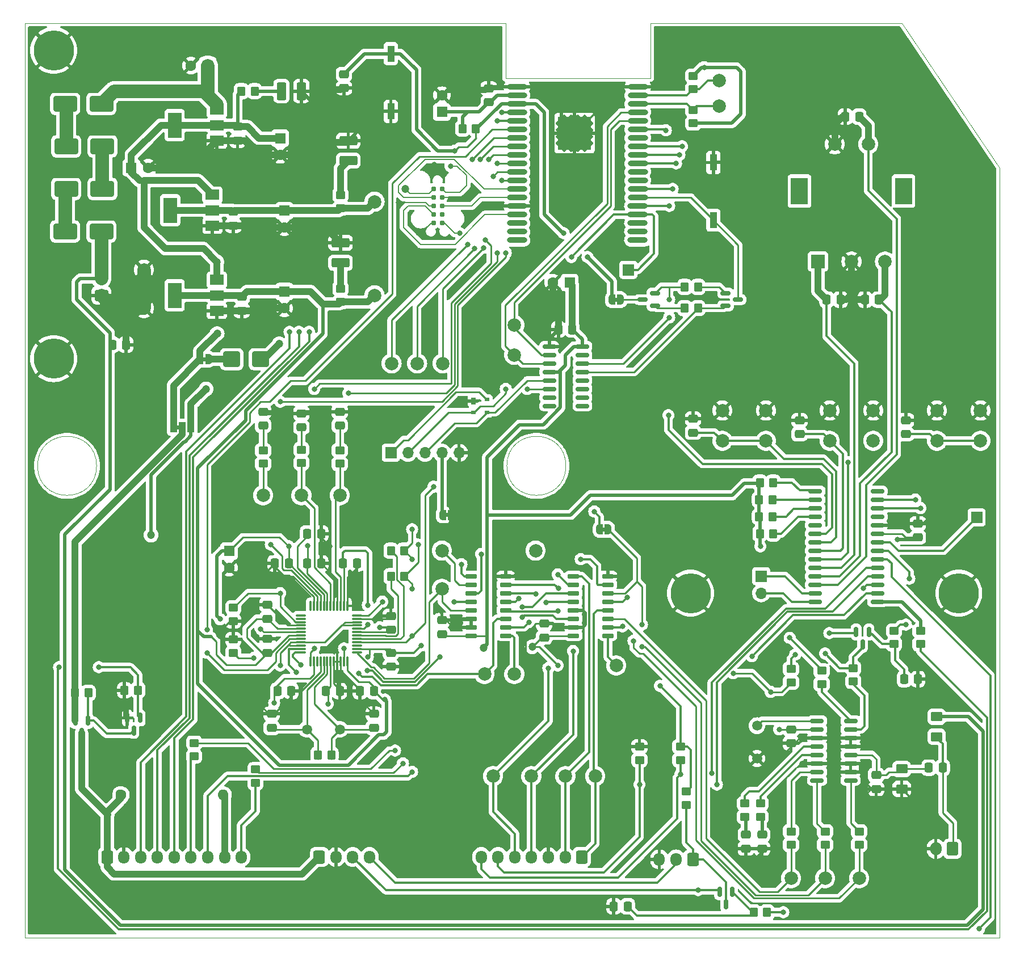
<source format=gbr>
G04 #@! TF.GenerationSoftware,KiCad,Pcbnew,7.0.1*
G04 #@! TF.CreationDate,2023-04-22T18:43:01+03:00*
G04 #@! TF.ProjectId,esp_radio,6573705f-7261-4646-996f-2e6b69636164,rev?*
G04 #@! TF.SameCoordinates,Original*
G04 #@! TF.FileFunction,Copper,L1,Top*
G04 #@! TF.FilePolarity,Positive*
%FSLAX46Y46*%
G04 Gerber Fmt 4.6, Leading zero omitted, Abs format (unit mm)*
G04 Created by KiCad (PCBNEW 7.0.1) date 2023-04-22 18:43:01*
%MOMM*%
%LPD*%
G01*
G04 APERTURE LIST*
G04 Aperture macros list*
%AMRoundRect*
0 Rectangle with rounded corners*
0 $1 Rounding radius*
0 $2 $3 $4 $5 $6 $7 $8 $9 X,Y pos of 4 corners*
0 Add a 4 corners polygon primitive as box body*
4,1,4,$2,$3,$4,$5,$6,$7,$8,$9,$2,$3,0*
0 Add four circle primitives for the rounded corners*
1,1,$1+$1,$2,$3*
1,1,$1+$1,$4,$5*
1,1,$1+$1,$6,$7*
1,1,$1+$1,$8,$9*
0 Add four rect primitives between the rounded corners*
20,1,$1+$1,$2,$3,$4,$5,0*
20,1,$1+$1,$4,$5,$6,$7,0*
20,1,$1+$1,$6,$7,$8,$9,0*
20,1,$1+$1,$8,$9,$2,$3,0*%
%AMFreePoly0*
4,1,19,0.500000,-0.750000,0.000000,-0.750000,0.000000,-0.744911,-0.071157,-0.744911,-0.207708,-0.704816,-0.327430,-0.627875,-0.420627,-0.520320,-0.479746,-0.390866,-0.500000,-0.250000,-0.500000,0.250000,-0.479746,0.390866,-0.420627,0.520320,-0.327430,0.627875,-0.207708,0.704816,-0.071157,0.744911,0.000000,0.744911,0.000000,0.750000,0.500000,0.750000,0.500000,-0.750000,0.500000,-0.750000,
$1*%
%AMFreePoly1*
4,1,19,0.000000,0.744911,0.071157,0.744911,0.207708,0.704816,0.327430,0.627875,0.420627,0.520320,0.479746,0.390866,0.500000,0.250000,0.500000,-0.250000,0.479746,-0.390866,0.420627,-0.520320,0.327430,-0.627875,0.207708,-0.704816,0.071157,-0.744911,0.000000,-0.744911,0.000000,-0.750000,-0.500000,-0.750000,-0.500000,0.750000,0.000000,0.750000,0.000000,0.744911,0.000000,0.744911,
$1*%
G04 Aperture macros list end*
G04 #@! TA.AperFunction,ComponentPad*
%ADD10R,1.600000X1.600000*%
G04 #@! TD*
G04 #@! TA.AperFunction,ComponentPad*
%ADD11C,1.600000*%
G04 #@! TD*
G04 #@! TA.AperFunction,SMDPad,CuDef*
%ADD12RoundRect,0.250000X0.450000X-0.350000X0.450000X0.350000X-0.450000X0.350000X-0.450000X-0.350000X0*%
G04 #@! TD*
G04 #@! TA.AperFunction,SMDPad,CuDef*
%ADD13RoundRect,0.250000X-0.350000X-0.450000X0.350000X-0.450000X0.350000X0.450000X-0.350000X0.450000X0*%
G04 #@! TD*
G04 #@! TA.AperFunction,ComponentPad*
%ADD14C,3.400000*%
G04 #@! TD*
G04 #@! TA.AperFunction,ConnectorPad*
%ADD15C,6.000000*%
G04 #@! TD*
G04 #@! TA.AperFunction,SMDPad,CuDef*
%ADD16RoundRect,0.250000X0.350000X0.450000X-0.350000X0.450000X-0.350000X-0.450000X0.350000X-0.450000X0*%
G04 #@! TD*
G04 #@! TA.AperFunction,SMDPad,CuDef*
%ADD17RoundRect,0.250000X0.475000X-0.337500X0.475000X0.337500X-0.475000X0.337500X-0.475000X-0.337500X0*%
G04 #@! TD*
G04 #@! TA.AperFunction,ComponentPad*
%ADD18C,2.000000*%
G04 #@! TD*
G04 #@! TA.AperFunction,SMDPad,CuDef*
%ADD19RoundRect,0.250000X-0.450000X0.350000X-0.450000X-0.350000X0.450000X-0.350000X0.450000X0.350000X0*%
G04 #@! TD*
G04 #@! TA.AperFunction,SMDPad,CuDef*
%ADD20RoundRect,0.150000X-0.150000X0.587500X-0.150000X-0.587500X0.150000X-0.587500X0.150000X0.587500X0*%
G04 #@! TD*
G04 #@! TA.AperFunction,ComponentPad*
%ADD21RoundRect,0.250000X-0.600000X-0.725000X0.600000X-0.725000X0.600000X0.725000X-0.600000X0.725000X0*%
G04 #@! TD*
G04 #@! TA.AperFunction,ComponentPad*
%ADD22O,1.700000X1.950000*%
G04 #@! TD*
G04 #@! TA.AperFunction,ComponentPad*
%ADD23R,1.700000X1.700000*%
G04 #@! TD*
G04 #@! TA.AperFunction,SMDPad,CuDef*
%ADD24R,2.000000X1.500000*%
G04 #@! TD*
G04 #@! TA.AperFunction,SMDPad,CuDef*
%ADD25R,2.000000X3.800000*%
G04 #@! TD*
G04 #@! TA.AperFunction,SMDPad,CuDef*
%ADD26R,1.120000X2.440000*%
G04 #@! TD*
G04 #@! TA.AperFunction,SMDPad,CuDef*
%ADD27RoundRect,0.250000X-0.337500X-0.475000X0.337500X-0.475000X0.337500X0.475000X-0.337500X0.475000X0*%
G04 #@! TD*
G04 #@! TA.AperFunction,SMDPad,CuDef*
%ADD28RoundRect,0.250001X0.624999X-0.462499X0.624999X0.462499X-0.624999X0.462499X-0.624999X-0.462499X0*%
G04 #@! TD*
G04 #@! TA.AperFunction,SMDPad,CuDef*
%ADD29RoundRect,0.250000X0.337500X0.475000X-0.337500X0.475000X-0.337500X-0.475000X0.337500X-0.475000X0*%
G04 #@! TD*
G04 #@! TA.AperFunction,ComponentPad*
%ADD30R,2.000000X2.000000*%
G04 #@! TD*
G04 #@! TA.AperFunction,ComponentPad*
%ADD31R,2.500000X4.000000*%
G04 #@! TD*
G04 #@! TA.AperFunction,SMDPad,CuDef*
%ADD32RoundRect,0.075000X-0.662500X-0.075000X0.662500X-0.075000X0.662500X0.075000X-0.662500X0.075000X0*%
G04 #@! TD*
G04 #@! TA.AperFunction,SMDPad,CuDef*
%ADD33RoundRect,0.075000X-0.075000X-0.662500X0.075000X-0.662500X0.075000X0.662500X-0.075000X0.662500X0*%
G04 #@! TD*
G04 #@! TA.AperFunction,SMDPad,CuDef*
%ADD34RoundRect,0.150000X0.587500X0.150000X-0.587500X0.150000X-0.587500X-0.150000X0.587500X-0.150000X0*%
G04 #@! TD*
G04 #@! TA.AperFunction,SMDPad,CuDef*
%ADD35RoundRect,0.250001X-1.074999X0.462499X-1.074999X-0.462499X1.074999X-0.462499X1.074999X0.462499X0*%
G04 #@! TD*
G04 #@! TA.AperFunction,SMDPad,CuDef*
%ADD36RoundRect,0.250000X-0.475000X0.337500X-0.475000X-0.337500X0.475000X-0.337500X0.475000X0.337500X0*%
G04 #@! TD*
G04 #@! TA.AperFunction,SMDPad,CuDef*
%ADD37FreePoly0,0.000000*%
G04 #@! TD*
G04 #@! TA.AperFunction,SMDPad,CuDef*
%ADD38FreePoly1,0.000000*%
G04 #@! TD*
G04 #@! TA.AperFunction,ComponentPad*
%ADD39C,1.500000*%
G04 #@! TD*
G04 #@! TA.AperFunction,SMDPad,CuDef*
%ADD40RoundRect,0.150000X0.850000X0.150000X-0.850000X0.150000X-0.850000X-0.150000X0.850000X-0.150000X0*%
G04 #@! TD*
G04 #@! TA.AperFunction,SMDPad,CuDef*
%ADD41RoundRect,0.150000X0.725000X0.150000X-0.725000X0.150000X-0.725000X-0.150000X0.725000X-0.150000X0*%
G04 #@! TD*
G04 #@! TA.AperFunction,SMDPad,CuDef*
%ADD42RoundRect,0.250001X-0.624999X0.462499X-0.624999X-0.462499X0.624999X-0.462499X0.624999X0.462499X0*%
G04 #@! TD*
G04 #@! TA.AperFunction,SMDPad,CuDef*
%ADD43RoundRect,0.250001X0.462499X1.074999X-0.462499X1.074999X-0.462499X-1.074999X0.462499X-1.074999X0*%
G04 #@! TD*
G04 #@! TA.AperFunction,SMDPad,CuDef*
%ADD44FreePoly0,180.000000*%
G04 #@! TD*
G04 #@! TA.AperFunction,SMDPad,CuDef*
%ADD45FreePoly1,180.000000*%
G04 #@! TD*
G04 #@! TA.AperFunction,SMDPad,CuDef*
%ADD46RoundRect,0.150000X-0.825000X-0.150000X0.825000X-0.150000X0.825000X0.150000X-0.825000X0.150000X0*%
G04 #@! TD*
G04 #@! TA.AperFunction,SMDPad,CuDef*
%ADD47O,3.000000X0.900000*%
G04 #@! TD*
G04 #@! TA.AperFunction,ComponentPad*
%ADD48C,0.800000*%
G04 #@! TD*
G04 #@! TA.AperFunction,SMDPad,CuDef*
%ADD49R,5.000000X5.000000*%
G04 #@! TD*
G04 #@! TA.AperFunction,ComponentPad*
%ADD50O,1.700000X1.700000*%
G04 #@! TD*
G04 #@! TA.AperFunction,SMDPad,CuDef*
%ADD51RoundRect,0.250000X-1.500000X-0.900000X1.500000X-0.900000X1.500000X0.900000X-1.500000X0.900000X0*%
G04 #@! TD*
G04 #@! TA.AperFunction,ConnectorPad*
%ADD52C,0.787400*%
G04 #@! TD*
G04 #@! TA.AperFunction,ComponentPad*
%ADD53O,1.600000X1.600000*%
G04 #@! TD*
G04 #@! TA.AperFunction,SMDPad,CuDef*
%ADD54RoundRect,0.250000X-1.000000X-0.900000X1.000000X-0.900000X1.000000X0.900000X-1.000000X0.900000X0*%
G04 #@! TD*
G04 #@! TA.AperFunction,SMDPad,CuDef*
%ADD55RoundRect,0.250000X1.500000X0.900000X-1.500000X0.900000X-1.500000X-0.900000X1.500000X-0.900000X0*%
G04 #@! TD*
G04 #@! TA.AperFunction,SMDPad,CuDef*
%ADD56R,0.700000X1.000000*%
G04 #@! TD*
G04 #@! TA.AperFunction,SMDPad,CuDef*
%ADD57R,0.700000X0.600000*%
G04 #@! TD*
G04 #@! TA.AperFunction,SMDPad,CuDef*
%ADD58RoundRect,0.150000X-0.587500X-0.150000X0.587500X-0.150000X0.587500X0.150000X-0.587500X0.150000X0*%
G04 #@! TD*
G04 #@! TA.AperFunction,SMDPad,CuDef*
%ADD59RoundRect,0.150000X0.875000X0.150000X-0.875000X0.150000X-0.875000X-0.150000X0.875000X-0.150000X0*%
G04 #@! TD*
G04 #@! TA.AperFunction,SMDPad,CuDef*
%ADD60R,1.000000X1.500000*%
G04 #@! TD*
G04 #@! TA.AperFunction,ComponentPad*
%ADD61RoundRect,0.250000X0.600000X0.725000X-0.600000X0.725000X-0.600000X-0.725000X0.600000X-0.725000X0*%
G04 #@! TD*
G04 #@! TA.AperFunction,ComponentPad*
%ADD62RoundRect,0.250000X0.750000X-0.600000X0.750000X0.600000X-0.750000X0.600000X-0.750000X-0.600000X0*%
G04 #@! TD*
G04 #@! TA.AperFunction,ComponentPad*
%ADD63O,2.000000X1.700000*%
G04 #@! TD*
G04 #@! TA.AperFunction,ComponentPad*
%ADD64RoundRect,0.250000X0.600000X0.750000X-0.600000X0.750000X-0.600000X-0.750000X0.600000X-0.750000X0*%
G04 #@! TD*
G04 #@! TA.AperFunction,ComponentPad*
%ADD65O,1.700000X2.000000*%
G04 #@! TD*
G04 #@! TA.AperFunction,ViaPad*
%ADD66C,0.800000*%
G04 #@! TD*
G04 #@! TA.AperFunction,ViaPad*
%ADD67C,1.200000*%
G04 #@! TD*
G04 #@! TA.AperFunction,Conductor*
%ADD68C,0.250000*%
G04 #@! TD*
G04 #@! TA.AperFunction,Conductor*
%ADD69C,1.000000*%
G04 #@! TD*
G04 #@! TA.AperFunction,Conductor*
%ADD70C,0.500000*%
G04 #@! TD*
G04 #@! TA.AperFunction,Conductor*
%ADD71C,0.300000*%
G04 #@! TD*
G04 #@! TA.AperFunction,Conductor*
%ADD72C,0.200000*%
G04 #@! TD*
G04 #@! TA.AperFunction,Conductor*
%ADD73C,2.000000*%
G04 #@! TD*
G04 #@! TA.AperFunction,Profile*
%ADD74C,0.100000*%
G04 #@! TD*
G04 APERTURE END LIST*
G04 #@! TA.AperFunction,EtchedComponent*
G36*
X178640000Y-60625000D02*
G01*
X178140000Y-60625000D01*
X178140000Y-60025000D01*
X178640000Y-60025000D01*
X178640000Y-60625000D01*
G37*
G04 #@! TD.AperFunction*
G04 #@! TA.AperFunction,EtchedComponent*
G36*
X117202000Y-69515000D02*
G01*
X116702000Y-69515000D01*
X116702000Y-68915000D01*
X117202000Y-68915000D01*
X117202000Y-69515000D01*
G37*
G04 #@! TD.AperFunction*
G04 #@! TA.AperFunction,EtchedComponent*
G36*
X153397000Y-92756000D02*
G01*
X152897000Y-92756000D01*
X152897000Y-92156000D01*
X153397000Y-92156000D01*
X153397000Y-92756000D01*
G37*
G04 #@! TD.AperFunction*
G04 #@! TA.AperFunction,EtchedComponent*
G36*
X113265000Y-79675000D02*
G01*
X112765000Y-79675000D01*
X112765000Y-79075000D01*
X113265000Y-79075000D01*
X113265000Y-79675000D01*
G37*
G04 #@! TD.AperFunction*
G04 #@! TA.AperFunction,EtchedComponent*
G36*
X176795000Y-94915000D02*
G01*
X176295000Y-94915000D01*
X176295000Y-94315000D01*
X176795000Y-94315000D01*
X176795000Y-94915000D01*
G37*
G04 #@! TD.AperFunction*
D10*
X152400000Y-32320113D03*
D11*
X152400000Y-29820113D03*
D12*
X204470000Y-117443000D03*
X204470000Y-115443000D03*
D13*
X199820000Y-87630000D03*
X201820000Y-87630000D03*
D14*
X94489000Y-69140000D03*
D15*
X94489000Y-69140000D03*
D16*
X135890000Y-128270000D03*
X133890000Y-128270000D03*
D17*
X159385000Y-30882500D03*
X159385000Y-28807500D03*
D18*
X165735000Y-131445000D03*
D19*
X209550000Y-139700000D03*
X209550000Y-141700000D03*
D12*
X125730000Y-84820000D03*
X125730000Y-82820000D03*
X181864000Y-129032000D03*
X181864000Y-127032000D03*
D16*
X146780000Y-97790000D03*
X144780000Y-97790000D03*
D18*
X158750000Y-116205000D03*
X204470000Y-146685000D03*
D20*
X195719500Y-148729500D03*
X193819500Y-148729500D03*
X194769500Y-150604500D03*
D21*
X134105000Y-143510000D03*
D22*
X136605000Y-143510000D03*
X139105000Y-143510000D03*
X141605000Y-143510000D03*
D16*
X190595000Y-61595000D03*
X188595000Y-61595000D03*
D23*
X180213000Y-55880000D03*
D12*
X137270000Y-46720000D03*
X137270000Y-44720000D03*
D18*
X170815000Y-131445000D03*
D24*
X118830000Y-36590000D03*
X118830000Y-34290000D03*
D25*
X112530000Y-34290000D03*
D24*
X118830000Y-31990000D03*
D26*
X144780000Y-23635000D03*
X144780000Y-32245000D03*
D18*
X209550000Y-146685000D03*
D27*
X169777500Y-64770000D03*
X171852500Y-64770000D03*
D18*
X107950000Y-61595000D03*
D28*
X226187000Y-125566500D03*
X226187000Y-122591500D03*
D29*
X129942500Y-118745000D03*
X127867500Y-118745000D03*
D30*
X208489000Y-54640000D03*
D18*
X218489000Y-54640000D03*
X213489000Y-54640000D03*
D31*
X205739000Y-44140000D03*
X221239000Y-44140000D03*
D18*
X210989000Y-37140000D03*
X215989000Y-37140000D03*
D17*
X144780000Y-109622500D03*
X144780000Y-107547500D03*
D29*
X180107500Y-150876000D03*
X178032500Y-150876000D03*
X134387500Y-95250000D03*
X132312500Y-95250000D03*
D32*
X131382500Y-107457500D03*
X131382500Y-107957500D03*
X131382500Y-108457500D03*
X131382500Y-108957500D03*
X131382500Y-109457500D03*
X131382500Y-109957500D03*
X131382500Y-110457500D03*
X131382500Y-110957500D03*
X131382500Y-111457500D03*
X131382500Y-111957500D03*
X131382500Y-112457500D03*
X131382500Y-112957500D03*
D33*
X132795000Y-114370000D03*
X133295000Y-114370000D03*
X133795000Y-114370000D03*
X134295000Y-114370000D03*
X134795000Y-114370000D03*
X135295000Y-114370000D03*
X135795000Y-114370000D03*
X136295000Y-114370000D03*
X136795000Y-114370000D03*
X137295000Y-114370000D03*
X137795000Y-114370000D03*
X138295000Y-114370000D03*
D32*
X139707500Y-112957500D03*
X139707500Y-112457500D03*
X139707500Y-111957500D03*
X139707500Y-111457500D03*
X139707500Y-110957500D03*
X139707500Y-110457500D03*
X139707500Y-109957500D03*
X139707500Y-109457500D03*
X139707500Y-108957500D03*
X139707500Y-108457500D03*
X139707500Y-107957500D03*
X139707500Y-107457500D03*
D33*
X138295000Y-106045000D03*
X137795000Y-106045000D03*
X137295000Y-106045000D03*
X136795000Y-106045000D03*
X136295000Y-106045000D03*
X135795000Y-106045000D03*
X135295000Y-106045000D03*
X134795000Y-106045000D03*
X134295000Y-106045000D03*
X133795000Y-106045000D03*
X133295000Y-106045000D03*
X132795000Y-106045000D03*
D18*
X131445000Y-89535000D03*
X142350000Y-45720000D03*
X193785000Y-27665000D03*
D19*
X124587000Y-130461000D03*
X124587000Y-132461000D03*
X204470000Y-139700000D03*
X204470000Y-141700000D03*
D34*
X184182500Y-61275000D03*
X184182500Y-59375000D03*
X182307500Y-60325000D03*
D27*
X127465000Y-99695000D03*
X129540000Y-99695000D03*
D35*
X137270000Y-51852500D03*
X137270000Y-54827500D03*
D36*
X221615000Y-78337500D03*
X221615000Y-80412500D03*
D10*
X128905000Y-47054888D03*
D11*
X128905000Y-49554888D03*
D36*
X122555000Y-59922500D03*
X122555000Y-61997500D03*
D19*
X197609600Y-135519500D03*
X197609600Y-137519500D03*
D18*
X232739000Y-81390000D03*
X226239000Y-81390000D03*
X232739000Y-76890000D03*
X226239000Y-76890000D03*
D26*
X192900000Y-48480000D03*
X192900000Y-39870000D03*
D19*
X199898000Y-135519500D03*
X199898000Y-137519500D03*
D37*
X177740000Y-60325000D03*
D38*
X179040000Y-60325000D03*
D12*
X189865000Y-34020000D03*
X189865000Y-32020000D03*
D23*
X232156000Y-92837000D03*
D39*
X199390000Y-128815000D03*
X199390000Y-123915000D03*
D36*
X126365000Y-105875000D03*
X126365000Y-107950000D03*
D18*
X137160000Y-89535000D03*
D24*
X118830000Y-61990000D03*
X118830000Y-59690000D03*
D25*
X112530000Y-59690000D03*
D24*
X118830000Y-57390000D03*
D40*
X213360000Y-132080000D03*
X213360000Y-130810000D03*
X213360000Y-129540000D03*
X213360000Y-128270000D03*
X213360000Y-127000000D03*
X213360000Y-125730000D03*
X213360000Y-124460000D03*
X213360000Y-123190000D03*
X208360000Y-123190000D03*
X208360000Y-124460000D03*
X208360000Y-125730000D03*
X208360000Y-127000000D03*
X208360000Y-128270000D03*
X208360000Y-129540000D03*
X208360000Y-130810000D03*
X208360000Y-132080000D03*
D41*
X177165000Y-110490000D03*
X177165000Y-109220000D03*
X177165000Y-107950000D03*
X177165000Y-106680000D03*
X177165000Y-105410000D03*
X177165000Y-104140000D03*
X177165000Y-102870000D03*
X177165000Y-101600000D03*
X172015000Y-101600000D03*
X172015000Y-102870000D03*
X172015000Y-104140000D03*
X172015000Y-105410000D03*
X172015000Y-106680000D03*
X172015000Y-107950000D03*
X172015000Y-109220000D03*
X172015000Y-110490000D03*
D17*
X204470000Y-126535000D03*
X204470000Y-124460000D03*
D19*
X188849000Y-133747000D03*
X188849000Y-135747000D03*
D27*
X135085000Y-118745000D03*
X137160000Y-118745000D03*
D13*
X199725000Y-90170000D03*
X201725000Y-90170000D03*
D18*
X125730000Y-89535000D03*
D36*
X121285000Y-47222500D03*
X121285000Y-49297500D03*
D42*
X220980000Y-130375000D03*
X220980000Y-133350000D03*
D14*
X94489000Y-23140000D03*
D15*
X94489000Y-23140000D03*
D13*
X199820000Y-95250000D03*
X201820000Y-95250000D03*
D36*
X142240000Y-122152500D03*
X142240000Y-124227500D03*
D17*
X152400000Y-110257500D03*
X152400000Y-108182500D03*
D21*
X102475000Y-143510000D03*
D22*
X104975000Y-143510000D03*
X107475000Y-143510000D03*
X109975000Y-143510000D03*
X112475000Y-143510000D03*
X114975000Y-143510000D03*
X117475000Y-143510000D03*
X119975000Y-143510000D03*
X122475000Y-143510000D03*
D17*
X217170000Y-133350000D03*
X217170000Y-131275000D03*
D19*
X214630000Y-139700000D03*
X214630000Y-141700000D03*
D12*
X131445000Y-84725000D03*
X131445000Y-82725000D03*
D43*
X131445000Y-29210000D03*
X128470000Y-29210000D03*
D44*
X117602000Y-69215000D03*
D45*
X116302000Y-69215000D03*
D46*
X168405000Y-67310000D03*
X168405000Y-68580000D03*
X168405000Y-69850000D03*
X168405000Y-71120000D03*
X168405000Y-72390000D03*
X168405000Y-73660000D03*
X168405000Y-74930000D03*
X168405000Y-76200000D03*
X173355000Y-76200000D03*
X173355000Y-74930000D03*
X173355000Y-73660000D03*
X173355000Y-72390000D03*
X173355000Y-71120000D03*
X173355000Y-69850000D03*
X173355000Y-68580000D03*
X173355000Y-67310000D03*
D17*
X167640000Y-110744000D03*
X167640000Y-108669000D03*
D47*
X163580000Y-28575000D03*
X163580000Y-29845000D03*
X163580000Y-31115000D03*
X163580000Y-32385000D03*
X163580000Y-33655000D03*
X163580000Y-34925000D03*
X163580000Y-36195000D03*
X163580000Y-37465000D03*
X163580000Y-38735000D03*
X163580000Y-40005000D03*
X163580000Y-41275000D03*
X163580000Y-42545000D03*
X163580000Y-43815000D03*
X163580000Y-45085000D03*
X163580000Y-46385000D03*
X163580000Y-47655000D03*
X163580000Y-48925000D03*
X163580000Y-50195000D03*
X163580000Y-51465000D03*
X181580000Y-51465000D03*
X181580000Y-50195000D03*
X181580000Y-48925000D03*
X181580000Y-47655000D03*
X181580000Y-46385000D03*
X181610000Y-45085000D03*
X181610000Y-43815000D03*
X181610000Y-42545000D03*
X181610000Y-41275000D03*
X181610000Y-40005000D03*
X181610000Y-38735000D03*
X181610000Y-37465000D03*
X181610000Y-36195000D03*
X181610000Y-34925000D03*
X181610000Y-33655000D03*
X181610000Y-32385000D03*
X181610000Y-31115000D03*
X181610000Y-29845000D03*
X181610000Y-28575000D03*
D48*
X170180000Y-33485000D03*
X170180000Y-34485000D03*
X170180000Y-35485000D03*
X170180000Y-36485000D03*
X170180000Y-37485000D03*
X171180000Y-33485000D03*
X171180000Y-34485000D03*
X171180000Y-35485000D03*
X171180000Y-36485000D03*
X171180000Y-37485000D03*
X172180000Y-33485000D03*
X172180000Y-34485000D03*
X172180000Y-35485000D03*
D49*
X172180000Y-35495000D03*
D48*
X172180000Y-36485000D03*
X172180000Y-37485000D03*
X173180000Y-33485000D03*
X173180000Y-34485000D03*
X173180000Y-35485000D03*
X173180000Y-36485000D03*
X173180000Y-37485000D03*
X174180000Y-33485000D03*
X174180000Y-34485000D03*
X174180000Y-35485000D03*
X174180000Y-36485000D03*
X174180000Y-37485000D03*
D12*
X137270000Y-60690000D03*
X137270000Y-58690000D03*
D27*
X103208000Y-67056000D03*
X105283000Y-67056000D03*
D17*
X197739000Y-142240000D03*
X197739000Y-140165000D03*
D18*
X178400000Y-114935000D03*
D20*
X99613000Y-123160000D03*
X97713000Y-123160000D03*
X98663000Y-125035000D03*
D18*
X175260000Y-131445000D03*
X214630000Y-146685000D03*
D23*
X200025000Y-101600000D03*
D50*
X200025000Y-104140000D03*
D51*
X96200000Y-50165000D03*
X101600000Y-50165000D03*
D18*
X152400000Y-97790000D03*
D17*
X144780000Y-115105000D03*
X144780000Y-113030000D03*
D13*
X199725000Y-92710000D03*
X201725000Y-92710000D03*
D44*
X153797000Y-92456000D03*
D45*
X152497000Y-92456000D03*
D18*
X216739000Y-81390000D03*
X210239000Y-81390000D03*
X216739000Y-76890000D03*
X210239000Y-76890000D03*
D13*
X105061000Y-118618000D03*
X107061000Y-118618000D03*
D17*
X125730000Y-79142500D03*
X125730000Y-77067500D03*
D19*
X219837000Y-109744000D03*
X219837000Y-111744000D03*
D35*
X138430000Y-36612500D03*
X138430000Y-39587500D03*
D36*
X137795000Y-26670000D03*
X137795000Y-28745000D03*
D14*
X189489000Y-104140000D03*
D15*
X189489000Y-104140000D03*
D18*
X163195000Y-64135000D03*
D17*
X127000000Y-124227500D03*
X127000000Y-122152500D03*
D13*
X97663000Y-119017500D03*
X99663000Y-119017500D03*
D17*
X131445000Y-79375000D03*
X131445000Y-77300000D03*
D18*
X166370000Y-97790000D03*
D19*
X115443000Y-126492000D03*
X115443000Y-128492000D03*
D13*
X122460000Y-29210000D03*
X124460000Y-29210000D03*
D27*
X221339500Y-116967000D03*
X223414500Y-116967000D03*
D29*
X227097500Y-130175000D03*
X225022500Y-130175000D03*
D39*
X132260000Y-124460000D03*
X137160000Y-124460000D03*
D19*
X213741000Y-115332000D03*
X213741000Y-117332000D03*
D27*
X140165000Y-118745000D03*
X142240000Y-118745000D03*
D52*
X151130000Y-43815000D03*
X151130000Y-45085000D03*
X151130000Y-46355000D03*
X151130000Y-47625000D03*
X151130000Y-48895000D03*
X152400000Y-48895000D03*
X152400000Y-47625000D03*
X152400000Y-46355000D03*
X152400000Y-45085000D03*
X152400000Y-43815000D03*
D24*
X118170000Y-49290000D03*
X118170000Y-46990000D03*
D25*
X111870000Y-46990000D03*
D24*
X118170000Y-44690000D03*
D36*
X223393000Y-93726000D03*
X223393000Y-95801000D03*
D20*
X216088000Y-109933500D03*
X214188000Y-109933500D03*
X215138000Y-111808500D03*
D12*
X137160000Y-84820000D03*
X137160000Y-82820000D03*
D20*
X107376000Y-122760500D03*
X105476000Y-122760500D03*
X106426000Y-124635500D03*
D11*
X104521000Y-134239000D03*
D53*
X119761000Y-134239000D03*
D54*
X121040000Y-69215000D03*
X125340000Y-69215000D03*
D18*
X160020000Y-131445000D03*
D14*
X229489000Y-104140000D03*
D15*
X229489000Y-104140000D03*
D19*
X209042000Y-115713000D03*
X209042000Y-117713000D03*
D18*
X152510000Y-69850000D03*
D55*
X101600000Y-31115000D03*
X96200000Y-31115000D03*
D19*
X223774000Y-109744000D03*
X223774000Y-111744000D03*
D51*
X96360000Y-37465000D03*
X101760000Y-37465000D03*
D13*
X188595000Y-58420000D03*
X190595000Y-58420000D03*
D10*
X128270000Y-36235000D03*
D11*
X128270000Y-38735000D03*
D18*
X152400000Y-103505000D03*
D12*
X187960000Y-129032000D03*
X187960000Y-127032000D03*
D18*
X107950000Y-55880000D03*
D27*
X137625000Y-99695000D03*
X139700000Y-99695000D03*
D36*
X121920000Y-34522500D03*
X121920000Y-36597500D03*
D18*
X163195000Y-116205000D03*
D19*
X189865000Y-26940000D03*
X189865000Y-28940000D03*
D18*
X163195000Y-68580000D03*
D17*
X137160000Y-79142500D03*
X137160000Y-77067500D03*
D19*
X121285000Y-111030000D03*
X121285000Y-113030000D03*
D55*
X101760000Y-43815000D03*
X96360000Y-43815000D03*
D56*
X157115000Y-75450000D03*
D57*
X157115000Y-77150000D03*
X159115000Y-77150000D03*
X159115000Y-75250000D03*
D18*
X193785000Y-31475000D03*
D10*
X171450000Y-57785000D03*
D11*
X168950000Y-57785000D03*
D18*
X142350000Y-59690000D03*
D58*
X194705000Y-59375000D03*
X194705000Y-61275000D03*
X196580000Y-60325000D03*
D29*
X217572500Y-60325000D03*
X215497500Y-60325000D03*
X214630000Y-33020000D03*
X212555000Y-33020000D03*
D41*
X161925000Y-110490000D03*
X161925000Y-109220000D03*
X161925000Y-107950000D03*
X161925000Y-106680000D03*
X161925000Y-105410000D03*
X161925000Y-104140000D03*
X161925000Y-102870000D03*
X161925000Y-101600000D03*
X156775000Y-101600000D03*
X156775000Y-102870000D03*
X156775000Y-104140000D03*
X156775000Y-105410000D03*
X156775000Y-106680000D03*
X156775000Y-107950000D03*
X156775000Y-109220000D03*
X156775000Y-110490000D03*
D13*
X155464000Y-34798000D03*
X157464000Y-34798000D03*
D36*
X205740000Y-78337500D03*
X205740000Y-80412500D03*
D59*
X217375000Y-105410000D03*
X217375000Y-104140000D03*
X217375000Y-102870000D03*
X217375000Y-101600000D03*
X217375000Y-100330000D03*
X217375000Y-99060000D03*
X217375000Y-97790000D03*
X217375000Y-96520000D03*
X217375000Y-95250000D03*
X217375000Y-93980000D03*
X217375000Y-92710000D03*
X217375000Y-91440000D03*
X217375000Y-90170000D03*
X217375000Y-88900000D03*
X208075000Y-88900000D03*
X208075000Y-90170000D03*
X208075000Y-91440000D03*
X208075000Y-92710000D03*
X208075000Y-93980000D03*
X208075000Y-95250000D03*
X208075000Y-96520000D03*
X208075000Y-97790000D03*
X208075000Y-99060000D03*
X208075000Y-100330000D03*
X208075000Y-101600000D03*
X208075000Y-102870000D03*
X208075000Y-104140000D03*
X208075000Y-105410000D03*
D60*
X112365000Y-79375000D03*
X113665000Y-79375000D03*
X114965000Y-79375000D03*
D10*
X120650000Y-97854888D03*
D11*
X120650000Y-100354888D03*
D16*
X200898000Y-151765000D03*
X198898000Y-151765000D03*
D37*
X175895000Y-94615000D03*
D38*
X177195000Y-94615000D03*
D19*
X121285000Y-106315000D03*
X121285000Y-108315000D03*
D27*
X132312500Y-99695000D03*
X134387500Y-99695000D03*
D36*
X189865000Y-78105000D03*
X189865000Y-80180000D03*
D10*
X117475000Y-25400000D03*
D11*
X114975000Y-25400000D03*
D16*
X146780000Y-101600000D03*
X144780000Y-101600000D03*
D18*
X200739000Y-81390000D03*
X194239000Y-81390000D03*
X200739000Y-76890000D03*
X194239000Y-76890000D03*
D17*
X200152000Y-142240000D03*
X200152000Y-140165000D03*
X126365000Y-113030000D03*
X126365000Y-110955000D03*
D10*
X128905000Y-59119888D03*
D11*
X128905000Y-61619888D03*
D18*
X148700000Y-69850000D03*
X144890000Y-69850000D03*
D10*
X106085000Y-40640000D03*
D11*
X108585000Y-40640000D03*
D23*
X144780000Y-83185000D03*
D50*
X147320000Y-83185000D03*
X149860000Y-83185000D03*
X152400000Y-83185000D03*
X154940000Y-83185000D03*
D27*
X209782500Y-60325000D03*
X211857500Y-60325000D03*
D61*
X189825000Y-143870000D03*
D22*
X187325000Y-143870000D03*
X184825000Y-143870000D03*
D62*
X101600000Y-59690000D03*
D63*
X101600000Y-57190000D03*
D64*
X228560000Y-142295000D03*
D65*
X226060000Y-142295000D03*
D61*
X173275000Y-143510000D03*
D22*
X170775000Y-143510000D03*
X168275000Y-143510000D03*
X165775000Y-143510000D03*
X163275000Y-143510000D03*
X160775000Y-143510000D03*
X158275000Y-143510000D03*
D66*
X181864000Y-124968000D03*
X173355000Y-135255000D03*
X206121000Y-129540000D03*
X92964000Y-102362000D03*
X111252000Y-129413000D03*
X215900000Y-125222000D03*
X106045000Y-137668000D03*
X219202000Y-137795000D03*
X210693000Y-135382000D03*
X119253000Y-129667000D03*
X148844000Y-50419000D03*
X155067000Y-45339000D03*
X203073000Y-128397000D03*
X225425000Y-92329000D03*
X145923000Y-45847000D03*
X166370000Y-114554000D03*
D67*
X125095000Y-120650000D03*
D66*
X199771000Y-38862000D03*
X220472000Y-123571000D03*
X149352000Y-114046000D03*
X183896000Y-85471000D03*
X218821000Y-134620000D03*
X172085000Y-95758000D03*
X228727000Y-146050000D03*
X230251000Y-131699000D03*
X178308000Y-55372000D03*
X215900000Y-127000000D03*
X225679000Y-149606000D03*
X147574000Y-55499000D03*
X191897000Y-52324000D03*
X107823000Y-71247000D03*
X211582000Y-118745000D03*
X172212000Y-41529000D03*
X107315000Y-105918000D03*
X141097000Y-77089000D03*
X177673000Y-74803000D03*
X219329000Y-143891000D03*
X119507000Y-109728000D03*
X141351000Y-66040000D03*
X183134000Y-67691000D03*
X215265000Y-134493000D03*
X221869000Y-140970000D03*
X224155000Y-120015000D03*
X228854000Y-149733000D03*
X191135000Y-149987000D03*
X163703000Y-100965000D03*
X93980000Y-149733000D03*
X147320000Y-88646000D03*
X97028000Y-75946000D03*
X108712000Y-129794000D03*
X144780000Y-106045000D03*
X122555000Y-135128000D03*
X221996000Y-147320000D03*
X219456000Y-150241000D03*
X220599000Y-126238000D03*
X124333000Y-110109000D03*
X223012000Y-133477000D03*
X217170000Y-120142000D03*
X105918000Y-23114000D03*
D67*
X103537000Y-122779000D03*
D66*
X140081000Y-102362000D03*
X224917000Y-133604000D03*
X130810000Y-22352000D03*
X138430000Y-120015000D03*
X135636000Y-71120000D03*
X206248000Y-118872000D03*
X151638000Y-136525000D03*
X195707000Y-39624000D03*
X138303000Y-128143000D03*
X128778000Y-149860000D03*
X219329000Y-140716000D03*
X221996000Y-150241000D03*
X215773000Y-137160000D03*
X210820000Y-130937000D03*
X201549000Y-116459000D03*
X179705000Y-100965000D03*
X210820000Y-126111000D03*
X230251000Y-135636000D03*
X118110000Y-123571000D03*
X225806000Y-146304000D03*
X155448000Y-57531000D03*
X151257000Y-40132000D03*
X230124000Y-127508000D03*
X135636000Y-97155000D03*
X168148000Y-140462000D03*
X98806000Y-139192000D03*
X151765000Y-106680000D03*
X198882000Y-144145000D03*
X206502000Y-135509000D03*
X137414000Y-64516000D03*
X225425000Y-135636000D03*
X207010000Y-26035000D03*
X219456000Y-147320000D03*
X221996000Y-143891000D03*
X150749000Y-151003000D03*
X224218500Y-136588500D03*
X161290000Y-46355000D03*
X178943000Y-41529000D03*
X155067000Y-75438000D03*
X215773000Y-65405000D03*
X221869000Y-137668000D03*
X198501000Y-67564000D03*
X208661000Y-111760000D03*
X128143000Y-137033000D03*
X187325000Y-94488000D03*
X192659000Y-60071000D03*
X153797000Y-124206000D03*
X220472000Y-120269000D03*
D67*
X118872000Y-65405000D03*
X118830000Y-54695000D03*
D66*
X125349000Y-109474000D03*
X119302954Y-108023356D03*
X220345000Y-96139000D03*
D67*
X117221000Y-73660000D03*
X109025500Y-95470188D03*
D66*
X169672000Y-114935000D03*
X141351000Y-108839000D03*
D67*
X158623000Y-112268000D03*
D66*
X202692000Y-124460000D03*
X184912000Y-117983000D03*
X129540000Y-97154310D03*
D67*
X165862000Y-112141000D03*
X146949000Y-43816043D03*
D66*
X127381000Y-120523000D03*
X141351000Y-113665000D03*
X201422000Y-118872000D03*
X132334000Y-97028000D03*
X135382000Y-120650000D03*
X149288500Y-111950500D03*
X141351000Y-105918000D03*
X195834000Y-116078000D03*
X191516000Y-25654000D03*
X199898000Y-97155000D03*
X174117000Y-53975000D03*
X153670000Y-40386000D03*
X154305000Y-38100000D03*
X170561000Y-50419000D03*
X143891000Y-120015000D03*
X143129000Y-109220000D03*
X212979000Y-84582000D03*
D67*
X128143000Y-66929000D03*
D66*
X165100000Y-73660000D03*
X161925000Y-73660000D03*
X155067000Y-50419000D03*
X171704000Y-53975000D03*
X171958000Y-112776000D03*
X173101000Y-99060000D03*
X167894000Y-105537000D03*
X168275000Y-115316000D03*
X193421000Y-132715000D03*
X181864000Y-132715000D03*
X192671500Y-130988176D03*
X187960000Y-131191000D03*
X190627000Y-148463000D03*
X210185000Y-110109000D03*
X223774000Y-91440000D03*
X204279500Y-110807500D03*
X223012000Y-90170000D03*
X185801000Y-35052000D03*
X129667000Y-65151000D03*
X131064000Y-65151000D03*
X186309000Y-46355000D03*
X186817000Y-43815000D03*
X132588000Y-65151000D03*
X147955000Y-110490000D03*
X147955000Y-130810000D03*
X159385000Y-39370000D03*
X158615172Y-52578000D03*
X151130000Y-88265000D03*
X160655000Y-33655000D03*
X175133000Y-91948000D03*
X182245000Y-112141000D03*
X182245000Y-108839000D03*
X186309000Y-60325000D03*
X186309000Y-62992000D03*
X101219000Y-115189000D03*
X95289500Y-115189000D03*
X156210000Y-52070000D03*
X156887587Y-39425184D03*
X147955000Y-103505000D03*
X146595500Y-129540000D03*
X148862750Y-96882250D03*
X158115000Y-39370000D03*
X147955000Y-99060000D03*
X157294729Y-52705000D03*
X147955000Y-94615000D03*
X145415000Y-127635000D03*
X128270000Y-75565000D03*
X161290000Y-42545000D03*
X161925000Y-53340000D03*
X128270000Y-104140000D03*
X126873000Y-96901000D03*
X124333000Y-113792000D03*
X128270000Y-114935000D03*
X169672000Y-101346000D03*
X180975000Y-111252000D03*
X143510000Y-105410000D03*
X130683000Y-115951000D03*
X139954000Y-116078000D03*
X141224000Y-115697000D03*
X166370000Y-104267000D03*
X152107161Y-113687040D03*
X131318000Y-114808000D03*
X198628000Y-113538000D03*
X215265000Y-103378000D03*
X161290000Y-32385000D03*
X186182000Y-77597000D03*
X117348000Y-113030000D03*
X117348000Y-109601000D03*
X133350000Y-112395000D03*
X133350000Y-73660000D03*
X160655000Y-40005000D03*
X158845999Y-51435000D03*
X138430000Y-74295000D03*
X160650701Y-53344299D03*
X137795000Y-112395000D03*
X160020000Y-41910000D03*
X158242000Y-98298000D03*
X187325000Y-40005000D03*
X163830000Y-104902000D03*
X187833000Y-38735000D03*
X188214000Y-37465000D03*
X165354000Y-108458000D03*
X169672000Y-106807000D03*
X179324000Y-109093000D03*
X180008432Y-104797899D03*
X169764369Y-103390500D03*
X164338000Y-106172000D03*
X155321000Y-99822000D03*
X164338000Y-107696000D03*
X154178000Y-105410000D03*
X209550000Y-113157000D03*
X205105000Y-113284000D03*
X203327000Y-151765000D03*
X232537000Y-154178000D03*
X222123000Y-101981000D03*
X221615000Y-108839000D03*
D68*
X138430000Y-118745000D02*
X140165000Y-118745000D01*
X220980000Y-93980000D02*
X221234000Y-93726000D01*
D69*
X215497500Y-60325000D02*
X214253000Y-60325000D01*
D70*
X138430000Y-36612500D02*
X142797500Y-32245000D01*
X189865000Y-78105000D02*
X193024000Y-78105000D01*
D69*
X121285000Y-49297500D02*
X124227500Y-49297500D01*
D71*
X172015000Y-106680000D02*
X173482000Y-106680000D01*
D68*
X213360000Y-129540000D02*
X214630000Y-129540000D01*
X168910000Y-108585000D02*
X167724000Y-108585000D01*
D70*
X200152000Y-142240000D02*
X200152000Y-142875000D01*
D68*
X140165000Y-118575000D02*
X140165000Y-118745000D01*
D71*
X177165000Y-101600000D02*
X179070000Y-101600000D01*
D68*
X164846000Y-110236000D02*
X164846000Y-113030000D01*
D71*
X134387500Y-95906500D02*
X135636000Y-97155000D01*
D70*
X154940000Y-91313000D02*
X154940000Y-83185000D01*
D69*
X124484888Y-49554888D02*
X128905000Y-49554888D01*
D70*
X168275000Y-143510000D02*
X168275000Y-140589000D01*
D68*
X204470000Y-127000000D02*
X203073000Y-128397000D01*
X136795000Y-102102500D02*
X136295000Y-101602500D01*
D69*
X118170000Y-49290000D02*
X121277500Y-49290000D01*
D72*
X125962500Y-77300000D02*
X125730000Y-77067500D01*
D71*
X173482000Y-106680000D02*
X173863000Y-107061000D01*
D72*
X161320000Y-46385000D02*
X161290000Y-46355000D01*
D70*
X137330000Y-29210000D02*
X137795000Y-28745000D01*
D68*
X136795000Y-118380000D02*
X137160000Y-118745000D01*
D72*
X149987000Y-45847000D02*
X145923000Y-45847000D01*
D68*
X136295000Y-114370000D02*
X136295000Y-117610000D01*
D70*
X168275000Y-140589000D02*
X168148000Y-140462000D01*
D68*
X134387500Y-99695000D02*
X134387500Y-98403500D01*
X137295000Y-114370000D02*
X137295000Y-115705000D01*
X125179000Y-110955000D02*
X124333000Y-110109000D01*
X126195000Y-100965000D02*
X127465000Y-99695000D01*
D70*
X208791500Y-78337500D02*
X210239000Y-76890000D01*
X193024000Y-78105000D02*
X194239000Y-76890000D01*
D73*
X101600000Y-59690000D02*
X103505000Y-61595000D01*
D70*
X121912500Y-36590000D02*
X121920000Y-36597500D01*
D68*
X179090000Y-28575000D02*
X174180000Y-33485000D01*
D71*
X213360000Y-127000000D02*
X215900000Y-127000000D01*
X181864000Y-127032000D02*
X181864000Y-124968000D01*
D69*
X169777500Y-64770000D02*
X169777500Y-60557500D01*
D71*
X161925000Y-101600000D02*
X163068000Y-101600000D01*
D73*
X107950000Y-55880000D02*
X107950000Y-61595000D01*
D68*
X166413000Y-108669000D02*
X164846000Y-110236000D01*
D71*
X173482000Y-109220000D02*
X172015000Y-109220000D01*
D69*
X211857500Y-60325000D02*
X212725000Y-60325000D01*
D68*
X103555500Y-122760500D02*
X103537000Y-122779000D01*
X126597500Y-122152500D02*
X125095000Y-120650000D01*
D69*
X133350000Y-36830000D02*
X133985000Y-36830000D01*
D70*
X131445000Y-29210000D02*
X137330000Y-29210000D01*
X131677500Y-77067500D02*
X131445000Y-77300000D01*
X170180000Y-32131000D02*
X170180000Y-33485000D01*
D71*
X179070000Y-101600000D02*
X179705000Y-100965000D01*
D68*
X127465000Y-100160000D02*
X127465000Y-99695000D01*
D70*
X133985000Y-31750000D02*
X133985000Y-36830000D01*
D69*
X212555000Y-33020000D02*
X212090000Y-33020000D01*
D68*
X139700000Y-100330000D02*
X138430000Y-101600000D01*
X154072500Y-109220000D02*
X153035000Y-108182500D01*
D72*
X151130000Y-46355000D02*
X150495000Y-46355000D01*
D68*
X204935000Y-126535000D02*
X204470000Y-126535000D01*
X167640000Y-108669000D02*
X166413000Y-108669000D01*
D70*
X142797500Y-32245000D02*
X144780000Y-32245000D01*
X159385000Y-29040000D02*
X159850000Y-28575000D01*
D68*
X153035000Y-108182500D02*
X156542500Y-108182500D01*
X119507000Y-109601000D02*
X120793000Y-108315000D01*
X128905000Y-101600000D02*
X127465000Y-100160000D01*
D71*
X173863000Y-107061000D02*
X173863000Y-108839000D01*
D70*
X205740000Y-78337500D02*
X208791500Y-78337500D01*
D68*
X138270000Y-101760000D02*
X138270000Y-106045000D01*
X204470000Y-126535000D02*
X204470000Y-127000000D01*
D72*
X151130000Y-48895000D02*
X150823565Y-48895000D01*
D68*
X127000000Y-122152500D02*
X126597500Y-122152500D01*
X137295000Y-115705000D02*
X140165000Y-118575000D01*
X214630000Y-129540000D02*
X214630000Y-130810000D01*
X120650000Y-100965000D02*
X126195000Y-100965000D01*
D71*
X213360000Y-125730000D02*
X215392000Y-125730000D01*
D69*
X108585000Y-40640000D02*
X114780000Y-40640000D01*
D70*
X131445000Y-29210000D02*
X133985000Y-31750000D01*
X104975000Y-143510000D02*
X104975000Y-138738000D01*
D69*
X212090000Y-33020000D02*
X210989000Y-34121000D01*
D68*
X122571000Y-108315000D02*
X121285000Y-108315000D01*
D73*
X105410000Y-61595000D02*
X107950000Y-61595000D01*
D71*
X208360000Y-129540000D02*
X206121000Y-129540000D01*
D68*
X152400000Y-108182500D02*
X152400000Y-107315000D01*
X129942500Y-119612500D02*
X127402500Y-122152500D01*
D70*
X192900000Y-39870000D02*
X195461000Y-39870000D01*
D69*
X118830000Y-36590000D02*
X121912500Y-36590000D01*
D68*
X105061000Y-122488000D02*
X105333500Y-122760500D01*
X140165000Y-120077500D02*
X140165000Y-118745000D01*
D69*
X214253000Y-60325000D02*
X213489000Y-59561000D01*
D70*
X152400000Y-29820113D02*
X153010113Y-29210000D01*
D68*
X133295000Y-104720000D02*
X130175000Y-101600000D01*
D70*
X221615000Y-78337500D02*
X224791500Y-78337500D01*
D68*
X121285000Y-111030000D02*
X119920000Y-111030000D01*
D70*
X153797000Y-92456000D02*
X154940000Y-91313000D01*
D68*
X136795000Y-114370000D02*
X136795000Y-118110000D01*
X139700000Y-99695000D02*
X139700000Y-101981000D01*
X226060000Y-138430000D02*
X224218500Y-136588500D01*
D71*
X173863000Y-108839000D02*
X173482000Y-109220000D01*
D68*
X137160000Y-118745000D02*
X138430000Y-118745000D01*
X226060000Y-142295000D02*
X226060000Y-138430000D01*
D70*
X197739000Y-142240000D02*
X200152000Y-142240000D01*
X121277500Y-49290000D02*
X121285000Y-49297500D01*
D68*
X129942500Y-118745000D02*
X129942500Y-119612500D01*
X136295000Y-117610000D02*
X136795000Y-118110000D01*
X126365000Y-110955000D02*
X125179000Y-110955000D01*
X133295000Y-106045000D02*
X133295000Y-104720000D01*
X129447500Y-108957500D02*
X126365000Y-105875000D01*
X169545000Y-109220000D02*
X168910000Y-108585000D01*
X120793000Y-108315000D02*
X121285000Y-108315000D01*
D70*
X168405000Y-66142500D02*
X169777500Y-64770000D01*
D68*
X136295000Y-106045000D02*
X136295000Y-101602500D01*
D70*
X168405000Y-67310000D02*
X168405000Y-66142500D01*
D68*
X156542500Y-108182500D02*
X156775000Y-107950000D01*
X224218500Y-136588500D02*
X220980000Y-133350000D01*
D70*
X137160000Y-77067500D02*
X131677500Y-77067500D01*
D71*
X144780000Y-115105000D02*
X148293000Y-115105000D01*
D68*
X201670000Y-126535000D02*
X204470000Y-126535000D01*
X127402500Y-122152500D02*
X127000000Y-122152500D01*
D70*
X141097000Y-77089000D02*
X137181500Y-77089000D01*
D68*
X224028000Y-93726000D02*
X225425000Y-92329000D01*
D72*
X163580000Y-46385000D02*
X161320000Y-46385000D01*
D68*
X131382500Y-108957500D02*
X129447500Y-108957500D01*
X129942500Y-118745000D02*
X131442208Y-118745000D01*
D70*
X200152000Y-142875000D02*
X198882000Y-144145000D01*
D68*
X216535000Y-133350000D02*
X217170000Y-133350000D01*
X144780000Y-107547500D02*
X144780000Y-106045000D01*
D70*
X105283000Y-61722000D02*
X105410000Y-61595000D01*
D69*
X168950000Y-59650000D02*
X168950000Y-57785000D01*
D72*
X149299565Y-50419000D02*
X148844000Y-50419000D01*
D68*
X215265000Y-132080000D02*
X216535000Y-133350000D01*
X216408000Y-133350000D02*
X215265000Y-134493000D01*
D69*
X125070112Y-61619888D02*
X124692500Y-61997500D01*
X121920000Y-36597500D02*
X122957500Y-36597500D01*
D72*
X152400000Y-45085000D02*
X154813000Y-45085000D01*
D68*
X134387500Y-98403500D02*
X135636000Y-97155000D01*
X221234000Y-93726000D02*
X223393000Y-93726000D01*
D69*
X213489000Y-59561000D02*
X213489000Y-54640000D01*
D70*
X163580000Y-28575000D02*
X166624000Y-28575000D01*
X131445000Y-77300000D02*
X125962500Y-77300000D01*
D69*
X124692500Y-61997500D02*
X122555000Y-61997500D01*
D71*
X163068000Y-101600000D02*
X163703000Y-100965000D01*
D70*
X195461000Y-39870000D02*
X195707000Y-39624000D01*
D68*
X130175000Y-101600000D02*
X128905000Y-101600000D01*
X136295000Y-101602500D02*
X134387500Y-99695000D01*
X215265000Y-131445000D02*
X215265000Y-132080000D01*
X223393000Y-93726000D02*
X224028000Y-93726000D01*
D69*
X114780000Y-40640000D02*
X118830000Y-36590000D01*
D68*
X136795000Y-106045000D02*
X136795000Y-102102500D01*
D69*
X210989000Y-34121000D02*
X210989000Y-37140000D01*
X134972388Y-49554888D02*
X137270000Y-51852500D01*
D71*
X105476000Y-122760500D02*
X103555500Y-122760500D01*
D69*
X122547500Y-61990000D02*
X122555000Y-61997500D01*
X125095000Y-38735000D02*
X128270000Y-38735000D01*
D68*
X181610000Y-28575000D02*
X179090000Y-28575000D01*
X119920000Y-111030000D02*
X119507000Y-110617000D01*
D72*
X150823565Y-48895000D02*
X149299565Y-50419000D01*
D68*
X121285000Y-108315000D02*
X121285000Y-111030000D01*
X125011000Y-105875000D02*
X122571000Y-108315000D01*
X139700000Y-99695000D02*
X139700000Y-100330000D01*
D69*
X133985000Y-36830000D02*
X138212500Y-36830000D01*
D68*
X138430000Y-118745000D02*
X138430000Y-120015000D01*
X167724000Y-108585000D02*
X167640000Y-108669000D01*
X217375000Y-93980000D02*
X220980000Y-93980000D01*
X172015000Y-109220000D02*
X169545000Y-109220000D01*
D69*
X124227500Y-49297500D02*
X124484888Y-49554888D01*
D68*
X199390000Y-128815000D02*
X201670000Y-126535000D01*
X217170000Y-133350000D02*
X216408000Y-133350000D01*
D69*
X128270000Y-38735000D02*
X131445000Y-38735000D01*
D73*
X103505000Y-61595000D02*
X105410000Y-61595000D01*
D70*
X224791500Y-78337500D02*
X226239000Y-76890000D01*
D68*
X142240000Y-122152500D02*
X140165000Y-120077500D01*
D69*
X169777500Y-60557500D02*
X168910000Y-59690000D01*
X212725000Y-60325000D02*
X213489000Y-59561000D01*
D70*
X137181500Y-77089000D02*
X137160000Y-77067500D01*
D69*
X128905000Y-49554888D02*
X134972388Y-49554888D01*
D68*
X136795000Y-118110000D02*
X136795000Y-118380000D01*
X213360000Y-130810000D02*
X214630000Y-130810000D01*
X126365000Y-105875000D02*
X125011000Y-105875000D01*
D72*
X154813000Y-45085000D02*
X155067000Y-45339000D01*
D68*
X220980000Y-133350000D02*
X222885000Y-133350000D01*
X120650000Y-100354888D02*
X120650000Y-100965000D01*
D69*
X131445000Y-38735000D02*
X133350000Y-36830000D01*
D68*
X205740000Y-125730000D02*
X204935000Y-126535000D01*
D69*
X118830000Y-61990000D02*
X122547500Y-61990000D01*
D71*
X148293000Y-115105000D02*
X149352000Y-114046000D01*
D70*
X104975000Y-138738000D02*
X106045000Y-137668000D01*
D71*
X134387500Y-95250000D02*
X134387500Y-95906500D01*
D69*
X105283000Y-67056000D02*
X105283000Y-61722000D01*
D68*
X222885000Y-133350000D02*
X223012000Y-133477000D01*
D71*
X105061000Y-118618000D02*
X105061000Y-122488000D01*
D68*
X214630000Y-130810000D02*
X215265000Y-131445000D01*
X144555000Y-107957500D02*
X139707500Y-107957500D01*
X131442208Y-118745000D02*
X134295000Y-115892208D01*
D70*
X159850000Y-28575000D02*
X163580000Y-28575000D01*
D69*
X138212500Y-36830000D02*
X138430000Y-36612500D01*
D68*
X208360000Y-125730000D02*
X205740000Y-125730000D01*
D70*
X153010113Y-29210000D02*
X158982500Y-29210000D01*
D68*
X152400000Y-107315000D02*
X151765000Y-106680000D01*
X217170000Y-133350000D02*
X220980000Y-133350000D01*
X152400000Y-108182500D02*
X153035000Y-108182500D01*
D70*
X166624000Y-28575000D02*
X170180000Y-32131000D01*
D69*
X122957500Y-36597500D02*
X125095000Y-38735000D01*
X128905000Y-61619888D02*
X125070112Y-61619888D01*
D71*
X215392000Y-125730000D02*
X215900000Y-125222000D01*
D68*
X119507000Y-109728000D02*
X119507000Y-109601000D01*
X164846000Y-113030000D02*
X166370000Y-114554000D01*
D69*
X168910000Y-59690000D02*
X168950000Y-59650000D01*
D68*
X139700000Y-101981000D02*
X140081000Y-102362000D01*
X156775000Y-109220000D02*
X154072500Y-109220000D01*
D70*
X158982500Y-29210000D02*
X159385000Y-28807500D01*
D68*
X119507000Y-110617000D02*
X119507000Y-109728000D01*
X134295000Y-115892208D02*
X134295000Y-114370000D01*
X138430000Y-101600000D02*
X138270000Y-101760000D01*
D72*
X150495000Y-46355000D02*
X149987000Y-45847000D01*
D69*
X116302000Y-67975000D02*
X118872000Y-65405000D01*
X106085000Y-40640000D02*
X106085000Y-38695000D01*
X125135000Y-36235000D02*
X128270000Y-36235000D01*
X110490000Y-34290000D02*
X112530000Y-34290000D01*
X112530000Y-34290000D02*
X118830000Y-34290000D01*
D70*
X121687500Y-34290000D02*
X121920000Y-34522500D01*
D69*
X112365000Y-73152000D02*
X112365000Y-79375000D01*
X123422500Y-34522500D02*
X125135000Y-36235000D01*
X116302000Y-69215000D02*
X116302000Y-67975000D01*
D70*
X107315000Y-42545000D02*
X107950000Y-42545000D01*
D69*
X107950000Y-42545000D02*
X116025000Y-42545000D01*
X121920000Y-34522500D02*
X123422500Y-34522500D01*
X106085000Y-41315000D02*
X107315000Y-42545000D01*
X106085000Y-38695000D02*
X110490000Y-34290000D01*
X118830000Y-57390000D02*
X118830000Y-54695000D01*
X116840000Y-52705000D02*
X111125000Y-52705000D01*
X118830000Y-54695000D02*
X116840000Y-52705000D01*
X111125000Y-52705000D02*
X107950000Y-49530000D01*
X116302000Y-69215000D02*
X112365000Y-73152000D01*
D70*
X121920000Y-29750000D02*
X122460000Y-29210000D01*
X121920000Y-34522500D02*
X121920000Y-29750000D01*
D69*
X107950000Y-49530000D02*
X107950000Y-42545000D01*
X118830000Y-34290000D02*
X121687500Y-34290000D01*
X116025000Y-42545000D02*
X118170000Y-44690000D01*
D70*
X106085000Y-40640000D02*
X106085000Y-41315000D01*
X199820000Y-95250000D02*
X199820000Y-97077000D01*
D71*
X137922000Y-97790000D02*
X140970000Y-97790000D01*
D68*
X137795000Y-99865000D02*
X137795000Y-106045000D01*
X132710812Y-116840000D02*
X128905000Y-116840000D01*
X135795000Y-118035000D02*
X135795000Y-114370000D01*
D70*
X119600000Y-97854888D02*
X118829329Y-98625559D01*
X199820000Y-95250000D02*
X199820000Y-92805000D01*
X157947387Y-32320113D02*
X159385000Y-30882500D01*
D71*
X187960000Y-127032000D02*
X187960000Y-121031000D01*
X189484000Y-133112000D02*
X188849000Y-133747000D01*
D70*
X159131000Y-92456000D02*
X159131000Y-110617000D01*
X159131000Y-92456000D02*
X171577000Y-92456000D01*
X171577000Y-92456000D02*
X174498000Y-89535000D01*
X159385000Y-31115000D02*
X160655000Y-29845000D01*
D68*
X128905000Y-116840000D02*
X127635000Y-118110000D01*
D71*
X187960000Y-127032000D02*
X189008000Y-127032000D01*
D68*
X172015000Y-110490000D02*
X167894000Y-110490000D01*
D69*
X128905000Y-47054888D02*
X136935112Y-47054888D01*
D68*
X132334000Y-99673500D02*
X132312500Y-99695000D01*
D70*
X170053000Y-76412338D02*
X167471338Y-78994000D01*
D68*
X132334000Y-97028000D02*
X132334000Y-99673500D01*
X152632500Y-110490000D02*
X156775000Y-110490000D01*
D72*
X151130000Y-43815000D02*
X150495000Y-44450000D01*
D68*
X141351000Y-108839000D02*
X140732500Y-109457500D01*
D70*
X159131000Y-83820000D02*
X159131000Y-92456000D01*
D68*
X201422000Y-118872000D02*
X198628000Y-116078000D01*
D69*
X111870000Y-46990000D02*
X118170000Y-46990000D01*
X141350000Y-46720000D02*
X142350000Y-45720000D01*
D70*
X172085000Y-67310000D02*
X173355000Y-67310000D01*
D68*
X129540000Y-97154310D02*
X129540000Y-99695000D01*
D70*
X170053000Y-70866000D02*
X170815000Y-70104000D01*
D71*
X148209000Y-113030000D02*
X149288500Y-111950500D01*
D68*
X122709388Y-95795500D02*
X128181190Y-95795500D01*
X141605000Y-113411000D02*
X141351000Y-113665000D01*
D70*
X195596000Y-34020000D02*
X196977000Y-32639000D01*
D68*
X127381000Y-120523000D02*
X127381000Y-119231500D01*
X125832500Y-109957500D02*
X125349000Y-109474000D01*
D70*
X163957000Y-78994000D02*
X159131000Y-83820000D01*
D68*
X134194002Y-104347622D02*
X129541380Y-99695000D01*
D70*
X118829329Y-98625559D02*
X118829329Y-107549731D01*
D68*
X132312500Y-101194740D02*
X132312500Y-99695000D01*
X156775000Y-110490000D02*
X159004000Y-110490000D01*
X134295000Y-104451396D02*
X134194002Y-104350398D01*
D70*
X191151000Y-25654000D02*
X189865000Y-26940000D01*
D68*
X169672000Y-114935000D02*
X166878000Y-112141000D01*
D71*
X159004000Y-111633000D02*
X158623000Y-112014000D01*
D68*
X135382000Y-119042000D02*
X135085000Y-118745000D01*
D70*
X156210000Y-32320113D02*
X157947387Y-32320113D01*
D68*
X127867500Y-118342500D02*
X127867500Y-118745000D01*
X221531000Y-95801000D02*
X220980000Y-95250000D01*
D70*
X174498000Y-89535000D02*
X195707000Y-89535000D01*
D68*
X159004000Y-110490000D02*
X159131000Y-110617000D01*
X144610000Y-112457500D02*
X143891000Y-112457500D01*
X223393000Y-95801000D02*
X221531000Y-95801000D01*
D70*
X199725000Y-90170000D02*
X199725000Y-87725000D01*
D68*
X135382000Y-120650000D02*
X135382000Y-119042000D01*
X131382500Y-109957500D02*
X125832500Y-109957500D01*
D70*
X189865000Y-34020000D02*
X195596000Y-34020000D01*
X121285000Y-47222500D02*
X121452612Y-47054888D01*
D69*
X118170000Y-46990000D02*
X121052500Y-46990000D01*
D70*
X159131000Y-110617000D02*
X159131000Y-111760000D01*
X169799000Y-71120000D02*
X170053000Y-70866000D01*
X173355000Y-67310000D02*
X173355000Y-66272500D01*
D68*
X141605000Y-112457500D02*
X139707500Y-112457500D01*
D71*
X144780000Y-113030000D02*
X148209000Y-113030000D01*
D70*
X173355000Y-66272500D02*
X171852500Y-64770000D01*
D71*
X158623000Y-112014000D02*
X158623000Y-112268000D01*
D70*
X170053000Y-70866000D02*
X170053000Y-76412338D01*
D69*
X137270000Y-46720000D02*
X141350000Y-46720000D01*
D68*
X143891000Y-112522000D02*
X144018000Y-112649000D01*
D70*
X114051679Y-81569499D02*
X113924679Y-81569499D01*
X199820000Y-97077000D02*
X199898000Y-97155000D01*
D71*
X189484000Y-127508000D02*
X189484000Y-133112000D01*
D69*
X114965000Y-75916000D02*
X114965000Y-79375000D01*
D70*
X155480000Y-34782000D02*
X155480000Y-33050113D01*
D68*
X203041000Y-118872000D02*
X204470000Y-117443000D01*
D70*
X196342000Y-25654000D02*
X191516000Y-25654000D01*
D68*
X127635000Y-118110000D02*
X127867500Y-118342500D01*
D71*
X137625000Y-99695000D02*
X137625000Y-98087000D01*
D68*
X134295000Y-106045000D02*
X134295000Y-104451396D01*
D70*
X113924679Y-81569499D02*
X109025500Y-86468678D01*
X155464000Y-34798000D02*
X155480000Y-34782000D01*
D71*
X140970000Y-97790000D02*
X141097000Y-97917000D01*
D68*
X127381000Y-119231500D02*
X127867500Y-118745000D01*
X166878000Y-112141000D02*
X165862000Y-112141000D01*
X204470000Y-124460000D02*
X208360000Y-124460000D01*
X128181190Y-95795500D02*
X129540000Y-97154310D01*
D71*
X187960000Y-121031000D02*
X184912000Y-117983000D01*
D70*
X114965000Y-80656178D02*
X114051679Y-81569499D01*
D68*
X133295000Y-114370000D02*
X133295000Y-116255812D01*
D70*
X199693000Y-87757000D02*
X199820000Y-87630000D01*
D68*
X201422000Y-118872000D02*
X203041000Y-118872000D01*
D70*
X195707000Y-89535000D02*
X197485000Y-87757000D01*
D68*
X220980000Y-95250000D02*
X217375000Y-95250000D01*
X135085000Y-118745000D02*
X135795000Y-118035000D01*
D70*
X167471338Y-78994000D02*
X163957000Y-78994000D01*
X152400000Y-32320113D02*
X156210000Y-32320113D01*
X199820000Y-92805000D02*
X199725000Y-92710000D01*
D71*
X141097000Y-97917000D02*
X141351000Y-98171000D01*
D70*
X155480000Y-33050113D02*
X156210000Y-32320113D01*
X120650000Y-97854888D02*
X119600000Y-97854888D01*
D69*
X171852500Y-64770000D02*
X171852500Y-58187500D01*
D68*
X140732500Y-109457500D02*
X139707500Y-109457500D01*
X143891000Y-112457500D02*
X143891000Y-112522000D01*
X198628000Y-116078000D02*
X195834000Y-116078000D01*
X167894000Y-110490000D02*
X167640000Y-110744000D01*
D70*
X118829329Y-107549731D02*
X119302954Y-108023356D01*
D68*
X133295000Y-116255812D02*
X132710812Y-116840000D01*
D70*
X160655000Y-29845000D02*
X163580000Y-29845000D01*
X196977000Y-32639000D02*
X196977000Y-26289000D01*
X170815000Y-70104000D02*
X170815000Y-68580000D01*
D72*
X147582957Y-44450000D02*
X146949000Y-43816043D01*
D69*
X136935112Y-47054888D02*
X137270000Y-46720000D01*
D68*
X143891000Y-112457500D02*
X141605000Y-112457500D01*
X144780000Y-112627500D02*
X144610000Y-112457500D01*
D72*
X150495000Y-44450000D02*
X147582957Y-44450000D01*
D68*
X167259000Y-110744000D02*
X165862000Y-112141000D01*
X134194002Y-104350398D02*
X134194002Y-104347622D01*
X120650000Y-97854888D02*
X122709388Y-95795500D01*
D69*
X117221000Y-73660000D02*
X114965000Y-75916000D01*
D68*
X135295000Y-104177240D02*
X132312500Y-101194740D01*
D70*
X191516000Y-25654000D02*
X191151000Y-25654000D01*
X199725000Y-87725000D02*
X199820000Y-87630000D01*
X159131000Y-111760000D02*
X158623000Y-112268000D01*
X196977000Y-26289000D02*
X196342000Y-25654000D01*
X170815000Y-68580000D02*
X172085000Y-67310000D01*
X220345000Y-96139000D02*
X223055000Y-96139000D01*
X168405000Y-71120000D02*
X169799000Y-71120000D01*
D69*
X171852500Y-58187500D02*
X171450000Y-57785000D01*
D70*
X121052500Y-46990000D02*
X121285000Y-47222500D01*
X114965000Y-79375000D02*
X114965000Y-80656178D01*
D69*
X121452612Y-47054888D02*
X128905000Y-47054888D01*
D70*
X109025500Y-86468678D02*
X109025500Y-95470188D01*
X223055000Y-96139000D02*
X223393000Y-95801000D01*
D68*
X152400000Y-110257500D02*
X152632500Y-110490000D01*
X167640000Y-110744000D02*
X167259000Y-110744000D01*
D70*
X199725000Y-92710000D02*
X199725000Y-90170000D01*
D71*
X137625000Y-98087000D02*
X137922000Y-97790000D01*
X189008000Y-127032000D02*
X189484000Y-127508000D01*
X141351000Y-98171000D02*
X141351000Y-105918000D01*
D68*
X141605000Y-112457500D02*
X141605000Y-113411000D01*
X204470000Y-124460000D02*
X202692000Y-124460000D01*
X135295000Y-106045000D02*
X135295000Y-104177240D01*
X129541380Y-99695000D02*
X129540000Y-99695000D01*
D70*
X197485000Y-87757000D02*
X199693000Y-87757000D01*
D68*
X154879501Y-37525499D02*
X154305000Y-38100000D01*
D70*
X167640000Y-47625000D02*
X170434000Y-50419000D01*
X148590000Y-34925000D02*
X151765000Y-38100000D01*
X151765000Y-38100000D02*
X154305000Y-38100000D01*
X170434000Y-50419000D02*
X170561000Y-50419000D01*
X163580000Y-31115000D02*
X166370000Y-31115000D01*
D72*
X156092450Y-43285386D02*
X156092450Y-41804614D01*
D70*
X177740000Y-57598000D02*
X177740000Y-60325000D01*
D68*
X157464000Y-36179000D02*
X157480000Y-36195000D01*
D70*
X137795000Y-26670000D02*
X140830000Y-23635000D01*
D72*
X152917450Y-44332450D02*
X155045386Y-44332450D01*
D70*
X161290000Y-31115000D02*
X157464000Y-34941000D01*
D68*
X156149501Y-37525499D02*
X154879501Y-37525499D01*
X157480000Y-36195000D02*
X156149501Y-37525499D01*
D72*
X154673836Y-40386000D02*
X153670000Y-40386000D01*
D70*
X163580000Y-31115000D02*
X161290000Y-31115000D01*
D72*
X155045386Y-44332450D02*
X156092450Y-43285386D01*
D70*
X148590000Y-26035000D02*
X148590000Y-34925000D01*
X140830000Y-23635000D02*
X144780000Y-23635000D01*
X166370000Y-31115000D02*
X167640000Y-32385000D01*
D68*
X157464000Y-34941000D02*
X157464000Y-36179000D01*
D70*
X144780000Y-23635000D02*
X146190000Y-23635000D01*
D72*
X152400000Y-43815000D02*
X152917450Y-44332450D01*
D70*
X167640000Y-32385000D02*
X167640000Y-36855000D01*
X146190000Y-23635000D02*
X148590000Y-26035000D01*
X174117000Y-53975000D02*
X177740000Y-57598000D01*
D72*
X156092450Y-41804614D02*
X154673836Y-40386000D01*
D70*
X167640000Y-36855000D02*
X167640000Y-47625000D01*
X128143000Y-129794000D02*
X138430000Y-129794000D01*
D68*
X131382500Y-110457500D02*
X129570414Y-110457500D01*
D70*
X123123499Y-76901501D02*
X123123499Y-78328725D01*
D68*
X141478000Y-117348000D02*
X142240000Y-118110000D01*
X142240000Y-118110000D02*
X142240000Y-118745000D01*
D69*
X132779888Y-59119888D02*
X134620000Y-60960000D01*
D70*
X142959000Y-125265000D02*
X143721000Y-125265000D01*
D68*
X126997914Y-113030000D02*
X126365000Y-113030000D01*
D70*
X143721000Y-125265000D02*
X144145000Y-124841000D01*
X144145000Y-120269000D02*
X143891000Y-120015000D01*
D69*
X118830000Y-59690000D02*
X122322500Y-59690000D01*
X112530000Y-59690000D02*
X118830000Y-59690000D01*
D70*
X115951000Y-85501224D02*
X115951000Y-109728000D01*
D68*
X118018500Y-110652500D02*
X118745000Y-111379000D01*
D70*
X116875500Y-110652500D02*
X118018500Y-110652500D01*
D68*
X118745000Y-111379000D02*
X118745000Y-113284000D01*
D70*
X138430000Y-129794000D02*
X142959000Y-125265000D01*
X115951000Y-117602000D02*
X128143000Y-129794000D01*
D68*
X118745000Y-113284000D02*
X120269000Y-114808000D01*
D69*
X137270000Y-60690000D02*
X141350000Y-60690000D01*
D68*
X143002000Y-109957500D02*
X139707500Y-109957500D01*
D69*
X123357612Y-59119888D02*
X122555000Y-59922500D01*
X134620000Y-60960000D02*
X137000000Y-60960000D01*
D68*
X120269000Y-114808000D02*
X124587000Y-114808000D01*
X144480000Y-109957500D02*
X143002000Y-109957500D01*
D69*
X128905000Y-59119888D02*
X123357612Y-59119888D01*
D68*
X124777500Y-107950000D02*
X126365000Y-107950000D01*
X138295000Y-114370000D02*
X138295000Y-115689000D01*
X125565559Y-113030000D02*
X123281500Y-110745941D01*
X123281500Y-110745941D02*
X123281500Y-109446000D01*
X124587000Y-114808000D02*
X126365000Y-113030000D01*
D71*
X144674500Y-109622500D02*
X144272000Y-109220000D01*
D68*
X138295000Y-115689000D02*
X139954000Y-117348000D01*
X126365000Y-113030000D02*
X125565559Y-113030000D01*
D70*
X134620000Y-60960000D02*
X134620000Y-65405000D01*
X144145000Y-124841000D02*
X144145000Y-120269000D01*
D68*
X127872500Y-109457500D02*
X131382500Y-109457500D01*
D70*
X115951000Y-109728000D02*
X116875500Y-110652500D01*
X115951000Y-109728000D02*
X115951000Y-117602000D01*
D69*
X137000000Y-60960000D02*
X137270000Y-60690000D01*
X122322500Y-59690000D02*
X122555000Y-59922500D01*
D71*
X144780000Y-109622500D02*
X144674500Y-109622500D01*
D68*
X126365000Y-107950000D02*
X127872500Y-109457500D01*
X143891000Y-120015000D02*
X143510000Y-120015000D01*
X143510000Y-120015000D02*
X142240000Y-118745000D01*
D71*
X144272000Y-109220000D02*
X143129000Y-109220000D01*
D69*
X141350000Y-60690000D02*
X142350000Y-59690000D01*
D70*
X123123499Y-78328725D02*
X115951000Y-85501224D01*
D68*
X123281500Y-109446000D02*
X124777500Y-107950000D01*
D70*
X134620000Y-65405000D02*
X123123499Y-76901501D01*
D68*
X139954000Y-117348000D02*
X141478000Y-117348000D01*
X129570414Y-110457500D02*
X126997914Y-113030000D01*
D69*
X128905000Y-59119888D02*
X132779888Y-59119888D01*
D68*
X125730000Y-82820000D02*
X125730000Y-79142500D01*
X137160000Y-82820000D02*
X137160000Y-79142500D01*
X131445000Y-82725000D02*
X131445000Y-79375000D01*
X130810000Y-100327930D02*
X130810000Y-97155000D01*
X130810000Y-97155000D02*
X132312500Y-95652500D01*
X132312500Y-95652500D02*
X132312500Y-95250000D01*
X134795000Y-104312930D02*
X130810000Y-100327930D01*
X134795000Y-106045000D02*
X134795000Y-104312930D01*
X137160000Y-124460000D02*
X133350000Y-120650000D01*
X142007500Y-124460000D02*
X142240000Y-124227500D01*
X135890000Y-125730000D02*
X137160000Y-124460000D01*
X135295000Y-116165000D02*
X135295000Y-114370000D01*
X135890000Y-128905000D02*
X135890000Y-125730000D01*
X137160000Y-124460000D02*
X142007500Y-124460000D01*
X133350000Y-120650000D02*
X133350000Y-118110000D01*
X133350000Y-118110000D02*
X135295000Y-116165000D01*
X133890000Y-128905000D02*
X133890000Y-126090000D01*
X132260000Y-124460000D02*
X132260000Y-118563604D01*
X134795000Y-116028604D02*
X134795000Y-114370000D01*
X132260000Y-118563604D02*
X134795000Y-116028604D01*
X132260000Y-124460000D02*
X127232500Y-124460000D01*
X127232500Y-124460000D02*
X127000000Y-124227500D01*
X133890000Y-126090000D02*
X132260000Y-124460000D01*
X217170000Y-128905000D02*
X216535000Y-128270000D01*
X224822500Y-130375000D02*
X225022500Y-130175000D01*
X218610000Y-131275000D02*
X219075000Y-130810000D01*
X220545000Y-130810000D02*
X220980000Y-130375000D01*
X220980000Y-130375000D02*
X224822500Y-130375000D01*
X219075000Y-130810000D02*
X220545000Y-130810000D01*
X216535000Y-128270000D02*
X213360000Y-128270000D01*
X217170000Y-131275000D02*
X218610000Y-131275000D01*
X217170000Y-131275000D02*
X217170000Y-128905000D01*
D70*
X200152000Y-137773500D02*
X199898000Y-137519500D01*
X200152000Y-140165000D02*
X200152000Y-137773500D01*
X197739000Y-140165000D02*
X197739000Y-137648900D01*
X197739000Y-137648900D02*
X197609600Y-137519500D01*
D71*
X225933000Y-125476000D02*
X227097500Y-126640500D01*
D68*
X228600000Y-142255000D02*
X228560000Y-142295000D01*
X228600000Y-138430000D02*
X228600000Y-142255000D01*
D71*
X227097500Y-126640500D02*
X227097500Y-130175000D01*
D68*
X227097500Y-130175000D02*
X227097500Y-136927500D01*
X227097500Y-136927500D02*
X228600000Y-138430000D01*
D71*
X194239000Y-81390000D02*
X200739000Y-81390000D01*
X208075000Y-96520000D02*
X210439000Y-96520000D01*
X203423000Y-84074000D02*
X200739000Y-81390000D01*
X193029000Y-80180000D02*
X194239000Y-81390000D01*
X211201000Y-85979000D02*
X209296000Y-84074000D01*
X209296000Y-84074000D02*
X203423000Y-84074000D01*
X210439000Y-96520000D02*
X211201000Y-95758000D01*
X211201000Y-95758000D02*
X211201000Y-85979000D01*
X189865000Y-80180000D02*
X193029000Y-80180000D01*
X205740000Y-80412500D02*
X209317500Y-80412500D01*
X209317500Y-80412500D02*
X210239000Y-81334000D01*
X208075000Y-97790000D02*
X211836000Y-97790000D01*
X212217000Y-83368000D02*
X210239000Y-81390000D01*
X211836000Y-97790000D02*
X212217000Y-97409000D01*
X212217000Y-97409000D02*
X212217000Y-83368000D01*
X210239000Y-81334000D02*
X210239000Y-81390000D01*
X212979000Y-98044000D02*
X212979000Y-84582000D01*
X226170000Y-81390000D02*
X226239000Y-81390000D01*
X211963000Y-99060000D02*
X212979000Y-98044000D01*
X221615000Y-80412500D02*
X225192500Y-80412500D01*
X226239000Y-81390000D02*
X232739000Y-81390000D01*
X225192500Y-80412500D02*
X226170000Y-81390000D01*
X208075000Y-99060000D02*
X211963000Y-99060000D01*
X215989000Y-44031000D02*
X215989000Y-37140000D01*
X220218000Y-83439000D02*
X220218000Y-48260000D01*
X208075000Y-102870000D02*
X211455000Y-102870000D01*
X215646000Y-88011000D02*
X220218000Y-83439000D01*
X215646000Y-98679000D02*
X215646000Y-88011000D01*
X211455000Y-102870000D02*
X215646000Y-98679000D01*
D69*
X214630000Y-33020000D02*
X215989000Y-34379000D01*
X215989000Y-34379000D02*
X215989000Y-37140000D01*
D71*
X220218000Y-48260000D02*
X215989000Y-44031000D01*
X219456000Y-83058000D02*
X219456000Y-62208500D01*
X219456000Y-62208500D02*
X217572500Y-60325000D01*
X208075000Y-101600000D02*
X211709000Y-101600000D01*
X214757000Y-98552000D02*
X214757000Y-87757000D01*
D69*
X217805000Y-60325000D02*
X218489000Y-59641000D01*
X218489000Y-59641000D02*
X218489000Y-54640000D01*
X217572500Y-60325000D02*
X217805000Y-60325000D01*
D71*
X211709000Y-101600000D02*
X214757000Y-98552000D01*
X214757000Y-87757000D02*
X219456000Y-83058000D01*
X211963000Y-100330000D02*
X213868000Y-98425000D01*
D69*
X208489000Y-54640000D02*
X208489000Y-59031500D01*
D71*
X208075000Y-100330000D02*
X211963000Y-100330000D01*
X209782500Y-65764500D02*
X209782500Y-60325000D01*
X213868000Y-98425000D02*
X213868000Y-69850000D01*
X213868000Y-69850000D02*
X209782500Y-65764500D01*
D69*
X208489000Y-59031500D02*
X209782500Y-60325000D01*
D73*
X96200000Y-43975000D02*
X96360000Y-43815000D01*
X96200000Y-50165000D02*
X96200000Y-43975000D01*
D70*
X97917000Y-57658000D02*
X98385000Y-57190000D01*
X102870000Y-88646000D02*
X102870000Y-65278000D01*
X97917000Y-60325000D02*
X97917000Y-57658000D01*
D73*
X101600000Y-57190000D02*
X101600000Y-50165000D01*
D70*
X96139000Y-95377000D02*
X102870000Y-88646000D01*
X226187000Y-122591500D02*
X230922500Y-122591500D01*
X98385000Y-57190000D02*
X101600000Y-57190000D01*
X104394000Y-153670000D02*
X96139000Y-145415000D01*
X230728777Y-153670000D02*
X104394000Y-153670000D01*
X230922500Y-122591500D02*
X233088998Y-124757998D01*
X233088998Y-151309779D02*
X230728777Y-153670000D01*
X233088998Y-124757998D02*
X233088998Y-151309779D01*
X102870000Y-65278000D02*
X97917000Y-60325000D01*
X96139000Y-145415000D02*
X96139000Y-95377000D01*
D73*
X101760000Y-43815000D02*
X101760000Y-37465000D01*
X96360000Y-31275000D02*
X96200000Y-31115000D01*
X96360000Y-37465000D02*
X96360000Y-31275000D01*
D70*
X124460000Y-29210000D02*
X128470000Y-29210000D01*
D69*
X137270000Y-40747500D02*
X138430000Y-39587500D01*
X137270000Y-44720000D02*
X137270000Y-40747500D01*
X117602000Y-69215000D02*
X121040000Y-69215000D01*
D68*
X159065000Y-75250000D02*
X157924501Y-74109501D01*
X157924501Y-74109501D02*
X154491189Y-74109501D01*
D69*
X125857000Y-69215000D02*
X128143000Y-66929000D01*
X125340000Y-69215000D02*
X125857000Y-69215000D01*
D68*
X146685000Y-81280000D02*
X144780000Y-83185000D01*
X154491189Y-74109501D02*
X147320690Y-81280000D01*
X159115000Y-75250000D02*
X159065000Y-75250000D01*
X147320690Y-81280000D02*
X146685000Y-81280000D01*
X147320000Y-83185000D02*
X153355000Y-77150000D01*
X161925000Y-74295000D02*
X161925000Y-73660000D01*
X160020000Y-76200000D02*
X161925000Y-74295000D01*
X158115000Y-76200000D02*
X160020000Y-76200000D01*
X153355000Y-77150000D02*
X157115000Y-77150000D01*
X157165000Y-77150000D02*
X158115000Y-76200000D01*
X157115000Y-77150000D02*
X157165000Y-77150000D01*
X165100000Y-73660000D02*
X168405000Y-73660000D01*
X160340000Y-77150000D02*
X165100000Y-72390000D01*
X154305000Y-78740000D02*
X157525000Y-78740000D01*
X159115000Y-77150000D02*
X160340000Y-77150000D01*
X165100000Y-72390000D02*
X168405000Y-72390000D01*
X157525000Y-78740000D02*
X159115000Y-77150000D01*
X149860000Y-83185000D02*
X154305000Y-78740000D01*
D69*
X137270000Y-58690000D02*
X137270000Y-54827500D01*
D72*
X158668522Y-43815000D02*
X154223522Y-39370000D01*
X154223522Y-39370000D02*
X149860000Y-39370000D01*
X145923000Y-43307000D02*
X145923000Y-44323000D01*
X149860000Y-39370000D02*
X145923000Y-43307000D01*
X145923000Y-44323000D02*
X146685000Y-45085000D01*
X146685000Y-45085000D02*
X151130000Y-45085000D01*
X163580000Y-43815000D02*
X158668522Y-43815000D01*
X158820243Y-47655000D02*
X154405243Y-52070000D01*
X163580000Y-47655000D02*
X158820243Y-47655000D01*
X147320000Y-46355000D02*
X149860000Y-46355000D01*
X154405243Y-52070000D02*
X149225000Y-52070000D01*
X149225000Y-52070000D02*
X146685000Y-49530000D01*
X149860000Y-46355000D02*
X151130000Y-47625000D01*
X146685000Y-49530000D02*
X146685000Y-46990000D01*
X146685000Y-46990000D02*
X147320000Y-46355000D01*
D71*
X184023000Y-53467000D02*
X181610000Y-55880000D01*
D72*
X154289717Y-50419000D02*
X155067000Y-50419000D01*
X152765717Y-48895000D02*
X154289717Y-50419000D01*
D71*
X171704000Y-53975000D02*
X178024000Y-47655000D01*
X184023000Y-47879000D02*
X184023000Y-53467000D01*
X183799000Y-47655000D02*
X184023000Y-47879000D01*
X178024000Y-47655000D02*
X181580000Y-47655000D01*
X181610000Y-55880000D02*
X180213000Y-55880000D01*
X181580000Y-47655000D02*
X183799000Y-47655000D01*
D72*
X152400000Y-48895000D02*
X152765717Y-48895000D01*
X158115000Y-45085000D02*
X156845000Y-46355000D01*
X156845000Y-46355000D02*
X152400000Y-46355000D01*
X163580000Y-45085000D02*
X158115000Y-45085000D01*
D70*
X152400000Y-83185000D02*
X152400000Y-92359000D01*
X152400000Y-92359000D02*
X152497000Y-92456000D01*
D71*
X220472000Y-97790000D02*
X227203000Y-97790000D01*
X227203000Y-97790000D02*
X232156000Y-92837000D01*
X219202000Y-96520000D02*
X220472000Y-97790000D01*
X217375000Y-96520000D02*
X219202000Y-96520000D01*
X203581000Y-101600000D02*
X200025000Y-101600000D01*
X206121000Y-104140000D02*
X203581000Y-101600000D01*
X208075000Y-104140000D02*
X206121000Y-104140000D01*
X203327000Y-104140000D02*
X204597000Y-105410000D01*
X204597000Y-105410000D02*
X208075000Y-105410000D01*
X200025000Y-104140000D02*
X203327000Y-104140000D01*
X175514000Y-106680000D02*
X177165000Y-106680000D01*
X175006000Y-131191000D02*
X175006000Y-107188000D01*
X175260000Y-141525000D02*
X173275000Y-143510000D01*
X175260000Y-131445000D02*
X175260000Y-141525000D01*
X175260000Y-131445000D02*
X175006000Y-131191000D01*
X175006000Y-107188000D02*
X175514000Y-106680000D01*
X174362501Y-127897499D02*
X174362501Y-102734501D01*
X174362501Y-102734501D02*
X173228000Y-101600000D01*
X170815000Y-131445000D02*
X174362501Y-127897499D01*
X170815000Y-131445000D02*
X170815000Y-143470000D01*
X170815000Y-143470000D02*
X170775000Y-143510000D01*
X173228000Y-101600000D02*
X172015000Y-101600000D01*
X165735000Y-131445000D02*
X165735000Y-143470000D01*
X165735000Y-131445000D02*
X171958000Y-125222000D01*
X175641000Y-102870000D02*
X177165000Y-102870000D01*
X171958000Y-125222000D02*
X171958000Y-112776000D01*
X174498000Y-99060000D02*
X175514000Y-100076000D01*
X165735000Y-143470000D02*
X165775000Y-143510000D01*
X175514000Y-102743000D02*
X175641000Y-102870000D01*
X175514000Y-100076000D02*
X175514000Y-102743000D01*
X173101000Y-99060000D02*
X174498000Y-99060000D01*
X168021000Y-105410000D02*
X167894000Y-105537000D01*
X160020000Y-136779000D02*
X163275000Y-140034000D01*
X168275000Y-123190000D02*
X168275000Y-115316000D01*
X160020000Y-131445000D02*
X168275000Y-123190000D01*
X160020000Y-131445000D02*
X160020000Y-136779000D01*
X163275000Y-140034000D02*
X163275000Y-143510000D01*
X172015000Y-105410000D02*
X168021000Y-105410000D01*
X176530000Y-145796000D02*
X181864000Y-140462000D01*
X203926545Y-106925501D02*
X210657545Y-106925501D01*
X193421000Y-132715000D02*
X193421000Y-117431046D01*
X215983046Y-101600000D02*
X217375000Y-101600000D01*
X160775000Y-144900000D02*
X161671000Y-145796000D01*
X181864000Y-140462000D02*
X181864000Y-132715000D01*
X193421000Y-117431046D02*
X203926545Y-106925501D01*
X160775000Y-143510000D02*
X160775000Y-144900000D01*
X210657545Y-106925501D02*
X215983046Y-101600000D01*
X161671000Y-145796000D02*
X176530000Y-145796000D01*
X181864000Y-132715000D02*
X181864000Y-129032000D01*
X192671500Y-117474145D02*
X192671500Y-130988176D01*
X158275000Y-143510000D02*
X158275000Y-145321000D01*
X187960000Y-129032000D02*
X187960000Y-131191000D01*
X203719645Y-106426000D02*
X192671500Y-117474145D01*
X159512000Y-146558000D02*
X178689000Y-146558000D01*
X209550000Y-106426000D02*
X203719645Y-106426000D01*
X217375000Y-100330000D02*
X215646000Y-100330000D01*
X187452000Y-137795000D02*
X187452000Y-131699000D01*
X158275000Y-145321000D02*
X159512000Y-146558000D01*
X178689000Y-146558000D02*
X187452000Y-137795000D01*
X215646000Y-100330000D02*
X209550000Y-106426000D01*
X187452000Y-131699000D02*
X187960000Y-131191000D01*
X193785000Y-27665000D02*
X192045000Y-27665000D01*
X144058000Y-148463000D02*
X193553000Y-148463000D01*
X217375000Y-91440000D02*
X223774000Y-91440000D01*
X193553000Y-148463000D02*
X193819500Y-148729500D01*
X214012500Y-110109000D02*
X214188000Y-109933500D01*
X181610000Y-29845000D02*
X188960000Y-29845000D01*
X139105000Y-143510000D02*
X144058000Y-148463000D01*
X190775000Y-28935000D02*
X189820000Y-28935000D01*
X210185000Y-110109000D02*
X214012500Y-110109000D01*
X192045000Y-27665000D02*
X190775000Y-28935000D01*
X188960000Y-29845000D02*
X189865000Y-28940000D01*
X209042000Y-115570000D02*
X204279500Y-110807500D01*
X190410000Y-31475000D02*
X189865000Y-32020000D01*
X209042000Y-115713000D02*
X209042000Y-115570000D01*
X217375000Y-90170000D02*
X223012000Y-90170000D01*
X181610000Y-31115000D02*
X188960000Y-31115000D01*
X187325000Y-144526000D02*
X187325000Y-143870000D01*
X188960000Y-31115000D02*
X189865000Y-32020000D01*
X141605000Y-143510000D02*
X145415000Y-147320000D01*
X193785000Y-31475000D02*
X190410000Y-31475000D01*
X145415000Y-147320000D02*
X184531000Y-147320000D01*
X184531000Y-147320000D02*
X187325000Y-144526000D01*
D68*
X102475000Y-137301000D02*
X102475000Y-136793000D01*
D69*
X102475000Y-145020000D02*
X103505000Y-146050000D01*
X103505000Y-146050000D02*
X131565000Y-146050000D01*
X98663000Y-125035000D02*
X98663000Y-133334000D01*
X102475000Y-143510000D02*
X102475000Y-145020000D01*
X104521000Y-134747000D02*
X104283000Y-134985000D01*
X102475000Y-136793000D02*
X104283000Y-134985000D01*
D68*
X102475000Y-137301000D02*
X102552500Y-137223500D01*
D69*
X131565000Y-146050000D02*
X134105000Y-143510000D01*
X104521000Y-134239000D02*
X104521000Y-134747000D01*
X102475000Y-143510000D02*
X102475000Y-137301000D01*
X98663000Y-133334000D02*
X102552500Y-137223500D01*
X104283000Y-134985000D02*
X104283000Y-133985000D01*
D71*
X114299002Y-122555998D02*
X114299002Y-83004526D01*
X185674000Y-34925000D02*
X181610000Y-34925000D01*
X129667000Y-67636528D02*
X129667000Y-65151000D01*
X185801000Y-35052000D02*
X185674000Y-34925000D01*
X107823000Y-129032000D02*
X114299002Y-122555998D01*
X107475000Y-129380000D02*
X107823000Y-129032000D01*
X114299002Y-83004526D02*
X129667000Y-67636528D01*
X107475000Y-143510000D02*
X107475000Y-129380000D01*
X109975000Y-143510000D02*
X109975000Y-127586402D01*
X181580000Y-46385000D02*
X186279000Y-46385000D01*
X131064000Y-67310000D02*
X131064000Y-65151000D01*
X109975000Y-127586402D02*
X114798503Y-122762898D01*
X114798503Y-122762898D02*
X114798503Y-83575497D01*
X186279000Y-46385000D02*
X186309000Y-46355000D01*
X114798503Y-83575497D02*
X131064000Y-67310000D01*
X112475000Y-125792802D02*
X115298004Y-122969798D01*
X115298004Y-122969798D02*
X115298004Y-83837996D01*
X132588000Y-66548000D02*
X132588000Y-65151000D01*
X112475000Y-143510000D02*
X112475000Y-125792802D01*
X181610000Y-43815000D02*
X186817000Y-43815000D01*
X115298004Y-83837996D02*
X132588000Y-66548000D01*
X114975000Y-128960000D02*
X115443000Y-128492000D01*
X114975000Y-143510000D02*
X114975000Y-128960000D01*
X117475000Y-143510000D02*
X117475000Y-134366000D01*
X117475000Y-134366000D02*
X120396000Y-131445000D01*
D68*
X160020000Y-38735000D02*
X159385000Y-39370000D01*
X147955000Y-110490000D02*
X149860000Y-108585000D01*
D71*
X147320000Y-131445000D02*
X147955000Y-130810000D01*
D68*
X149860000Y-89535000D02*
X151130000Y-88265000D01*
X139707500Y-111457500D02*
X146987500Y-111457500D01*
X146987500Y-111457500D02*
X147955000Y-110490000D01*
X152510000Y-58683172D02*
X158615172Y-52578000D01*
X152510000Y-69850000D02*
X152510000Y-58683172D01*
X149860000Y-108585000D02*
X149860000Y-89535000D01*
X163580000Y-38735000D02*
X160020000Y-38735000D01*
D71*
X120396000Y-131445000D02*
X147320000Y-131445000D01*
D69*
X119975000Y-143510000D02*
X119975000Y-134453000D01*
X119975000Y-134453000D02*
X119761000Y-134239000D01*
D71*
X122475000Y-138764000D02*
X124587000Y-136652000D01*
X122475000Y-143510000D02*
X122475000Y-138764000D01*
X124587000Y-136652000D02*
X124587000Y-132461000D01*
D68*
X182307500Y-60325000D02*
X179040000Y-60325000D01*
D71*
X175895000Y-92710000D02*
X175133000Y-91948000D01*
X160655000Y-33655000D02*
X163580000Y-33655000D01*
X175895000Y-94615000D02*
X175895000Y-92710000D01*
D68*
X181483000Y-98903000D02*
X177195000Y-94615000D01*
X182245000Y-108839000D02*
X182245000Y-103124000D01*
X182245000Y-103124000D02*
X181483000Y-102362000D01*
X207010000Y-149225000D02*
X199136000Y-149225000D01*
X191008000Y-120523000D02*
X182626000Y-112141000D01*
X191008000Y-141097000D02*
X191008000Y-120523000D01*
X181483000Y-102362000D02*
X181483000Y-98903000D01*
X181483000Y-102362000D02*
X179705000Y-104140000D01*
X199136000Y-149225000D02*
X191008000Y-141097000D01*
X179705000Y-104140000D02*
X177165000Y-104140000D01*
X209550000Y-146685000D02*
X207010000Y-149225000D01*
X182626000Y-112141000D02*
X182245000Y-112141000D01*
X209550000Y-146685000D02*
X209550000Y-141700000D01*
D69*
X97663000Y-119017500D02*
X97663000Y-96488381D01*
X113665000Y-80486381D02*
X113665000Y-79375000D01*
X97663000Y-119017500D02*
X97663000Y-123110000D01*
X97663000Y-96488381D02*
X113665000Y-80486381D01*
D68*
X97663000Y-123110000D02*
X97713000Y-123160000D01*
X184502500Y-61595000D02*
X184182500Y-61275000D01*
X188595000Y-61595000D02*
X184502500Y-61595000D01*
X188595000Y-58420000D02*
X186436000Y-58420000D01*
X185137500Y-58420000D02*
X184182500Y-59375000D01*
X179451000Y-69850000D02*
X186309000Y-62992000D01*
X186309000Y-60325000D02*
X186309000Y-58547000D01*
X186436000Y-58420000D02*
X185137500Y-58420000D01*
X173355000Y-69850000D02*
X179451000Y-69850000D01*
X186309000Y-58547000D02*
X186436000Y-58420000D01*
X194705000Y-59375000D02*
X193750000Y-58420000D01*
X193750000Y-58420000D02*
X190595000Y-58420000D01*
X181070000Y-71120000D02*
X190595000Y-61595000D01*
X194385000Y-61595000D02*
X194705000Y-61275000D01*
X173355000Y-71120000D02*
X181070000Y-71120000D01*
X190595000Y-61595000D02*
X194385000Y-61595000D01*
X196580000Y-52160000D02*
X196580000Y-60325000D01*
X192900000Y-48480000D02*
X196580000Y-52160000D01*
X181610000Y-45085000D02*
X189505000Y-45085000D01*
X189505000Y-45085000D02*
X192900000Y-48480000D01*
D71*
X99613000Y-123160000D02*
X99613000Y-119067500D01*
X100427000Y-123160000D02*
X102362000Y-125095000D01*
X99613000Y-123160000D02*
X100427000Y-123160000D01*
X99613000Y-119067500D02*
X99663000Y-119017500D01*
X102362000Y-125095000D02*
X105966500Y-125095000D01*
X105966500Y-125095000D02*
X106426000Y-124635500D01*
D68*
X107061000Y-122445500D02*
X107376000Y-122760500D01*
D71*
X95158500Y-115320000D02*
X95289500Y-115189000D01*
X104189677Y-154313499D02*
X95158500Y-145282322D01*
X233688499Y-151558100D02*
X230933100Y-154313499D01*
X95158500Y-145282322D02*
X95158500Y-115320000D01*
X223774000Y-112776000D02*
X233688499Y-122690499D01*
X233688499Y-122690499D02*
X233688499Y-151558100D01*
X105918000Y-115189000D02*
X101219000Y-115189000D01*
X107061000Y-118618000D02*
X107061000Y-116332000D01*
X107061000Y-118618000D02*
X107061000Y-122445500D01*
X223774000Y-111744000D02*
X223774000Y-112776000D01*
X107061000Y-116332000D02*
X105918000Y-115189000D01*
X230933100Y-154313499D02*
X104189677Y-154313499D01*
D68*
X146595500Y-129540000D02*
X145190498Y-130945002D01*
X147955000Y-102775000D02*
X146780000Y-101600000D01*
X163580000Y-36195000D02*
X160117771Y-36195000D01*
X156210000Y-52070000D02*
X144890000Y-63390000D01*
X125071002Y-130945002D02*
X124587000Y-130461000D01*
X160117771Y-36195000D02*
X156887587Y-39425184D01*
X144890000Y-63390000D02*
X144890000Y-69850000D01*
X148862750Y-99517250D02*
X148862750Y-96882250D01*
X147955000Y-103505000D02*
X147955000Y-102775000D01*
X145190498Y-130945002D02*
X125071002Y-130945002D01*
X146780000Y-101600000D02*
X148862750Y-99517250D01*
X143989327Y-110457500D02*
X144066827Y-110535000D01*
X144780000Y-103505000D02*
X144780000Y-101600000D01*
X144066827Y-110535000D02*
X145493173Y-110535000D01*
X145830000Y-104555000D02*
X144780000Y-103505000D01*
X145830000Y-110198173D02*
X145830000Y-104555000D01*
X145493173Y-110535000D02*
X145830000Y-110198173D01*
X139707500Y-110457500D02*
X143989327Y-110457500D01*
X146780000Y-97790000D02*
X147955000Y-98965000D01*
X148700000Y-61299729D02*
X157294729Y-52705000D01*
X147955000Y-94615000D02*
X147955000Y-96615000D01*
X141792499Y-130368501D02*
X127320501Y-130368501D01*
X160020000Y-37465000D02*
X158115000Y-39370000D01*
X144526000Y-127635000D02*
X141792499Y-130368501D01*
X163580000Y-37465000D02*
X160020000Y-37465000D01*
X123444000Y-126492000D02*
X115443000Y-126492000D01*
X145415000Y-127635000D02*
X144526000Y-127635000D01*
X148700000Y-69850000D02*
X148700000Y-61299729D01*
X147955000Y-96615000D02*
X146780000Y-97790000D01*
X147955000Y-98965000D02*
X147955000Y-99060000D01*
X127320501Y-130368501D02*
X123444000Y-126492000D01*
X145705000Y-102138173D02*
X145705000Y-98715000D01*
X143880431Y-110985000D02*
X146190000Y-110985000D01*
X146685000Y-103118173D02*
X145705000Y-102138173D01*
X143852931Y-110957500D02*
X143880431Y-110985000D01*
X145705000Y-98715000D02*
X144780000Y-97790000D01*
X146685000Y-110490000D02*
X146685000Y-103118173D01*
X139707500Y-110957500D02*
X143852931Y-110957500D01*
X146190000Y-110985000D02*
X146685000Y-110490000D01*
X161925000Y-53975000D02*
X161925000Y-53340000D01*
X154734002Y-61165998D02*
X161925000Y-53975000D01*
X154734002Y-73230998D02*
X154734002Y-61165998D01*
X128270000Y-104140000D02*
X123460000Y-104140000D01*
X131382500Y-108457500D02*
X130579315Y-108457500D01*
X163580000Y-42545000D02*
X161290000Y-42545000D01*
X130579315Y-108457500D02*
X128270000Y-106148185D01*
X152400000Y-75565000D02*
X154734002Y-73230998D01*
X128270000Y-106148185D02*
X128270000Y-104140000D01*
X123460000Y-104140000D02*
X121285000Y-106315000D01*
X128270000Y-75565000D02*
X152400000Y-75565000D01*
X128524000Y-100476500D02*
X128524000Y-98552000D01*
X125730000Y-89535000D02*
X125730000Y-84820000D01*
X128524000Y-98552000D02*
X126873000Y-96901000D01*
X128792500Y-100745000D02*
X128524000Y-100476500D01*
X129955690Y-100745000D02*
X128792500Y-100745000D01*
X133795000Y-104584310D02*
X129955690Y-100745000D01*
X133795000Y-106045000D02*
X133795000Y-104584310D01*
X136525000Y-90170000D02*
X137160000Y-89535000D01*
X137295000Y-101735000D02*
X136525000Y-100965000D01*
X136525000Y-100965000D02*
X136525000Y-90170000D01*
X137160000Y-89535000D02*
X137160000Y-84820000D01*
X137295000Y-106045000D02*
X137295000Y-101735000D01*
X133350000Y-100283173D02*
X133350000Y-91440000D01*
X133350000Y-91440000D02*
X131445000Y-89535000D01*
X131445000Y-89535000D02*
X131445000Y-84725000D01*
X135795000Y-102728173D02*
X133350000Y-100283173D01*
X135795000Y-106045000D02*
X135795000Y-102728173D01*
X128270000Y-113030000D02*
X128270000Y-113665000D01*
X129842500Y-111457500D02*
X129540000Y-111760000D01*
X129540000Y-111760000D02*
X128270000Y-113030000D01*
X137922500Y-108457500D02*
X137223500Y-109156500D01*
X122047000Y-113792000D02*
X124333000Y-113792000D01*
X121285000Y-113030000D02*
X122047000Y-113792000D01*
X129540000Y-111760000D02*
X129737500Y-111957500D01*
X137422500Y-108957500D02*
X139707500Y-108957500D01*
X137223500Y-109156500D02*
X137422500Y-108957500D01*
X139707500Y-108457500D02*
X137922500Y-108457500D01*
X131382500Y-111457500D02*
X129842500Y-111457500D01*
X128270000Y-113665000D02*
X128270000Y-114935000D01*
X131382500Y-111457500D02*
X134922500Y-111457500D01*
X129737500Y-111957500D02*
X131382500Y-111957500D01*
X134922500Y-111457500D02*
X137223500Y-109156500D01*
D71*
X206121000Y-128270000D02*
X199898000Y-134493000D01*
X199898000Y-134493000D02*
X199898000Y-135519500D01*
X208360000Y-128270000D02*
X206121000Y-128270000D01*
X208360000Y-127000000D02*
X206375000Y-127000000D01*
X197609600Y-134368400D02*
X197609600Y-135519500D01*
X198247000Y-133731000D02*
X197609600Y-134368400D01*
X199644000Y-133731000D02*
X198247000Y-133731000D01*
X206375000Y-127000000D02*
X199644000Y-133731000D01*
X215392000Y-123952000D02*
X215392000Y-119380000D01*
X214884000Y-124460000D02*
X215392000Y-123952000D01*
X215392000Y-119380000D02*
X213741000Y-117729000D01*
X213741000Y-117729000D02*
X213741000Y-117332000D01*
X213360000Y-124460000D02*
X214884000Y-124460000D01*
X209042000Y-118872000D02*
X213360000Y-123190000D01*
X209042000Y-117713000D02*
X209042000Y-118872000D01*
D68*
X214630000Y-139700000D02*
X213360000Y-138430000D01*
X213360000Y-138430000D02*
X213360000Y-132080000D01*
X214630000Y-146685000D02*
X211640499Y-149674501D01*
X181864000Y-113157000D02*
X180975000Y-112268000D01*
X180975000Y-112268000D02*
X180975000Y-111252000D01*
X190246000Y-121031000D02*
X182372000Y-113157000D01*
X211640499Y-149674501D02*
X198949811Y-149674501D01*
X182372000Y-113157000D02*
X181864000Y-113157000D01*
X171196000Y-102870000D02*
X172015000Y-102870000D01*
X190246000Y-140970690D02*
X190246000Y-121031000D01*
X169672000Y-101346000D02*
X171196000Y-102870000D01*
X198949811Y-149674501D02*
X190246000Y-140970690D01*
X214630000Y-141700000D02*
X214630000Y-146685000D01*
X208360000Y-138510000D02*
X208360000Y-132080000D01*
X209550000Y-139700000D02*
X208360000Y-138510000D01*
X204470000Y-132080000D02*
X205740000Y-130810000D01*
X204470000Y-139700000D02*
X204470000Y-132080000D01*
X205740000Y-130810000D02*
X208360000Y-130810000D01*
X202438000Y-148717000D02*
X199771000Y-148717000D01*
X204470000Y-146685000D02*
X202438000Y-148717000D01*
X199771000Y-148717000D02*
X191770000Y-140716000D01*
X204470000Y-146685000D02*
X204470000Y-141700000D01*
X191770000Y-120142000D02*
X179578000Y-107950000D01*
X191770000Y-140716000D02*
X191770000Y-120142000D01*
X179578000Y-107950000D02*
X177165000Y-107950000D01*
D71*
X202946000Y-95250000D02*
X205486000Y-92710000D01*
X205486000Y-92710000D02*
X208075000Y-92710000D01*
X201820000Y-95250000D02*
X202946000Y-95250000D01*
X201725000Y-92710000D02*
X203708000Y-92710000D01*
X204851000Y-91567000D02*
X207948000Y-91567000D01*
X207948000Y-91567000D02*
X208075000Y-91440000D01*
X203708000Y-92710000D02*
X204851000Y-91567000D01*
X201725000Y-90170000D02*
X208075000Y-90170000D01*
X207948000Y-88773000D02*
X208075000Y-88900000D01*
X205740000Y-88773000D02*
X207948000Y-88773000D01*
X204597000Y-87630000D02*
X205740000Y-88773000D01*
X201820000Y-87630000D02*
X204597000Y-87630000D01*
D70*
X217375000Y-105410000D02*
X220980000Y-105410000D01*
X223774000Y-108204000D02*
X223774000Y-109744000D01*
X220980000Y-105410000D02*
X223774000Y-108204000D01*
D68*
X154305000Y-102235000D02*
X154940000Y-102870000D01*
X139707500Y-107457500D02*
X141462500Y-107457500D01*
X152400000Y-97790000D02*
X154305000Y-99695000D01*
X141462500Y-107457500D02*
X143510000Y-105410000D01*
X154940000Y-102870000D02*
X156775000Y-102870000D01*
X154305000Y-99695000D02*
X154305000Y-102235000D01*
X150495000Y-105410000D02*
X152400000Y-103505000D01*
X139707500Y-112957500D02*
X139707500Y-113046098D01*
X142182545Y-115222499D02*
X143800046Y-116840000D01*
X150495000Y-114554000D02*
X150495000Y-105410000D01*
X152400000Y-105410000D02*
X153670000Y-106680000D01*
X141883901Y-115222499D02*
X142182545Y-115222499D01*
X153670000Y-106680000D02*
X156775000Y-106680000D01*
X152400000Y-103505000D02*
X152400000Y-105410000D01*
X139707500Y-113046098D02*
X141883901Y-115222499D01*
X148209000Y-116840000D02*
X150495000Y-114554000D01*
X143800046Y-116840000D02*
X148209000Y-116840000D01*
D71*
X129604500Y-112457500D02*
X129604500Y-114872500D01*
X131382500Y-112457500D02*
X129604500Y-112457500D01*
X160020000Y-108585000D02*
X160655000Y-107950000D01*
X140462000Y-116586000D02*
X141986000Y-116586000D01*
X143256000Y-117856000D02*
X148590000Y-117856000D01*
X129604500Y-114872500D02*
X130683000Y-115951000D01*
X158750000Y-116205000D02*
X160020000Y-114935000D01*
X150241000Y-116205000D02*
X158750000Y-116205000D01*
X141986000Y-116586000D02*
X143256000Y-117856000D01*
X160655000Y-107950000D02*
X161925000Y-107950000D01*
X148590000Y-117856000D02*
X150241000Y-116205000D01*
X160020000Y-114935000D02*
X160020000Y-108585000D01*
X139954000Y-116078000D02*
X140462000Y-116586000D01*
X141224000Y-115697000D02*
X141986000Y-115697000D01*
X148391598Y-117348000D02*
X152074598Y-113665000D01*
X130175000Y-113665000D02*
X131318000Y-114808000D01*
X161925000Y-104140000D02*
X166243000Y-104140000D01*
X130175000Y-113284000D02*
X130175000Y-113665000D01*
X143637000Y-117348000D02*
X148391598Y-117348000D01*
X131382500Y-112957500D02*
X130501500Y-112957500D01*
X141986000Y-115697000D02*
X143637000Y-117348000D01*
X130501500Y-112957500D02*
X130175000Y-113284000D01*
X166243000Y-104140000D02*
X166370000Y-104267000D01*
D68*
X167259000Y-68580000D02*
X163195000Y-64516000D01*
X178816000Y-33655000D02*
X181610000Y-33655000D01*
X163195000Y-64516000D02*
X163195000Y-64135000D01*
X163195000Y-60706000D02*
X177546000Y-46355000D01*
X177546000Y-34925000D02*
X178816000Y-33655000D01*
X163195000Y-64135000D02*
X163195000Y-60706000D01*
X168405000Y-68580000D02*
X167259000Y-68580000D01*
X177546000Y-46355000D02*
X177546000Y-34925000D01*
X179139992Y-32385000D02*
X181610000Y-32385000D01*
X177038000Y-34486992D02*
X179139992Y-32385000D01*
X168405000Y-69850000D02*
X164465000Y-69850000D01*
X164465000Y-69850000D02*
X163195000Y-68580000D01*
X163195000Y-68580000D02*
X161870000Y-67255000D01*
X161870000Y-61142000D02*
X177038000Y-45974000D01*
X161870000Y-67255000D02*
X161870000Y-61142000D01*
X177038000Y-45974000D02*
X177038000Y-34486992D01*
D71*
X177165000Y-113700000D02*
X177165000Y-110490000D01*
X217375000Y-104140000D02*
X215646000Y-104140000D01*
X178400000Y-114935000D02*
X177165000Y-113700000D01*
X212360998Y-107425002D02*
X204740998Y-107425002D01*
X204740998Y-107425002D02*
X198628000Y-113538000D01*
X215646000Y-104140000D02*
X212360998Y-107425002D01*
X163195000Y-110744000D02*
X162941000Y-110490000D01*
X215773000Y-102870000D02*
X215265000Y-103378000D01*
X217375000Y-102870000D02*
X215773000Y-102870000D01*
X162941000Y-110490000D02*
X161925000Y-110490000D01*
X163195000Y-116205000D02*
X163195000Y-110744000D01*
X209677000Y-95250000D02*
X210566000Y-94361000D01*
X209042000Y-84836000D02*
X192859972Y-84836000D01*
X210566000Y-94361000D02*
X210566000Y-92202000D01*
X186182000Y-79756000D02*
X186182000Y-77597000D01*
X210566000Y-86360000D02*
X209042000Y-84836000D01*
X161290000Y-32385000D02*
X163580000Y-32385000D01*
X208075000Y-95250000D02*
X209677000Y-95250000D01*
X191262000Y-84836000D02*
X186182000Y-79756000D01*
X210566000Y-92202000D02*
X210566000Y-86360000D01*
X192859972Y-84836000D02*
X191262000Y-84836000D01*
D68*
X163580000Y-34925000D02*
X159893000Y-34925000D01*
X129808191Y-72456501D02*
X126699692Y-75565000D01*
X126699692Y-75565000D02*
X125349000Y-75565000D01*
X149049166Y-38945499D02*
X144990499Y-43004166D01*
X126365000Y-115570000D02*
X119888000Y-115570000D01*
X144990499Y-43004166D02*
X144990499Y-59479501D01*
X123698000Y-78566692D02*
X117348000Y-84916692D01*
X127635000Y-114300000D02*
X126365000Y-115570000D01*
X131382500Y-110957500D02*
X129706810Y-110957500D01*
X117348000Y-84916692D02*
X117348000Y-109601000D01*
X129706810Y-110957500D02*
X127635000Y-113029310D01*
X123698000Y-77216000D02*
X123698000Y-78566692D01*
X159893000Y-34925000D02*
X155872501Y-38945499D01*
X155872501Y-38945499D02*
X149049166Y-38945499D01*
X127635000Y-113029310D02*
X127635000Y-114300000D01*
X125349000Y-75565000D02*
X123698000Y-77216000D01*
X144990499Y-59479501D02*
X132013499Y-72456501D01*
X119888000Y-115570000D02*
X117348000Y-113030000D01*
X132013499Y-72456501D02*
X129808191Y-72456501D01*
X134151380Y-72858620D02*
X153835000Y-72858620D01*
X133350000Y-73660000D02*
X134151380Y-72858620D01*
X153835000Y-60793620D02*
X159702500Y-54926120D01*
X159702500Y-52291501D02*
X158845999Y-51435000D01*
X160655000Y-40005000D02*
X163580000Y-40005000D01*
X132795000Y-112950000D02*
X133350000Y-112395000D01*
X159702500Y-54926120D02*
X159702500Y-52291501D01*
X153835000Y-72858620D02*
X153835000Y-60793620D01*
X132795000Y-114370000D02*
X132795000Y-112950000D01*
X154284501Y-60979809D02*
X154284501Y-73044809D01*
X154284501Y-73044809D02*
X153034310Y-74295000D01*
X153034310Y-74295000D02*
X138430000Y-74295000D01*
X160650701Y-53344299D02*
X160650701Y-54613609D01*
X137795000Y-114370000D02*
X137795000Y-112395000D01*
X160650701Y-54613609D02*
X154284501Y-60979809D01*
X163580000Y-41275000D02*
X160655000Y-41275000D01*
X160655000Y-41275000D02*
X160020000Y-41910000D01*
D71*
X181610000Y-40005000D02*
X187325000Y-40005000D01*
X156775000Y-104140000D02*
X157861000Y-104140000D01*
X158242000Y-103759000D02*
X158242000Y-98298000D01*
X157861000Y-104140000D02*
X157988000Y-104013000D01*
X157988000Y-104013000D02*
X158242000Y-103759000D01*
X181610000Y-38735000D02*
X187833000Y-38735000D01*
X163322000Y-105410000D02*
X163830000Y-104902000D01*
X161925000Y-105410000D02*
X163322000Y-105410000D01*
X164592000Y-109220000D02*
X165354000Y-108458000D01*
X181610000Y-37465000D02*
X188214000Y-37465000D01*
X161925000Y-109220000D02*
X164592000Y-109220000D01*
D68*
X200115000Y-123190000D02*
X208360000Y-123190000D01*
X199390000Y-123915000D02*
X200115000Y-123190000D01*
D71*
X179197000Y-109220000D02*
X179324000Y-109093000D01*
X169557500Y-106921500D02*
X162166500Y-106921500D01*
X169672000Y-106807000D02*
X169557500Y-106921500D01*
X177165000Y-109220000D02*
X179197000Y-109220000D01*
X162166500Y-106921500D02*
X161925000Y-106680000D01*
X177165000Y-105410000D02*
X179396331Y-105410000D01*
X161925000Y-102870000D02*
X169243869Y-102870000D01*
X169243869Y-102870000D02*
X169764369Y-103390500D01*
X179396331Y-105410000D02*
X180008432Y-104797899D01*
X172015000Y-104140000D02*
X167894000Y-104140000D01*
X155321000Y-101219000D02*
X155702000Y-101600000D01*
X155702000Y-101600000D02*
X156775000Y-101600000D01*
X155321000Y-99822000D02*
X155321000Y-101219000D01*
X167894000Y-104140000D02*
X165862000Y-106172000D01*
X165862000Y-106172000D02*
X164338000Y-106172000D01*
X168910000Y-107442000D02*
X164592000Y-107442000D01*
X169418000Y-107950000D02*
X168910000Y-107442000D01*
X164592000Y-107442000D02*
X164338000Y-107696000D01*
X154178000Y-105410000D02*
X156775000Y-105410000D01*
X172015000Y-107950000D02*
X169418000Y-107950000D01*
D73*
X117475000Y-29845000D02*
X118110000Y-30480000D01*
X117475000Y-25400000D02*
X117475000Y-29845000D01*
X103505000Y-29210000D02*
X116840000Y-29210000D01*
X101600000Y-31115000D02*
X103505000Y-29210000D01*
X118110000Y-30480000D02*
X118830000Y-31200000D01*
X116840000Y-29210000D02*
X118110000Y-30480000D01*
D71*
X180107500Y-150876000D02*
X181504500Y-152273000D01*
X198898000Y-151765000D02*
X198755000Y-151765000D01*
X198755000Y-151765000D02*
X195719500Y-148729500D01*
X181504500Y-152273000D02*
X198390000Y-152273000D01*
X198390000Y-152273000D02*
X198898000Y-151765000D01*
X219964000Y-111871000D02*
X219837000Y-111744000D01*
X216088000Y-109933500D02*
X216232500Y-109933500D01*
X221339500Y-116967000D02*
X221339500Y-115548500D01*
X221339500Y-115548500D02*
X219964000Y-114173000D01*
X219964000Y-114173000D02*
X219964000Y-111871000D01*
X216232500Y-109933500D02*
X218043000Y-111744000D01*
X218043000Y-111744000D02*
X219837000Y-111744000D01*
X189825000Y-142327000D02*
X189825000Y-143870000D01*
X188849000Y-141351000D02*
X189825000Y-142327000D01*
X194769500Y-147271500D02*
X191368000Y-143870000D01*
X188849000Y-135747000D02*
X188849000Y-141351000D01*
X191368000Y-143870000D02*
X189825000Y-143870000D01*
X194769500Y-150604500D02*
X194769500Y-147271500D01*
X215138000Y-112268000D02*
X213741000Y-113665000D01*
X205105000Y-113284000D02*
X204470000Y-113919000D01*
X213741000Y-115332000D02*
X211725000Y-115332000D01*
X204470000Y-113919000D02*
X204470000Y-115443000D01*
X211725000Y-115332000D02*
X209550000Y-113157000D01*
X213741000Y-113665000D02*
X213741000Y-115332000D01*
X215138000Y-111808500D02*
X215138000Y-112268000D01*
X234188000Y-152527000D02*
X232537000Y-154178000D01*
X203327000Y-151765000D02*
X200898000Y-151765000D01*
X219456000Y-101727000D02*
X234188000Y-116459000D01*
X218821000Y-99060000D02*
X219456000Y-99695000D01*
X217375000Y-99060000D02*
X218821000Y-99060000D01*
X234188000Y-116459000D02*
X234188000Y-152527000D01*
X219456000Y-99695000D02*
X219456000Y-101727000D01*
X222123000Y-100965000D02*
X222123000Y-101981000D01*
X217375000Y-97790000D02*
X218948000Y-97790000D01*
X220742000Y-108839000D02*
X219837000Y-109744000D01*
X218948000Y-97790000D02*
X220853000Y-99695000D01*
X220853000Y-99695000D02*
X222123000Y-100965000D01*
X221615000Y-108839000D02*
X220742000Y-108839000D01*
G04 #@! TA.AperFunction,Conductor*
G36*
X93477617Y-19564511D02*
G01*
X93521935Y-19603377D01*
X93543299Y-19658315D01*
X93536882Y-19716911D01*
X93504133Y-19765922D01*
X93452454Y-19794275D01*
X93405954Y-19806734D01*
X93063468Y-19938202D01*
X92736594Y-20104753D01*
X92428931Y-20304552D01*
X92195851Y-20493297D01*
X94489000Y-22786446D01*
X94489001Y-22786446D01*
X96782148Y-20493297D01*
X96549068Y-20304552D01*
X96241406Y-20104753D01*
X95914531Y-19938202D01*
X95572045Y-19806734D01*
X95525546Y-19794275D01*
X95473867Y-19765922D01*
X95441118Y-19716911D01*
X95434701Y-19658315D01*
X95456065Y-19603377D01*
X95500383Y-19564511D01*
X95557640Y-19550500D01*
X161300500Y-19550500D01*
X161362500Y-19567113D01*
X161407887Y-19612500D01*
X161424500Y-19674500D01*
X161424500Y-27376961D01*
X161432190Y-27403153D01*
X161435947Y-27420426D01*
X161439165Y-27442796D01*
X161439835Y-27447457D01*
X161451173Y-27472283D01*
X161457354Y-27488857D01*
X161465045Y-27515049D01*
X161465046Y-27515051D01*
X161465047Y-27515053D01*
X161479810Y-27538025D01*
X161488283Y-27553543D01*
X161499622Y-27578372D01*
X161517495Y-27598998D01*
X161528097Y-27613162D01*
X161542855Y-27636127D01*
X161563487Y-27654005D01*
X161575992Y-27666510D01*
X161593872Y-27687143D01*
X161616836Y-27701901D01*
X161631002Y-27712505D01*
X161651625Y-27730376D01*
X161651626Y-27730376D01*
X161651627Y-27730377D01*
X161676455Y-27741715D01*
X161691977Y-27750192D01*
X161714944Y-27764952D01*
X161714946Y-27764952D01*
X161714947Y-27764953D01*
X161726084Y-27768223D01*
X161736745Y-27771353D01*
X161788272Y-27801446D01*
X161819778Y-27852121D01*
X161823967Y-27911644D01*
X161799868Y-27966232D01*
X161719631Y-28069890D01*
X161634541Y-28243358D01*
X161613403Y-28325000D01*
X165550471Y-28325000D01*
X165550471Y-28324999D01*
X165487314Y-28154469D01*
X165387973Y-27995092D01*
X165369245Y-27932641D01*
X165384786Y-27869323D01*
X165430300Y-27822640D01*
X165493205Y-27805500D01*
X179701494Y-27805500D01*
X179767086Y-27824268D01*
X179812822Y-27874891D01*
X179824858Y-27942045D01*
X179799550Y-28005401D01*
X179749630Y-28069890D01*
X179664541Y-28243358D01*
X179643403Y-28325000D01*
X183580471Y-28325000D01*
X183580471Y-28324999D01*
X183517314Y-28154469D01*
X183417973Y-27995092D01*
X183399245Y-27932641D01*
X183414786Y-27869323D01*
X183460300Y-27822640D01*
X183523205Y-27805500D01*
X183591492Y-27805500D01*
X183591493Y-27805500D01*
X183617688Y-27797808D01*
X183634958Y-27794051D01*
X183661989Y-27790165D01*
X183686819Y-27778824D01*
X183703397Y-27772642D01*
X183729583Y-27764954D01*
X183729585Y-27764953D01*
X183752552Y-27750192D01*
X183768078Y-27741715D01*
X183792901Y-27730379D01*
X183792901Y-27730378D01*
X183792905Y-27730377D01*
X183813544Y-27712491D01*
X183827687Y-27701905D01*
X183850660Y-27687143D01*
X183868540Y-27666507D01*
X183881039Y-27654008D01*
X183901675Y-27636128D01*
X183916437Y-27613155D01*
X183927023Y-27599012D01*
X183944909Y-27578373D01*
X183956246Y-27553546D01*
X183964726Y-27538018D01*
X183979485Y-27515053D01*
X183979487Y-27515049D01*
X183987174Y-27488865D01*
X183993356Y-27472287D01*
X184004697Y-27447457D01*
X184008583Y-27420426D01*
X184012341Y-27403153D01*
X184020032Y-27376961D01*
X184020032Y-27233039D01*
X184020032Y-19674500D01*
X184036645Y-19612500D01*
X184082032Y-19567113D01*
X184144032Y-19550500D01*
X220648545Y-19550500D01*
X220706678Y-19564971D01*
X220751241Y-19605006D01*
X235043765Y-40726532D01*
X235067729Y-40761945D01*
X235083587Y-40795095D01*
X235089032Y-40831438D01*
X235089032Y-116527406D01*
X235088291Y-116530196D01*
X235089032Y-116533176D01*
X235089032Y-152517255D01*
X235082008Y-152544315D01*
X235089032Y-152571970D01*
X235089032Y-154950500D01*
X235072419Y-155012500D01*
X235027032Y-155057887D01*
X234965032Y-155074500D01*
X233216729Y-155074500D01*
X233156992Y-155059162D01*
X233112033Y-155016943D01*
X233092974Y-154958287D01*
X233104530Y-154897705D01*
X233134778Y-154861139D01*
X233134150Y-154860574D01*
X233269533Y-154710216D01*
X233364179Y-154546284D01*
X233422674Y-154366257D01*
X233436168Y-154237857D01*
X233447568Y-154197434D01*
X233471805Y-154163139D01*
X234587513Y-153047431D01*
X234604162Y-153034094D01*
X234605936Y-153032204D01*
X234605940Y-153032202D01*
X234653898Y-152981130D01*
X234656546Y-152978398D01*
X234676912Y-152958034D01*
X234679612Y-152954551D01*
X234687188Y-152945680D01*
X234718448Y-152912393D01*
X234728672Y-152893793D01*
X234739351Y-152877536D01*
X234752363Y-152860763D01*
X234770498Y-152818852D01*
X234775633Y-152808374D01*
X234797626Y-152768370D01*
X234799285Y-152761911D01*
X234802904Y-152747812D01*
X234809208Y-152729399D01*
X234817636Y-152709926D01*
X234824778Y-152664824D01*
X234827143Y-152653405D01*
X234838500Y-152609177D01*
X234838500Y-152587955D01*
X234840027Y-152568555D01*
X234842559Y-152552570D01*
X234846681Y-152542973D01*
X234841582Y-152528924D01*
X234839050Y-152502138D01*
X234838500Y-152490469D01*
X234838500Y-116544504D01*
X234840841Y-116523294D01*
X234840528Y-116513344D01*
X234838560Y-116450736D01*
X234838500Y-116446842D01*
X234838500Y-116418081D01*
X234838500Y-116418075D01*
X234837946Y-116413695D01*
X234837030Y-116402054D01*
X234836629Y-116389288D01*
X234835597Y-116356430D01*
X234829675Y-116336047D01*
X234825732Y-116317010D01*
X234823071Y-116295942D01*
X234806266Y-116253498D01*
X234802481Y-116242444D01*
X234789744Y-116198601D01*
X234778934Y-116180322D01*
X234770380Y-116162862D01*
X234762568Y-116143129D01*
X234735723Y-116106180D01*
X234729332Y-116096451D01*
X234706081Y-116057135D01*
X234691068Y-116042122D01*
X234678435Y-116027330D01*
X234677942Y-116026652D01*
X234665963Y-116010163D01*
X234648773Y-115995942D01*
X234630779Y-115981056D01*
X234622140Y-115973194D01*
X225435647Y-106786701D01*
X227195851Y-106786701D01*
X227428931Y-106975447D01*
X227736593Y-107175246D01*
X228063468Y-107341797D01*
X228405954Y-107473265D01*
X228760316Y-107568216D01*
X229122645Y-107625602D01*
X229489000Y-107644802D01*
X229855354Y-107625602D01*
X230217683Y-107568216D01*
X230572045Y-107473265D01*
X230914531Y-107341797D01*
X231241406Y-107175246D01*
X231549069Y-106975447D01*
X231782148Y-106786702D01*
X231782148Y-106786701D01*
X229489001Y-104493553D01*
X229489000Y-104493553D01*
X227195851Y-106786701D01*
X225435647Y-106786701D01*
X222788945Y-104139999D01*
X225984197Y-104139999D01*
X226003397Y-104506354D01*
X226060783Y-104868683D01*
X226155734Y-105223045D01*
X226287202Y-105565531D01*
X226453753Y-105892406D01*
X226653552Y-106200068D01*
X226842297Y-106433147D01*
X229135446Y-104140001D01*
X229842553Y-104140001D01*
X232135701Y-106433148D01*
X232135702Y-106433148D01*
X232324447Y-106200069D01*
X232524246Y-105892406D01*
X232690797Y-105565531D01*
X232822265Y-105223045D01*
X232917216Y-104868683D01*
X232974602Y-104506354D01*
X232993802Y-104139999D01*
X232974602Y-103773645D01*
X232917216Y-103411316D01*
X232822265Y-103056954D01*
X232690797Y-102714468D01*
X232524246Y-102387594D01*
X232324447Y-102079931D01*
X232135701Y-101846851D01*
X229842553Y-104140000D01*
X229842553Y-104140001D01*
X229135446Y-104140001D01*
X229135446Y-104140000D01*
X226842297Y-101846851D01*
X226653552Y-102079931D01*
X226453753Y-102387594D01*
X226287202Y-102714468D01*
X226155734Y-103056954D01*
X226060783Y-103411316D01*
X226003397Y-103773645D01*
X225984197Y-104139999D01*
X222788945Y-104139999D01*
X221681593Y-103032647D01*
X221648550Y-102973281D01*
X221651751Y-102905414D01*
X221690234Y-102849422D01*
X221752447Y-102822113D01*
X221819710Y-102831686D01*
X221835656Y-102838786D01*
X221843199Y-102842145D01*
X222028352Y-102881500D01*
X222028354Y-102881500D01*
X222217646Y-102881500D01*
X222217648Y-102881500D01*
X222368562Y-102849422D01*
X222402803Y-102842144D01*
X222575730Y-102765151D01*
X222616335Y-102735650D01*
X222728870Y-102653889D01*
X222760998Y-102618208D01*
X222855533Y-102513216D01*
X222871598Y-102485390D01*
X222950180Y-102349283D01*
X222983576Y-102246500D01*
X223008674Y-102169256D01*
X223028460Y-101981000D01*
X223008674Y-101792744D01*
X222950179Y-101612716D01*
X222950179Y-101612715D01*
X222881233Y-101493297D01*
X227195851Y-101493297D01*
X229489000Y-103786446D01*
X229489001Y-103786446D01*
X231782148Y-101493297D01*
X231549068Y-101304552D01*
X231241406Y-101104753D01*
X230914531Y-100938202D01*
X230572045Y-100806734D01*
X230217683Y-100711783D01*
X229855354Y-100654397D01*
X229489000Y-100635197D01*
X229122645Y-100654397D01*
X228760316Y-100711783D01*
X228405954Y-100806734D01*
X228063468Y-100938202D01*
X227736594Y-101104753D01*
X227428931Y-101304552D01*
X227195851Y-101493297D01*
X222881233Y-101493297D01*
X222855535Y-101448786D01*
X222833601Y-101424426D01*
X222805348Y-101393048D01*
X222781736Y-101354516D01*
X222773500Y-101310078D01*
X222773500Y-101050504D01*
X222775841Y-101029294D01*
X222775364Y-101014130D01*
X222773560Y-100956736D01*
X222773500Y-100952842D01*
X222773500Y-100924081D01*
X222773500Y-100924075D01*
X222772946Y-100919695D01*
X222772030Y-100908054D01*
X222771955Y-100905667D01*
X222770597Y-100862430D01*
X222764675Y-100842047D01*
X222760732Y-100823010D01*
X222758071Y-100801942D01*
X222741266Y-100759498D01*
X222737481Y-100748444D01*
X222735160Y-100740456D01*
X222724744Y-100704601D01*
X222713934Y-100686322D01*
X222705380Y-100668862D01*
X222697568Y-100649129D01*
X222670723Y-100612180D01*
X222664332Y-100602451D01*
X222641081Y-100563135D01*
X222626068Y-100548122D01*
X222613435Y-100533330D01*
X222600963Y-100516163D01*
X222565779Y-100487056D01*
X222557140Y-100479194D01*
X220730127Y-98652181D01*
X220699877Y-98602818D01*
X220695335Y-98545102D01*
X220717490Y-98491615D01*
X220761513Y-98454015D01*
X220817808Y-98440500D01*
X227117495Y-98440500D01*
X227138704Y-98442841D01*
X227141294Y-98442759D01*
X227141296Y-98442760D01*
X227211262Y-98440560D01*
X227215157Y-98440500D01*
X227243920Y-98440500D01*
X227243925Y-98440500D01*
X227248302Y-98439946D01*
X227259941Y-98439030D01*
X227305569Y-98437597D01*
X227325949Y-98431675D01*
X227344989Y-98427732D01*
X227366058Y-98425071D01*
X227408520Y-98408258D01*
X227419557Y-98404480D01*
X227463398Y-98391744D01*
X227481670Y-98380936D01*
X227499136Y-98372380D01*
X227518871Y-98364568D01*
X227555816Y-98337725D01*
X227565548Y-98331332D01*
X227604865Y-98308081D01*
X227619874Y-98293071D01*
X227634663Y-98280439D01*
X227651837Y-98267963D01*
X227680946Y-98232774D01*
X227688790Y-98224154D01*
X231689126Y-94223817D01*
X231729354Y-94196938D01*
X231776807Y-94187499D01*
X233053870Y-94187499D01*
X233053872Y-94187499D01*
X233113483Y-94181091D01*
X233248331Y-94130796D01*
X233363546Y-94044546D01*
X233449796Y-93929331D01*
X233500091Y-93794483D01*
X233506500Y-93734873D01*
X233506499Y-91939128D01*
X233500091Y-91879517D01*
X233449796Y-91744669D01*
X233363546Y-91629454D01*
X233248331Y-91543204D01*
X233113483Y-91492909D01*
X233053873Y-91486500D01*
X233053869Y-91486500D01*
X231258130Y-91486500D01*
X231198515Y-91492909D01*
X231063669Y-91543204D01*
X230948454Y-91629454D01*
X230862204Y-91744668D01*
X230811909Y-91879515D01*
X230811909Y-91879517D01*
X230806287Y-91931812D01*
X230805500Y-91939131D01*
X230805500Y-93216191D01*
X230796061Y-93263644D01*
X230769181Y-93303872D01*
X226969873Y-97103181D01*
X226929645Y-97130061D01*
X226882192Y-97139500D01*
X223070314Y-97139500D01*
X223037959Y-97131082D01*
X223004949Y-97139500D01*
X220881584Y-97139500D01*
X220821846Y-97124162D01*
X220776886Y-97081941D01*
X220757828Y-97023283D01*
X220769387Y-96962700D01*
X220808703Y-96915179D01*
X220811456Y-96913179D01*
X220846021Y-96895568D01*
X220884337Y-96889500D01*
X222991294Y-96889500D01*
X223009264Y-96890809D01*
X223022919Y-96892809D01*
X223038679Y-96899381D01*
X223059508Y-96891972D01*
X223082370Y-96889972D01*
X223093176Y-96889500D01*
X223101635Y-96889500D01*
X223110223Y-96888999D01*
X223918009Y-96888999D01*
X223969402Y-96883749D01*
X224020797Y-96878499D01*
X224187334Y-96823314D01*
X224336656Y-96731212D01*
X224460712Y-96607156D01*
X224552814Y-96457834D01*
X224607999Y-96291297D01*
X224618500Y-96188509D01*
X224618499Y-95413492D01*
X224615886Y-95387917D01*
X224607999Y-95310703D01*
X224583124Y-95235636D01*
X224552814Y-95144166D01*
X224493680Y-95048294D01*
X224460711Y-94994842D01*
X224336659Y-94870790D01*
X224333345Y-94868746D01*
X224290163Y-94823638D01*
X224274440Y-94763204D01*
X224290164Y-94702771D01*
X224333348Y-94657664D01*
X224336348Y-94655813D01*
X224460316Y-94531845D01*
X224552357Y-94382622D01*
X224607506Y-94216196D01*
X224618000Y-94113479D01*
X224618000Y-93976000D01*
X222168001Y-93976000D01*
X222168001Y-94113479D01*
X222178493Y-94216195D01*
X222233642Y-94382622D01*
X222325683Y-94531845D01*
X222449654Y-94655816D01*
X222452656Y-94657668D01*
X222495835Y-94702774D01*
X222511558Y-94763204D01*
X222495837Y-94823635D01*
X222452659Y-94868742D01*
X222449344Y-94870786D01*
X222325288Y-94994842D01*
X222250191Y-95116596D01*
X222205084Y-95159777D01*
X222144652Y-95175500D01*
X221841452Y-95175500D01*
X221793999Y-95166061D01*
X221753771Y-95139181D01*
X221480802Y-94866211D01*
X221467906Y-94850113D01*
X221416775Y-94802098D01*
X221413978Y-94799387D01*
X221394470Y-94779879D01*
X221391290Y-94777412D01*
X221382424Y-94769839D01*
X221350582Y-94739938D01*
X221333024Y-94730285D01*
X221316764Y-94719604D01*
X221300936Y-94707327D01*
X221260851Y-94689980D01*
X221250361Y-94684841D01*
X221212091Y-94663802D01*
X221192691Y-94658821D01*
X221174284Y-94652519D01*
X221155897Y-94644562D01*
X221112758Y-94637729D01*
X221101324Y-94635361D01*
X221059019Y-94624500D01*
X221038984Y-94624500D01*
X221019586Y-94622973D01*
X221012162Y-94621797D01*
X220999805Y-94619840D01*
X220999804Y-94619840D01*
X220973738Y-94622304D01*
X220956325Y-94623950D01*
X220944656Y-94624500D01*
X218930111Y-94624500D01*
X218867830Y-94607724D01*
X218822401Y-94561937D01*
X218806115Y-94499526D01*
X218823379Y-94437378D01*
X218851281Y-94390198D01*
X218897099Y-94232488D01*
X218897295Y-94230000D01*
X217249000Y-94230000D01*
X217187000Y-94213387D01*
X217141613Y-94168000D01*
X217125000Y-94106000D01*
X217125000Y-93854000D01*
X217141613Y-93792000D01*
X217187000Y-93746613D01*
X217249000Y-93730000D01*
X218897295Y-93730000D01*
X218897295Y-93729999D01*
X218897099Y-93727511D01*
X218851280Y-93569799D01*
X218795808Y-93476000D01*
X222168000Y-93476000D01*
X223143000Y-93476000D01*
X223143000Y-92638501D01*
X222868021Y-92638501D01*
X222765304Y-92648993D01*
X222598877Y-92704142D01*
X222449654Y-92796183D01*
X222325683Y-92920154D01*
X222233642Y-93069377D01*
X222178493Y-93235803D01*
X222168000Y-93338521D01*
X222168000Y-93476000D01*
X218795808Y-93476000D01*
X218759709Y-93414960D01*
X218761296Y-93414020D01*
X218740179Y-93377444D01*
X218740182Y-93313254D01*
X218761569Y-93276213D01*
X218760107Y-93275349D01*
X218803075Y-93202693D01*
X218851744Y-93120398D01*
X218897598Y-92962569D01*
X218900500Y-92925694D01*
X218900500Y-92638500D01*
X223643000Y-92638500D01*
X223643000Y-93476000D01*
X224617999Y-93476000D01*
X224617999Y-93338521D01*
X224607506Y-93235804D01*
X224552357Y-93069377D01*
X224460316Y-92920154D01*
X224336345Y-92796183D01*
X224187122Y-92704142D01*
X224020696Y-92648993D01*
X223917979Y-92638500D01*
X223643000Y-92638500D01*
X218900500Y-92638500D01*
X218900500Y-92494306D01*
X218897598Y-92457431D01*
X218897597Y-92457427D01*
X218851744Y-92299600D01*
X218838745Y-92277620D01*
X218821481Y-92215473D01*
X218837767Y-92153063D01*
X218883196Y-92107275D01*
X218945477Y-92090500D01*
X223097025Y-92090500D01*
X223135343Y-92096569D01*
X223169907Y-92114180D01*
X223321270Y-92224151D01*
X223321271Y-92224151D01*
X223321272Y-92224152D01*
X223494197Y-92301144D01*
X223679352Y-92340500D01*
X223679354Y-92340500D01*
X223868646Y-92340500D01*
X223868648Y-92340500D01*
X223992084Y-92314262D01*
X224053803Y-92301144D01*
X224226730Y-92224151D01*
X224324575Y-92153063D01*
X224379870Y-92112889D01*
X224506533Y-91972216D01*
X224601179Y-91808284D01*
X224616951Y-91759742D01*
X224659674Y-91628256D01*
X224679460Y-91440000D01*
X224659674Y-91251744D01*
X224609557Y-91097500D01*
X224601179Y-91071715D01*
X224506533Y-90907783D01*
X224379870Y-90767110D01*
X224226730Y-90655848D01*
X224053802Y-90578855D01*
X223975419Y-90562194D01*
X223915062Y-90530102D01*
X223880883Y-90470901D01*
X223883269Y-90402587D01*
X223897674Y-90358256D01*
X223917460Y-90170000D01*
X223897674Y-89981744D01*
X223842003Y-89810407D01*
X223839179Y-89801715D01*
X223744533Y-89637783D01*
X223617870Y-89497110D01*
X223464730Y-89385848D01*
X223291802Y-89308855D01*
X223106648Y-89269500D01*
X223106646Y-89269500D01*
X222917354Y-89269500D01*
X222917352Y-89269500D01*
X222732197Y-89308855D01*
X222559272Y-89385847D01*
X222500778Y-89428346D01*
X222407907Y-89495819D01*
X222373343Y-89513431D01*
X222335025Y-89519500D01*
X218945477Y-89519500D01*
X218883196Y-89502725D01*
X218837767Y-89456937D01*
X218821481Y-89394527D01*
X218838745Y-89332380D01*
X218851744Y-89310399D01*
X218891099Y-89174939D01*
X218897598Y-89152569D01*
X218900500Y-89115694D01*
X218900500Y-88684306D01*
X218897598Y-88647431D01*
X218851744Y-88489602D01*
X218768081Y-88348135D01*
X218651865Y-88231919D01*
X218510397Y-88148255D01*
X218352572Y-88102402D01*
X218330444Y-88100660D01*
X218315694Y-88099500D01*
X218315692Y-88099500D01*
X216776808Y-88099500D01*
X216720513Y-88085985D01*
X216676490Y-88048385D01*
X216654335Y-87994898D01*
X216658877Y-87937182D01*
X216689127Y-87887819D01*
X217655441Y-86921505D01*
X220617513Y-83959431D01*
X220634162Y-83946094D01*
X220635936Y-83944204D01*
X220635940Y-83944202D01*
X220683898Y-83893130D01*
X220686546Y-83890398D01*
X220706911Y-83870035D01*
X220709611Y-83866552D01*
X220717187Y-83857681D01*
X220748448Y-83824393D01*
X220758675Y-83805787D01*
X220769348Y-83789539D01*
X220782362Y-83772764D01*
X220800495Y-83730857D01*
X220805625Y-83720387D01*
X220827627Y-83680368D01*
X220832903Y-83659813D01*
X220839206Y-83641402D01*
X220847635Y-83621927D01*
X220854777Y-83576825D01*
X220857140Y-83565418D01*
X220868500Y-83521177D01*
X220868500Y-83499949D01*
X220870027Y-83480550D01*
X220872589Y-83464372D01*
X220873346Y-83459595D01*
X220869050Y-83414148D01*
X220868500Y-83402479D01*
X220868500Y-81615186D01*
X220887278Y-81549578D01*
X220937925Y-81503841D01*
X221005102Y-81491828D01*
X221031587Y-81494533D01*
X221089991Y-81500500D01*
X222140008Y-81500499D01*
X222242797Y-81489999D01*
X222409334Y-81434814D01*
X222558656Y-81342712D01*
X222682712Y-81218656D01*
X222742388Y-81121904D01*
X222787496Y-81078723D01*
X222847928Y-81063000D01*
X224625753Y-81063000D01*
X224690688Y-81081362D01*
X224736393Y-81131010D01*
X224749329Y-81197240D01*
X224733356Y-81389999D01*
X224753891Y-81637816D01*
X224753891Y-81637819D01*
X224753892Y-81637821D01*
X224814937Y-81878881D01*
X224842123Y-81940858D01*
X224914825Y-82106604D01*
X224914827Y-82106607D01*
X225050836Y-82314785D01*
X225219256Y-82497738D01*
X225231376Y-82507171D01*
X225415485Y-82650470D01*
X225415487Y-82650471D01*
X225415491Y-82650474D01*
X225634190Y-82768828D01*
X225869386Y-82849571D01*
X226114665Y-82890500D01*
X226363335Y-82890500D01*
X226608614Y-82849571D01*
X226843810Y-82768828D01*
X227062509Y-82650474D01*
X227258744Y-82497738D01*
X227427164Y-82314785D01*
X227563173Y-82106607D01*
X227563173Y-82106606D01*
X227568793Y-82098005D01*
X227570447Y-82099086D01*
X227586716Y-82075622D01*
X227626520Y-82049615D01*
X227673184Y-82040500D01*
X231304816Y-82040500D01*
X231351480Y-82049615D01*
X231391284Y-82075622D01*
X231407552Y-82099086D01*
X231409207Y-82098005D01*
X231414827Y-82106607D01*
X231550836Y-82314785D01*
X231719256Y-82497738D01*
X231731376Y-82507171D01*
X231915485Y-82650470D01*
X231915487Y-82650471D01*
X231915491Y-82650474D01*
X232134190Y-82768828D01*
X232369386Y-82849571D01*
X232614665Y-82890500D01*
X232863335Y-82890500D01*
X233108614Y-82849571D01*
X233343810Y-82768828D01*
X233562509Y-82650474D01*
X233758744Y-82497738D01*
X233927164Y-82314785D01*
X234063173Y-82106607D01*
X234163063Y-81878881D01*
X234224108Y-81637821D01*
X234244643Y-81390000D01*
X234224108Y-81142179D01*
X234163063Y-80901119D01*
X234069390Y-80687566D01*
X234063174Y-80673395D01*
X234061150Y-80670297D01*
X233927164Y-80465215D01*
X233758744Y-80282262D01*
X233730252Y-80260086D01*
X233562514Y-80129529D01*
X233562510Y-80129526D01*
X233562509Y-80129526D01*
X233343810Y-80011172D01*
X233343806Y-80011170D01*
X233343805Y-80011170D01*
X233108615Y-79930429D01*
X232863335Y-79889500D01*
X232614665Y-79889500D01*
X232369384Y-79930429D01*
X232134194Y-80011170D01*
X231915485Y-80129529D01*
X231719259Y-80282259D01*
X231719256Y-80282261D01*
X231719256Y-80282262D01*
X231550836Y-80465215D01*
X231428650Y-80652235D01*
X231409207Y-80681995D01*
X231407552Y-80680913D01*
X231391284Y-80704378D01*
X231351480Y-80730385D01*
X231304816Y-80739500D01*
X227673184Y-80739500D01*
X227626520Y-80730385D01*
X227586716Y-80704378D01*
X227570447Y-80680913D01*
X227568793Y-80681995D01*
X227558083Y-80665602D01*
X227427164Y-80465215D01*
X227258744Y-80282262D01*
X227230252Y-80260086D01*
X227062514Y-80129529D01*
X227062510Y-80129526D01*
X227062509Y-80129526D01*
X226843810Y-80011172D01*
X226843806Y-80011170D01*
X226843805Y-80011170D01*
X226608615Y-79930429D01*
X226363335Y-79889500D01*
X226114665Y-79889500D01*
X225869382Y-79930429D01*
X225764667Y-79966378D01*
X225696455Y-79969906D01*
X225636724Y-79936778D01*
X225623534Y-79923588D01*
X225620047Y-79920883D01*
X225611171Y-79913301D01*
X225577894Y-79882052D01*
X225559293Y-79871826D01*
X225543032Y-79861145D01*
X225539711Y-79858569D01*
X225526264Y-79848138D01*
X225484370Y-79830008D01*
X225473879Y-79824869D01*
X225433867Y-79802872D01*
X225413300Y-79797591D01*
X225394898Y-79791291D01*
X225375424Y-79782864D01*
X225330337Y-79775723D01*
X225318898Y-79773354D01*
X225274678Y-79762000D01*
X225274677Y-79762000D01*
X225253455Y-79762000D01*
X225234056Y-79760473D01*
X225213096Y-79757153D01*
X225213095Y-79757153D01*
X225191058Y-79759236D01*
X225167639Y-79761450D01*
X225155970Y-79762000D01*
X222847928Y-79762000D01*
X222787496Y-79746277D01*
X222742389Y-79703096D01*
X222682711Y-79606342D01*
X222558659Y-79482290D01*
X222555345Y-79480246D01*
X222512163Y-79435138D01*
X222496440Y-79374704D01*
X222512164Y-79314271D01*
X222555348Y-79269164D01*
X222558348Y-79267313D01*
X222682316Y-79143345D01*
X222774357Y-78994122D01*
X222829506Y-78827696D01*
X222840000Y-78724979D01*
X222840000Y-78587500D01*
X221489000Y-78587500D01*
X221427000Y-78570887D01*
X221381613Y-78525500D01*
X221365000Y-78463500D01*
X221365000Y-78113610D01*
X225368942Y-78113610D01*
X225415766Y-78150055D01*
X225634393Y-78268368D01*
X225869506Y-78349083D01*
X226114707Y-78390000D01*
X226363293Y-78390000D01*
X226608493Y-78349083D01*
X226843606Y-78268368D01*
X227062233Y-78150053D01*
X227109055Y-78113610D01*
X231868942Y-78113610D01*
X231915766Y-78150055D01*
X232134393Y-78268368D01*
X232369506Y-78349083D01*
X232614707Y-78390000D01*
X232863293Y-78390000D01*
X233108493Y-78349083D01*
X233343606Y-78268368D01*
X233562233Y-78150053D01*
X233609056Y-78113609D01*
X232739000Y-77243553D01*
X231868942Y-78113609D01*
X231868942Y-78113610D01*
X227109055Y-78113610D01*
X227109056Y-78113609D01*
X226239000Y-77243553D01*
X225368942Y-78113609D01*
X225368942Y-78113610D01*
X221365000Y-78113610D01*
X221365000Y-77250001D01*
X221090022Y-77250001D01*
X221005102Y-77258676D01*
X220956590Y-77250000D01*
X221865000Y-77250000D01*
X221865000Y-78087500D01*
X222839999Y-78087500D01*
X222839999Y-77950021D01*
X222829506Y-77847304D01*
X222774357Y-77680877D01*
X222682316Y-77531654D01*
X222558345Y-77407683D01*
X222409122Y-77315642D01*
X222242696Y-77260493D01*
X222139979Y-77250000D01*
X221865000Y-77250000D01*
X220956590Y-77250000D01*
X220937925Y-77246662D01*
X220887278Y-77200926D01*
X220868500Y-77135318D01*
X220868500Y-76890000D01*
X224733858Y-76890000D01*
X224754386Y-77137732D01*
X224815413Y-77378721D01*
X224915268Y-77606370D01*
X225015563Y-77759882D01*
X225015564Y-77759882D01*
X225885447Y-76890001D01*
X226592553Y-76890001D01*
X227462434Y-77759882D01*
X227562730Y-77606369D01*
X227662586Y-77378721D01*
X227723613Y-77137732D01*
X227744141Y-76890000D01*
X231233858Y-76890000D01*
X231254386Y-77137732D01*
X231315413Y-77378721D01*
X231415268Y-77606370D01*
X231515563Y-77759882D01*
X231515564Y-77759882D01*
X232385447Y-76890001D01*
X232385447Y-76890000D01*
X232385446Y-76889999D01*
X233092552Y-76889999D01*
X233962434Y-77759882D01*
X234062730Y-77606369D01*
X234162586Y-77378721D01*
X234223613Y-77137732D01*
X234244141Y-76890000D01*
X234223613Y-76642267D01*
X234162586Y-76401278D01*
X234062730Y-76173630D01*
X233962434Y-76020116D01*
X233092552Y-76889999D01*
X232385446Y-76889999D01*
X231515564Y-76020116D01*
X231415266Y-76173634D01*
X231315413Y-76401278D01*
X231254386Y-76642267D01*
X231233858Y-76890000D01*
X227744141Y-76890000D01*
X227723613Y-76642267D01*
X227662586Y-76401278D01*
X227562730Y-76173630D01*
X227462434Y-76020116D01*
X226592553Y-76890000D01*
X226592553Y-76890001D01*
X225885447Y-76890001D01*
X225885447Y-76889999D01*
X225015564Y-76020116D01*
X224915266Y-76173634D01*
X224815413Y-76401278D01*
X224754386Y-76642267D01*
X224733858Y-76890000D01*
X220868500Y-76890000D01*
X220868500Y-75666390D01*
X225368942Y-75666390D01*
X226239000Y-76536447D01*
X226239001Y-76536447D01*
X227109057Y-75666390D01*
X231868942Y-75666390D01*
X232739000Y-76536447D01*
X232739001Y-76536447D01*
X233609057Y-75666390D01*
X233609056Y-75666388D01*
X233562235Y-75629947D01*
X233343606Y-75511631D01*
X233108493Y-75430916D01*
X232863293Y-75390000D01*
X232614707Y-75390000D01*
X232369506Y-75430916D01*
X232134393Y-75511631D01*
X231915764Y-75629946D01*
X231868942Y-75666388D01*
X231868942Y-75666390D01*
X227109057Y-75666390D01*
X227109056Y-75666388D01*
X227062235Y-75629947D01*
X226843606Y-75511631D01*
X226608493Y-75430916D01*
X226363293Y-75390000D01*
X226114707Y-75390000D01*
X225869506Y-75430916D01*
X225634393Y-75511631D01*
X225415764Y-75629946D01*
X225368942Y-75666388D01*
X225368942Y-75666390D01*
X220868500Y-75666390D01*
X220868500Y-48345504D01*
X220870841Y-48324294D01*
X220870284Y-48306577D01*
X220868560Y-48251736D01*
X220868500Y-48247842D01*
X220868500Y-48219081D01*
X220868500Y-48219075D01*
X220867946Y-48214695D01*
X220867030Y-48203054D01*
X220866930Y-48199857D01*
X220865597Y-48157431D01*
X220859675Y-48137048D01*
X220855732Y-48118011D01*
X220853071Y-48096942D01*
X220836264Y-48054492D01*
X220832483Y-48043448D01*
X220819745Y-47999604D01*
X220819744Y-47999603D01*
X220819744Y-47999601D01*
X220808934Y-47981322D01*
X220800380Y-47963862D01*
X220792568Y-47944129D01*
X220765723Y-47907180D01*
X220759332Y-47897451D01*
X220736081Y-47858135D01*
X220721068Y-47843122D01*
X220708435Y-47828330D01*
X220703875Y-47822054D01*
X220695963Y-47811163D01*
X220680138Y-47798071D01*
X220660779Y-47782056D01*
X220652140Y-47774194D01*
X219695317Y-46817371D01*
X219662634Y-46759497D01*
X219664532Y-46693060D01*
X219700465Y-46637146D01*
X219760111Y-46607820D01*
X219826330Y-46613507D01*
X219881517Y-46634091D01*
X219941127Y-46640500D01*
X222536872Y-46640499D01*
X222596483Y-46634091D01*
X222731331Y-46583796D01*
X222846546Y-46497546D01*
X222932796Y-46382331D01*
X222983091Y-46247483D01*
X222989500Y-46187873D01*
X222989499Y-42092128D01*
X222983091Y-42032517D01*
X222932796Y-41897669D01*
X222846546Y-41782454D01*
X222731331Y-41696204D01*
X222596483Y-41645909D01*
X222536873Y-41639500D01*
X222536869Y-41639500D01*
X219941130Y-41639500D01*
X219881515Y-41645909D01*
X219746669Y-41696204D01*
X219631454Y-41782454D01*
X219545204Y-41897668D01*
X219494909Y-42032516D01*
X219488500Y-42092130D01*
X219488500Y-46187869D01*
X219494909Y-46247484D01*
X219515492Y-46302669D01*
X219521179Y-46368890D01*
X219491854Y-46428535D01*
X219435940Y-46464468D01*
X219369503Y-46466366D01*
X219311629Y-46433683D01*
X216675819Y-43797873D01*
X216648939Y-43757645D01*
X216639500Y-43710192D01*
X216639500Y-38567990D01*
X216656977Y-38504516D01*
X216704482Y-38458936D01*
X216767015Y-38425094D01*
X216812509Y-38400474D01*
X217008744Y-38247738D01*
X217177164Y-38064785D01*
X217313173Y-37856607D01*
X217413063Y-37628881D01*
X217474108Y-37387821D01*
X217494643Y-37140000D01*
X217474108Y-36892179D01*
X217413063Y-36651119D01*
X217313173Y-36423393D01*
X217177164Y-36215215D01*
X217022268Y-36046953D01*
X216997983Y-36008048D01*
X216989500Y-35962973D01*
X216989500Y-34393239D01*
X216989540Y-34390097D01*
X216991756Y-34302638D01*
X216990581Y-34296081D01*
X216981349Y-34244576D01*
X216980042Y-34235253D01*
X216979966Y-34234506D01*
X216974074Y-34176562D01*
X216964967Y-34147537D01*
X216961223Y-34132286D01*
X216958378Y-34116412D01*
X216955858Y-34102347D01*
X216955857Y-34102345D01*
X216955857Y-34102343D01*
X216933976Y-34047565D01*
X216930816Y-34038689D01*
X216927671Y-34028665D01*
X216913159Y-33982412D01*
X216905786Y-33969129D01*
X216898395Y-33955812D01*
X216891660Y-33941631D01*
X216881887Y-33917164D01*
X216880377Y-33913383D01*
X216847917Y-33864131D01*
X216843036Y-33856074D01*
X216836510Y-33844317D01*
X216814409Y-33804498D01*
X216794582Y-33781403D01*
X216785146Y-33768888D01*
X216768402Y-33743481D01*
X216768400Y-33743479D01*
X216768399Y-33743477D01*
X216726693Y-33701772D01*
X216720287Y-33694860D01*
X216681864Y-33650102D01*
X216657804Y-33631478D01*
X216646026Y-33621105D01*
X215754318Y-32729397D01*
X215727438Y-32689169D01*
X215717999Y-32641716D01*
X215717999Y-32494991D01*
X215707499Y-32392203D01*
X215689077Y-32336610D01*
X215652314Y-32225666D01*
X215595093Y-32132895D01*
X215560211Y-32076342D01*
X215436157Y-31952288D01*
X215286834Y-31860186D01*
X215120297Y-31805000D01*
X215017509Y-31794500D01*
X214242491Y-31794500D01*
X214139703Y-31805000D01*
X213973165Y-31860186D01*
X213823842Y-31952288D01*
X213699786Y-32076344D01*
X213697742Y-32079659D01*
X213652635Y-32122837D01*
X213592204Y-32138558D01*
X213531774Y-32122835D01*
X213486668Y-32079656D01*
X213484816Y-32076654D01*
X213360845Y-31952683D01*
X213211622Y-31860642D01*
X213045196Y-31805493D01*
X212942479Y-31795000D01*
X212805000Y-31795000D01*
X212805000Y-34244999D01*
X212942479Y-34244999D01*
X213045195Y-34234506D01*
X213211622Y-34179357D01*
X213360845Y-34087316D01*
X213484813Y-33963348D01*
X213486664Y-33960348D01*
X213531771Y-33917164D01*
X213592204Y-33901440D01*
X213652638Y-33917163D01*
X213697746Y-33960345D01*
X213699790Y-33963659D01*
X213823842Y-34087711D01*
X213823844Y-34087712D01*
X213973166Y-34179814D01*
X214052643Y-34206150D01*
X214139702Y-34234999D01*
X214142189Y-34235253D01*
X214242491Y-34245500D01*
X214389217Y-34245499D01*
X214436669Y-34254938D01*
X214476898Y-34281818D01*
X214952181Y-34757101D01*
X214979061Y-34797329D01*
X214988500Y-34844782D01*
X214988500Y-35962973D01*
X214980017Y-36008048D01*
X214955731Y-36046953D01*
X214800836Y-36215215D01*
X214764968Y-36270116D01*
X214664825Y-36423395D01*
X214585669Y-36603855D01*
X214564937Y-36651119D01*
X214517472Y-36838553D01*
X214503891Y-36892183D01*
X214483356Y-37140000D01*
X214503891Y-37387816D01*
X214503891Y-37387819D01*
X214503892Y-37387821D01*
X214564937Y-37628881D01*
X214584950Y-37674506D01*
X214664825Y-37856604D01*
X214664827Y-37856607D01*
X214800836Y-38064785D01*
X214969256Y-38247738D01*
X215165491Y-38400474D01*
X215199140Y-38418684D01*
X215273518Y-38458936D01*
X215321023Y-38504516D01*
X215338500Y-38567990D01*
X215338500Y-43945495D01*
X215336158Y-43966704D01*
X215338439Y-44039262D01*
X215338500Y-44043157D01*
X215338500Y-44071926D01*
X215339053Y-44076307D01*
X215339968Y-44087940D01*
X215341402Y-44133569D01*
X215347323Y-44153950D01*
X215351267Y-44172995D01*
X215353928Y-44194059D01*
X215370737Y-44236515D01*
X215374520Y-44247563D01*
X215387256Y-44291400D01*
X215398061Y-44309670D01*
X215406621Y-44327143D01*
X215414431Y-44346869D01*
X215441267Y-44383808D01*
X215447673Y-44393560D01*
X215470919Y-44432865D01*
X215470921Y-44432867D01*
X215485925Y-44447871D01*
X215498564Y-44462669D01*
X215511037Y-44479837D01*
X215546212Y-44508936D01*
X215554854Y-44516800D01*
X219531181Y-48493127D01*
X219558061Y-48533355D01*
X219567500Y-48580808D01*
X219567500Y-53324348D01*
X219548688Y-53390010D01*
X219497960Y-53435749D01*
X219430708Y-53447686D01*
X219367338Y-53422201D01*
X219312509Y-53379526D01*
X219093810Y-53261172D01*
X219093806Y-53261170D01*
X219093805Y-53261170D01*
X218858615Y-53180429D01*
X218613335Y-53139500D01*
X218364665Y-53139500D01*
X218119384Y-53180429D01*
X217884194Y-53261170D01*
X217665485Y-53379529D01*
X217469259Y-53532259D01*
X217469256Y-53532261D01*
X217469256Y-53532262D01*
X217300836Y-53715215D01*
X217263548Y-53772289D01*
X217164825Y-53923395D01*
X217115934Y-54034857D01*
X217064937Y-54151119D01*
X217039774Y-54250485D01*
X217003891Y-54392183D01*
X216983356Y-54639999D01*
X217003891Y-54887816D01*
X217003891Y-54887819D01*
X217003892Y-54887821D01*
X217064937Y-55128881D01*
X217080181Y-55163634D01*
X217164825Y-55356604D01*
X217164827Y-55356607D01*
X217300836Y-55564785D01*
X217455731Y-55733046D01*
X217480017Y-55771952D01*
X217488500Y-55817027D01*
X217488500Y-58975501D01*
X217471887Y-59037501D01*
X217426500Y-59082888D01*
X217364500Y-59099501D01*
X217184991Y-59099501D01*
X217082203Y-59110000D01*
X216915665Y-59165186D01*
X216766342Y-59257288D01*
X216642286Y-59381344D01*
X216640242Y-59384659D01*
X216595135Y-59427837D01*
X216534704Y-59443558D01*
X216474274Y-59427835D01*
X216429168Y-59384656D01*
X216427316Y-59381654D01*
X216303345Y-59257683D01*
X216154122Y-59165642D01*
X215987696Y-59110493D01*
X215884979Y-59100000D01*
X215747500Y-59100000D01*
X215747500Y-61549999D01*
X215884979Y-61549999D01*
X215987695Y-61539506D01*
X216154122Y-61484357D01*
X216303345Y-61392316D01*
X216427313Y-61268348D01*
X216429164Y-61265348D01*
X216474271Y-61222164D01*
X216534704Y-61206440D01*
X216595138Y-61222163D01*
X216640246Y-61265345D01*
X216642290Y-61268659D01*
X216766342Y-61392711D01*
X216766344Y-61392712D01*
X216915666Y-61484814D01*
X217020818Y-61519658D01*
X217082202Y-61539999D01*
X217091729Y-61540972D01*
X217184991Y-61550500D01*
X217826691Y-61550499D01*
X217874144Y-61559938D01*
X217914372Y-61586818D01*
X218769181Y-62441627D01*
X218796061Y-62481855D01*
X218805500Y-62529308D01*
X218805500Y-82737192D01*
X218796061Y-82784645D01*
X218769181Y-82824873D01*
X214730181Y-86863873D01*
X214680818Y-86894123D01*
X214623102Y-86898665D01*
X214569615Y-86876510D01*
X214532015Y-86832487D01*
X214518500Y-86776192D01*
X214518500Y-81389999D01*
X215233356Y-81389999D01*
X215253891Y-81637816D01*
X215253891Y-81637819D01*
X215253892Y-81637821D01*
X215314937Y-81878881D01*
X215342123Y-81940858D01*
X215414825Y-82106604D01*
X215414827Y-82106607D01*
X215550836Y-82314785D01*
X215719256Y-82497738D01*
X215731376Y-82507171D01*
X215915485Y-82650470D01*
X215915487Y-82650471D01*
X215915491Y-82650474D01*
X216134190Y-82768828D01*
X216369386Y-82849571D01*
X216614665Y-82890500D01*
X216863335Y-82890500D01*
X217108614Y-82849571D01*
X217343810Y-82768828D01*
X217562509Y-82650474D01*
X217758744Y-82497738D01*
X217927164Y-82314785D01*
X218063173Y-82106607D01*
X218163063Y-81878881D01*
X218224108Y-81637821D01*
X218244643Y-81390000D01*
X218224108Y-81142179D01*
X218163063Y-80901119D01*
X218069390Y-80687566D01*
X218063174Y-80673395D01*
X218061150Y-80670297D01*
X217927164Y-80465215D01*
X217758744Y-80282262D01*
X217730252Y-80260086D01*
X217562514Y-80129529D01*
X217562510Y-80129526D01*
X217562509Y-80129526D01*
X217343810Y-80011172D01*
X217343806Y-80011170D01*
X217343805Y-80011170D01*
X217108615Y-79930429D01*
X216863335Y-79889500D01*
X216614665Y-79889500D01*
X216369384Y-79930429D01*
X216134194Y-80011170D01*
X215915485Y-80129529D01*
X215719259Y-80282259D01*
X215719256Y-80282261D01*
X215719256Y-80282262D01*
X215550836Y-80465215D01*
X215539514Y-80482545D01*
X215414825Y-80673395D01*
X215335580Y-80854058D01*
X215314937Y-80901119D01*
X215261987Y-81110212D01*
X215253891Y-81142183D01*
X215233356Y-81389999D01*
X214518500Y-81389999D01*
X214518500Y-78113610D01*
X215868942Y-78113610D01*
X215915766Y-78150055D01*
X216134393Y-78268368D01*
X216369506Y-78349083D01*
X216614707Y-78390000D01*
X216863293Y-78390000D01*
X217108493Y-78349083D01*
X217343606Y-78268368D01*
X217562233Y-78150053D01*
X217609056Y-78113609D01*
X216739000Y-77243553D01*
X215868942Y-78113609D01*
X215868942Y-78113610D01*
X214518500Y-78113610D01*
X214518500Y-76890000D01*
X215233858Y-76890000D01*
X215254386Y-77137732D01*
X215315413Y-77378721D01*
X215415268Y-77606370D01*
X215515563Y-77759882D01*
X215515564Y-77759882D01*
X216385447Y-76890001D01*
X217092553Y-76890001D01*
X217962434Y-77759882D01*
X218062730Y-77606369D01*
X218162586Y-77378721D01*
X218223613Y-77137732D01*
X218244141Y-76890000D01*
X218223613Y-76642267D01*
X218162586Y-76401278D01*
X218062730Y-76173630D01*
X217962434Y-76020116D01*
X217092553Y-76890000D01*
X217092553Y-76890001D01*
X216385447Y-76890001D01*
X216385447Y-76889999D01*
X215515564Y-76020116D01*
X215415266Y-76173634D01*
X215315413Y-76401278D01*
X215254386Y-76642267D01*
X215233858Y-76890000D01*
X214518500Y-76890000D01*
X214518500Y-75666390D01*
X215868942Y-75666390D01*
X216739000Y-76536447D01*
X216739001Y-76536447D01*
X217609057Y-75666390D01*
X217609056Y-75666388D01*
X217562235Y-75629947D01*
X217343606Y-75511631D01*
X217108493Y-75430916D01*
X216863293Y-75390000D01*
X216614707Y-75390000D01*
X216369506Y-75430916D01*
X216134393Y-75511631D01*
X215915764Y-75629946D01*
X215868942Y-75666388D01*
X215868942Y-75666390D01*
X214518500Y-75666390D01*
X214518500Y-69935505D01*
X214520841Y-69914294D01*
X214518561Y-69841724D01*
X214518500Y-69837829D01*
X214518500Y-69809082D01*
X214518500Y-69809075D01*
X214517947Y-69804700D01*
X214517031Y-69793063D01*
X214515598Y-69747431D01*
X214509675Y-69727045D01*
X214505731Y-69708004D01*
X214503071Y-69686942D01*
X214486267Y-69644501D01*
X214482484Y-69633452D01*
X214469745Y-69589602D01*
X214466594Y-69584275D01*
X214458937Y-69571326D01*
X214450376Y-69553850D01*
X214442568Y-69534129D01*
X214415731Y-69497191D01*
X214409317Y-69487425D01*
X214386081Y-69448135D01*
X214371074Y-69433128D01*
X214358436Y-69418331D01*
X214345963Y-69401163D01*
X214310779Y-69372056D01*
X214302140Y-69364194D01*
X210469319Y-65531373D01*
X210442439Y-65491145D01*
X210433000Y-65443692D01*
X210433000Y-61557928D01*
X210448723Y-61497496D01*
X210491904Y-61452389D01*
X210575073Y-61401090D01*
X210588656Y-61392712D01*
X210712712Y-61268656D01*
X210714752Y-61265347D01*
X210759856Y-61222166D01*
X210820289Y-61206440D01*
X210880723Y-61222161D01*
X210925831Y-61265343D01*
X210927682Y-61268344D01*
X211051654Y-61392316D01*
X211200877Y-61484357D01*
X211367303Y-61539506D01*
X211470021Y-61550000D01*
X211607500Y-61550000D01*
X211607500Y-60575000D01*
X212107500Y-60575000D01*
X212107500Y-61549999D01*
X212244979Y-61549999D01*
X212347695Y-61539506D01*
X212514122Y-61484357D01*
X212663345Y-61392316D01*
X212787316Y-61268345D01*
X212879357Y-61119122D01*
X212934506Y-60952696D01*
X212945000Y-60849979D01*
X212945000Y-60575000D01*
X214410001Y-60575000D01*
X214410001Y-60849979D01*
X214420493Y-60952695D01*
X214475642Y-61119122D01*
X214567683Y-61268345D01*
X214691654Y-61392316D01*
X214840877Y-61484357D01*
X215007303Y-61539506D01*
X215110021Y-61550000D01*
X215247500Y-61550000D01*
X215247500Y-60575000D01*
X214410001Y-60575000D01*
X212945000Y-60575000D01*
X212107500Y-60575000D01*
X211607500Y-60575000D01*
X211607500Y-59100001D01*
X211470021Y-59100001D01*
X211367304Y-59110493D01*
X211200877Y-59165642D01*
X211051654Y-59257683D01*
X210927683Y-59381654D01*
X210925830Y-59384659D01*
X210880721Y-59427838D01*
X210820289Y-59443559D01*
X210759857Y-59427834D01*
X210714752Y-59384652D01*
X210712903Y-59381654D01*
X210712712Y-59381344D01*
X210712710Y-59381342D01*
X210712709Y-59381340D01*
X210588657Y-59257288D01*
X210439334Y-59165186D01*
X210272797Y-59110000D01*
X210174904Y-59100000D01*
X212107500Y-59100000D01*
X212107500Y-60075000D01*
X212944999Y-60075000D01*
X214410000Y-60075000D01*
X215247500Y-60075000D01*
X215247500Y-59100001D01*
X215110021Y-59100001D01*
X215007304Y-59110493D01*
X214840877Y-59165642D01*
X214691654Y-59257683D01*
X214567683Y-59381654D01*
X214475642Y-59530877D01*
X214420493Y-59697303D01*
X214410000Y-59800021D01*
X214410000Y-60075000D01*
X212944999Y-60075000D01*
X212944999Y-59800021D01*
X212934506Y-59697304D01*
X212879357Y-59530877D01*
X212787316Y-59381654D01*
X212663345Y-59257683D01*
X212514122Y-59165642D01*
X212347696Y-59110493D01*
X212244979Y-59100000D01*
X212107500Y-59100000D01*
X210174904Y-59100000D01*
X210170009Y-59099500D01*
X210023282Y-59099500D01*
X209975829Y-59090061D01*
X209935601Y-59063181D01*
X209525819Y-58653399D01*
X209498939Y-58613171D01*
X209489500Y-58565718D01*
X209489500Y-56256976D01*
X209503969Y-56198847D01*
X209543999Y-56154284D01*
X209582177Y-56140303D01*
X209581890Y-56139534D01*
X209613532Y-56127732D01*
X209731331Y-56083796D01*
X209846546Y-55997546D01*
X209932796Y-55882331D01*
X209939778Y-55863610D01*
X212618942Y-55863610D01*
X212665766Y-55900055D01*
X212884393Y-56018368D01*
X213119506Y-56099083D01*
X213364707Y-56140000D01*
X213613293Y-56140000D01*
X213858493Y-56099083D01*
X214093606Y-56018368D01*
X214312233Y-55900053D01*
X214359056Y-55863609D01*
X213489000Y-54993553D01*
X212618942Y-55863609D01*
X212618942Y-55863610D01*
X209939778Y-55863610D01*
X209983091Y-55747483D01*
X209989500Y-55687873D01*
X209989499Y-54640000D01*
X211983858Y-54640000D01*
X212004386Y-54887732D01*
X212065413Y-55128721D01*
X212165268Y-55356370D01*
X212265563Y-55509882D01*
X212265564Y-55509882D01*
X213135447Y-54640001D01*
X213135447Y-54640000D01*
X213842553Y-54640000D01*
X214712434Y-55509882D01*
X214812730Y-55356369D01*
X214912586Y-55128721D01*
X214973613Y-54887732D01*
X214994141Y-54640000D01*
X214973613Y-54392267D01*
X214912586Y-54151278D01*
X214812730Y-53923630D01*
X214712434Y-53770116D01*
X213842553Y-54640000D01*
X213135447Y-54640000D01*
X213135447Y-54639999D01*
X212265564Y-53770116D01*
X212165266Y-53923634D01*
X212065413Y-54151278D01*
X212004386Y-54392267D01*
X211983858Y-54640000D01*
X209989499Y-54640000D01*
X209989499Y-53592128D01*
X209983091Y-53532517D01*
X209939778Y-53416390D01*
X212618942Y-53416390D01*
X213489000Y-54286447D01*
X213489001Y-54286447D01*
X214359057Y-53416390D01*
X214359056Y-53416388D01*
X214312235Y-53379947D01*
X214093606Y-53261631D01*
X213858493Y-53180916D01*
X213613293Y-53140000D01*
X213364707Y-53140000D01*
X213119506Y-53180916D01*
X212884393Y-53261631D01*
X212665764Y-53379946D01*
X212618942Y-53416388D01*
X212618942Y-53416390D01*
X209939778Y-53416390D01*
X209932796Y-53397669D01*
X209846546Y-53282454D01*
X209731331Y-53196204D01*
X209596483Y-53145909D01*
X209536873Y-53139500D01*
X209536869Y-53139500D01*
X207441130Y-53139500D01*
X207381515Y-53145909D01*
X207246669Y-53196204D01*
X207131454Y-53282454D01*
X207045204Y-53397668D01*
X206994909Y-53532516D01*
X206988500Y-53592130D01*
X206988500Y-55687869D01*
X206994909Y-55747484D01*
X207004035Y-55771952D01*
X207045204Y-55882331D01*
X207131454Y-55997546D01*
X207246669Y-56083796D01*
X207364448Y-56127725D01*
X207396110Y-56139534D01*
X207395822Y-56140304D01*
X207434000Y-56154284D01*
X207474031Y-56198847D01*
X207488500Y-56256976D01*
X207488500Y-59017221D01*
X207488460Y-59020363D01*
X207486242Y-59107862D01*
X207496648Y-59165920D01*
X207497957Y-59175249D01*
X207503926Y-59233938D01*
X207513033Y-59262967D01*
X207516772Y-59278202D01*
X207522141Y-59308152D01*
X207544020Y-59362925D01*
X207547180Y-59371800D01*
X207564762Y-59427838D01*
X207564841Y-59428088D01*
X207579607Y-59454691D01*
X207586337Y-59468864D01*
X207597622Y-59497117D01*
X207630080Y-59546367D01*
X207634961Y-59554423D01*
X207663590Y-59606001D01*
X207683404Y-59629081D01*
X207692856Y-59641616D01*
X207703591Y-59657905D01*
X207709599Y-59667020D01*
X207751300Y-59708721D01*
X207757705Y-59715632D01*
X207796134Y-59760396D01*
X207820193Y-59779019D01*
X207831972Y-59789393D01*
X208658181Y-60615602D01*
X208685061Y-60655830D01*
X208694500Y-60703282D01*
X208694500Y-60850008D01*
X208705000Y-60952796D01*
X208760186Y-61119334D01*
X208852288Y-61268657D01*
X208976342Y-61392711D01*
X209073096Y-61452389D01*
X209116277Y-61497496D01*
X209132000Y-61557928D01*
X209132000Y-65678995D01*
X209129658Y-65700204D01*
X209131939Y-65772762D01*
X209132000Y-65776657D01*
X209132000Y-65805426D01*
X209132553Y-65809807D01*
X209133468Y-65821440D01*
X209134902Y-65867069D01*
X209140823Y-65887450D01*
X209144767Y-65906495D01*
X209147428Y-65927559D01*
X209164237Y-65970015D01*
X209168020Y-65981063D01*
X209180756Y-66024900D01*
X209191561Y-66043170D01*
X209200121Y-66060643D01*
X209207931Y-66080369D01*
X209234767Y-66117308D01*
X209241173Y-66127060D01*
X209264419Y-66166365D01*
X209264421Y-66166367D01*
X209279425Y-66181371D01*
X209292062Y-66196167D01*
X209304537Y-66213337D01*
X209339712Y-66242436D01*
X209348354Y-66250300D01*
X213181181Y-70083127D01*
X213208061Y-70123355D01*
X213217500Y-70170808D01*
X213217500Y-83558950D01*
X213205420Y-83612334D01*
X213171535Y-83655317D01*
X213122445Y-83679524D01*
X213086679Y-83679992D01*
X213086679Y-83681500D01*
X212991500Y-83681500D01*
X212929500Y-83664887D01*
X212884113Y-83619500D01*
X212867500Y-83557500D01*
X212867500Y-83453504D01*
X212869841Y-83432294D01*
X212869547Y-83422950D01*
X212867560Y-83359736D01*
X212867500Y-83355842D01*
X212867500Y-83327081D01*
X212867500Y-83327075D01*
X212866946Y-83322695D01*
X212866030Y-83311054D01*
X212864597Y-83265430D01*
X212858675Y-83245047D01*
X212854732Y-83226010D01*
X212852071Y-83204942D01*
X212835266Y-83162498D01*
X212831481Y-83151444D01*
X212818744Y-83107602D01*
X212818744Y-83107601D01*
X212807934Y-83089322D01*
X212799380Y-83071862D01*
X212791568Y-83052129D01*
X212764723Y-83015180D01*
X212758332Y-83005451D01*
X212735081Y-82966135D01*
X212720068Y-82951122D01*
X212707435Y-82936330D01*
X212694963Y-82919163D01*
X212659779Y-82890056D01*
X212651140Y-82882194D01*
X211709804Y-81940858D01*
X211677934Y-81886094D01*
X211677280Y-81822739D01*
X211724108Y-81637821D01*
X211744643Y-81390000D01*
X211724108Y-81142179D01*
X211663063Y-80901119D01*
X211569390Y-80687566D01*
X211563174Y-80673395D01*
X211561150Y-80670297D01*
X211427164Y-80465215D01*
X211258744Y-80282262D01*
X211230252Y-80260086D01*
X211062514Y-80129529D01*
X211062510Y-80129526D01*
X211062509Y-80129526D01*
X210843810Y-80011172D01*
X210843806Y-80011170D01*
X210843805Y-80011170D01*
X210608615Y-79930429D01*
X210363335Y-79889500D01*
X210114665Y-79889500D01*
X209869382Y-79930429D01*
X209855861Y-79935071D01*
X209789551Y-79939022D01*
X209730718Y-79908182D01*
X209702893Y-79882052D01*
X209697251Y-79878950D01*
X209684293Y-79871826D01*
X209668032Y-79861145D01*
X209664711Y-79858569D01*
X209651264Y-79848138D01*
X209609370Y-79830008D01*
X209598879Y-79824869D01*
X209558867Y-79802872D01*
X209538300Y-79797591D01*
X209519898Y-79791291D01*
X209500424Y-79782864D01*
X209455337Y-79775723D01*
X209443898Y-79773354D01*
X209399678Y-79762000D01*
X209399677Y-79762000D01*
X209378455Y-79762000D01*
X209359056Y-79760473D01*
X209338096Y-79757153D01*
X209338095Y-79757153D01*
X209316058Y-79759236D01*
X209292639Y-79761450D01*
X209280970Y-79762000D01*
X206972928Y-79762000D01*
X206912496Y-79746277D01*
X206867389Y-79703096D01*
X206807711Y-79606342D01*
X206683659Y-79482290D01*
X206680345Y-79480246D01*
X206637163Y-79435138D01*
X206621440Y-79374704D01*
X206637164Y-79314271D01*
X206680348Y-79269164D01*
X206683348Y-79267313D01*
X206807316Y-79143345D01*
X206899357Y-78994122D01*
X206954506Y-78827696D01*
X206965000Y-78724979D01*
X206965000Y-78587500D01*
X204515001Y-78587500D01*
X204515001Y-78724979D01*
X204525493Y-78827695D01*
X204580642Y-78994122D01*
X204672683Y-79143345D01*
X204796654Y-79267316D01*
X204799656Y-79269168D01*
X204842835Y-79314274D01*
X204858558Y-79374704D01*
X204842837Y-79435135D01*
X204799659Y-79480242D01*
X204796344Y-79482286D01*
X204672288Y-79606342D01*
X204580186Y-79755665D01*
X204525000Y-79922202D01*
X204514500Y-80024990D01*
X204514500Y-80800008D01*
X204525000Y-80902796D01*
X204580186Y-81069334D01*
X204672288Y-81218657D01*
X204796342Y-81342711D01*
X204852895Y-81377593D01*
X204945666Y-81434814D01*
X205057016Y-81471712D01*
X205112202Y-81489999D01*
X205122703Y-81491071D01*
X205214991Y-81500500D01*
X206265008Y-81500499D01*
X206367797Y-81489999D01*
X206534334Y-81434814D01*
X206683656Y-81342712D01*
X206807712Y-81218656D01*
X206867388Y-81121904D01*
X206912496Y-81078723D01*
X206972928Y-81063000D01*
X208625753Y-81063000D01*
X208690688Y-81081362D01*
X208736393Y-81131010D01*
X208749329Y-81197240D01*
X208733356Y-81389999D01*
X208753891Y-81637816D01*
X208753891Y-81637819D01*
X208753892Y-81637821D01*
X208814937Y-81878881D01*
X208842123Y-81940858D01*
X208914825Y-82106604D01*
X208914827Y-82106607D01*
X209050836Y-82314785D01*
X209219256Y-82497738D01*
X209231376Y-82507171D01*
X209415485Y-82650470D01*
X209415487Y-82650471D01*
X209415491Y-82650474D01*
X209634190Y-82768828D01*
X209869386Y-82849571D01*
X210114665Y-82890500D01*
X210363335Y-82890500D01*
X210608614Y-82849571D01*
X210661966Y-82831254D01*
X210730177Y-82827727D01*
X210789909Y-82860855D01*
X211530181Y-83601127D01*
X211557061Y-83641355D01*
X211566500Y-83688808D01*
X211566500Y-85125192D01*
X211552985Y-85181487D01*
X211515385Y-85225510D01*
X211461898Y-85247665D01*
X211404182Y-85243123D01*
X211354819Y-85212873D01*
X209816434Y-83674488D01*
X209803091Y-83657833D01*
X209750166Y-83608134D01*
X209747369Y-83605423D01*
X209727034Y-83585088D01*
X209723547Y-83582383D01*
X209714671Y-83574801D01*
X209681394Y-83543552D01*
X209662793Y-83533326D01*
X209646532Y-83522645D01*
X209629764Y-83509638D01*
X209607374Y-83499949D01*
X209587869Y-83491508D01*
X209577379Y-83486369D01*
X209537367Y-83464372D01*
X209516800Y-83459091D01*
X209498398Y-83452791D01*
X209478924Y-83444364D01*
X209433837Y-83437223D01*
X209422398Y-83434854D01*
X209378178Y-83423500D01*
X209378177Y-83423500D01*
X209356955Y-83423500D01*
X209337556Y-83421973D01*
X209316596Y-83418653D01*
X209316595Y-83418653D01*
X209298030Y-83420408D01*
X209271139Y-83422950D01*
X209259470Y-83423500D01*
X203743808Y-83423500D01*
X203696355Y-83414061D01*
X203656127Y-83387181D01*
X202209804Y-81940858D01*
X202177934Y-81886094D01*
X202177280Y-81822739D01*
X202224108Y-81637821D01*
X202244643Y-81390000D01*
X202224108Y-81142179D01*
X202163063Y-80901119D01*
X202069390Y-80687566D01*
X202063174Y-80673395D01*
X202061150Y-80670297D01*
X201927164Y-80465215D01*
X201758744Y-80282262D01*
X201730252Y-80260086D01*
X201562514Y-80129529D01*
X201562510Y-80129526D01*
X201562509Y-80129526D01*
X201343810Y-80011172D01*
X201343806Y-80011170D01*
X201343805Y-80011170D01*
X201108615Y-79930429D01*
X200863335Y-79889500D01*
X200614665Y-79889500D01*
X200369384Y-79930429D01*
X200134194Y-80011170D01*
X199915485Y-80129529D01*
X199719259Y-80282259D01*
X199719256Y-80282261D01*
X199719256Y-80282262D01*
X199550836Y-80465215D01*
X199428650Y-80652235D01*
X199409207Y-80681995D01*
X199407552Y-80680913D01*
X199391284Y-80704378D01*
X199351480Y-80730385D01*
X199304816Y-80739500D01*
X195673184Y-80739500D01*
X195626520Y-80730385D01*
X195586716Y-80704378D01*
X195570447Y-80680913D01*
X195568793Y-80681995D01*
X195558083Y-80665602D01*
X195427164Y-80465215D01*
X195258744Y-80282262D01*
X195230252Y-80260086D01*
X195062514Y-80129529D01*
X195062510Y-80129526D01*
X195062509Y-80129526D01*
X194843810Y-80011172D01*
X194843806Y-80011170D01*
X194843805Y-80011170D01*
X194608615Y-79930429D01*
X194363335Y-79889500D01*
X194114665Y-79889500D01*
X193869382Y-79930429D01*
X193816030Y-79948744D01*
X193747819Y-79952271D01*
X193688089Y-79919143D01*
X193549434Y-79780488D01*
X193536091Y-79763833D01*
X193483166Y-79714134D01*
X193480369Y-79711423D01*
X193460034Y-79691088D01*
X193456547Y-79688383D01*
X193447671Y-79680801D01*
X193414394Y-79649552D01*
X193395793Y-79639326D01*
X193379532Y-79628645D01*
X193378729Y-79628022D01*
X193362764Y-79615638D01*
X193320870Y-79597508D01*
X193310379Y-79592369D01*
X193270367Y-79570372D01*
X193249800Y-79565091D01*
X193231398Y-79558791D01*
X193211924Y-79550364D01*
X193166837Y-79543223D01*
X193155398Y-79540854D01*
X193111178Y-79529500D01*
X193111177Y-79529500D01*
X193089955Y-79529500D01*
X193070556Y-79527973D01*
X193049596Y-79524653D01*
X193049595Y-79524653D01*
X193027558Y-79526736D01*
X193004139Y-79528950D01*
X192992470Y-79529500D01*
X191097928Y-79529500D01*
X191037496Y-79513777D01*
X190992389Y-79470596D01*
X190932711Y-79373842D01*
X190808659Y-79249790D01*
X190805345Y-79247746D01*
X190762163Y-79202638D01*
X190746440Y-79142204D01*
X190762164Y-79081771D01*
X190805348Y-79036664D01*
X190808348Y-79034813D01*
X190932316Y-78910845D01*
X191024357Y-78761622D01*
X191079506Y-78595196D01*
X191090000Y-78492479D01*
X191090000Y-78355000D01*
X188640001Y-78355000D01*
X188640001Y-78492479D01*
X188650493Y-78595195D01*
X188705642Y-78761622D01*
X188797683Y-78910845D01*
X188921654Y-79034816D01*
X188924656Y-79036668D01*
X188967835Y-79081774D01*
X188983558Y-79142204D01*
X188967837Y-79202635D01*
X188924659Y-79247742D01*
X188921344Y-79249786D01*
X188797288Y-79373842D01*
X188705186Y-79523165D01*
X188650000Y-79689702D01*
X188639500Y-79792490D01*
X188639500Y-80567508D01*
X188650000Y-80670296D01*
X188705186Y-80836834D01*
X188797288Y-80986157D01*
X188921342Y-81110211D01*
X188921344Y-81110212D01*
X189070666Y-81202314D01*
X189182016Y-81239212D01*
X189237202Y-81257499D01*
X189247703Y-81258571D01*
X189339991Y-81268000D01*
X190390008Y-81267999D01*
X190492797Y-81257499D01*
X190659334Y-81202314D01*
X190808656Y-81110212D01*
X190932712Y-80986156D01*
X190985164Y-80901117D01*
X190992389Y-80889404D01*
X191037496Y-80846223D01*
X191097928Y-80830500D01*
X192673505Y-80830500D01*
X192727965Y-80843100D01*
X192771359Y-80878338D01*
X192794866Y-80929054D01*
X192793711Y-80984937D01*
X192753892Y-81142179D01*
X192753891Y-81142184D01*
X192733356Y-81389999D01*
X192753891Y-81637816D01*
X192753891Y-81637819D01*
X192753892Y-81637821D01*
X192814937Y-81878881D01*
X192842123Y-81940858D01*
X192914825Y-82106604D01*
X192914827Y-82106607D01*
X193050836Y-82314785D01*
X193219256Y-82497738D01*
X193231376Y-82507171D01*
X193415485Y-82650470D01*
X193415487Y-82650471D01*
X193415491Y-82650474D01*
X193634190Y-82768828D01*
X193869386Y-82849571D01*
X194114665Y-82890500D01*
X194363335Y-82890500D01*
X194608614Y-82849571D01*
X194843810Y-82768828D01*
X195062509Y-82650474D01*
X195258744Y-82497738D01*
X195427164Y-82314785D01*
X195563173Y-82106607D01*
X195563173Y-82106606D01*
X195568793Y-82098005D01*
X195570447Y-82099086D01*
X195586716Y-82075622D01*
X195626520Y-82049615D01*
X195673184Y-82040500D01*
X199304816Y-82040500D01*
X199351480Y-82049615D01*
X199391284Y-82075622D01*
X199407552Y-82099086D01*
X199409207Y-82098005D01*
X199414827Y-82106607D01*
X199550836Y-82314785D01*
X199719256Y-82497738D01*
X199731376Y-82507171D01*
X199915485Y-82650470D01*
X199915487Y-82650471D01*
X199915491Y-82650474D01*
X200134190Y-82768828D01*
X200369386Y-82849571D01*
X200614665Y-82890500D01*
X200863335Y-82890500D01*
X201108614Y-82849571D01*
X201161966Y-82831254D01*
X201230177Y-82827727D01*
X201289909Y-82860855D01*
X202402873Y-83973819D01*
X202433123Y-84023182D01*
X202437665Y-84080898D01*
X202415510Y-84134385D01*
X202371487Y-84171985D01*
X202315192Y-84185500D01*
X192942149Y-84185500D01*
X191582808Y-84185500D01*
X191535355Y-84176061D01*
X191495127Y-84149181D01*
X186868819Y-79522873D01*
X186841939Y-79482645D01*
X186832500Y-79435192D01*
X186832500Y-78267922D01*
X186840736Y-78223484D01*
X186864348Y-78184951D01*
X186914533Y-78129216D01*
X186919747Y-78120186D01*
X186923544Y-78113610D01*
X193368942Y-78113610D01*
X193415766Y-78150055D01*
X193634393Y-78268368D01*
X193869506Y-78349083D01*
X194114707Y-78390000D01*
X194363293Y-78390000D01*
X194608493Y-78349083D01*
X194843606Y-78268368D01*
X195062233Y-78150053D01*
X195109055Y-78113610D01*
X199868942Y-78113610D01*
X199915766Y-78150055D01*
X200134393Y-78268368D01*
X200369506Y-78349083D01*
X200614707Y-78390000D01*
X200863293Y-78390000D01*
X201108493Y-78349083D01*
X201343606Y-78268368D01*
X201562233Y-78150053D01*
X201609055Y-78113610D01*
X209368942Y-78113610D01*
X209415766Y-78150055D01*
X209634393Y-78268368D01*
X209869506Y-78349083D01*
X210114707Y-78390000D01*
X210363293Y-78390000D01*
X210608493Y-78349083D01*
X210843606Y-78268368D01*
X211062233Y-78150053D01*
X211109056Y-78113609D01*
X210239000Y-77243553D01*
X209368942Y-78113609D01*
X209368942Y-78113610D01*
X201609055Y-78113610D01*
X201609056Y-78113609D01*
X201582947Y-78087500D01*
X204515000Y-78087500D01*
X205490000Y-78087500D01*
X205490000Y-77250001D01*
X205215021Y-77250001D01*
X205112304Y-77260493D01*
X204945877Y-77315642D01*
X204796654Y-77407683D01*
X204672683Y-77531654D01*
X204580642Y-77680877D01*
X204525493Y-77847303D01*
X204515000Y-77950021D01*
X204515000Y-78087500D01*
X201582947Y-78087500D01*
X200739000Y-77243553D01*
X199868942Y-78113609D01*
X199868942Y-78113610D01*
X195109055Y-78113610D01*
X195109056Y-78113609D01*
X194239000Y-77243553D01*
X193368942Y-78113609D01*
X193368942Y-78113610D01*
X186923544Y-78113610D01*
X187009179Y-77965284D01*
X187032407Y-77893795D01*
X187045012Y-77855000D01*
X188640000Y-77855000D01*
X189615000Y-77855000D01*
X189615000Y-77017501D01*
X189340021Y-77017501D01*
X189237304Y-77027993D01*
X189070877Y-77083142D01*
X188921654Y-77175183D01*
X188797683Y-77299154D01*
X188705642Y-77448377D01*
X188650493Y-77614803D01*
X188640000Y-77717521D01*
X188640000Y-77855000D01*
X187045012Y-77855000D01*
X187067674Y-77785256D01*
X187087460Y-77597000D01*
X187067674Y-77408744D01*
X187009179Y-77228716D01*
X187009179Y-77228715D01*
X186914533Y-77064783D01*
X186871959Y-77017500D01*
X190115000Y-77017500D01*
X190115000Y-77855000D01*
X191089999Y-77855000D01*
X191089999Y-77717521D01*
X191079506Y-77614804D01*
X191024357Y-77448377D01*
X190932316Y-77299154D01*
X190808345Y-77175183D01*
X190659122Y-77083142D01*
X190492696Y-77027993D01*
X190389979Y-77017500D01*
X190115000Y-77017500D01*
X186871959Y-77017500D01*
X186787870Y-76924110D01*
X186740921Y-76890000D01*
X192733858Y-76890000D01*
X192754386Y-77137732D01*
X192815413Y-77378721D01*
X192915268Y-77606370D01*
X193015563Y-77759882D01*
X193015564Y-77759882D01*
X193885447Y-76890001D01*
X193885447Y-76890000D01*
X194592553Y-76890000D01*
X195462434Y-77759882D01*
X195562730Y-77606369D01*
X195662586Y-77378721D01*
X195723613Y-77137732D01*
X195744141Y-76890000D01*
X199233858Y-76890000D01*
X199254386Y-77137732D01*
X199315413Y-77378721D01*
X199415268Y-77606370D01*
X199515563Y-77759882D01*
X199515564Y-77759882D01*
X200385447Y-76890001D01*
X200385447Y-76890000D01*
X201092553Y-76890000D01*
X201962434Y-77759882D01*
X202062730Y-77606369D01*
X202162586Y-77378721D01*
X202195183Y-77250000D01*
X205990000Y-77250000D01*
X205990000Y-78087500D01*
X206964999Y-78087500D01*
X206964999Y-77950021D01*
X206954506Y-77847304D01*
X206899357Y-77680877D01*
X206807316Y-77531654D01*
X206683345Y-77407683D01*
X206534122Y-77315642D01*
X206367696Y-77260493D01*
X206264979Y-77250000D01*
X205990000Y-77250000D01*
X202195183Y-77250000D01*
X202223613Y-77137732D01*
X202244141Y-76890000D01*
X208733858Y-76890000D01*
X208754386Y-77137732D01*
X208815413Y-77378721D01*
X208915268Y-77606370D01*
X209015563Y-77759882D01*
X209015564Y-77759882D01*
X209885447Y-76890001D01*
X210592553Y-76890001D01*
X211462434Y-77759882D01*
X211562730Y-77606369D01*
X211662586Y-77378721D01*
X211723613Y-77137732D01*
X211744141Y-76890000D01*
X211723613Y-76642267D01*
X211662586Y-76401278D01*
X211562730Y-76173630D01*
X211462434Y-76020116D01*
X210592553Y-76890000D01*
X210592553Y-76890001D01*
X209885447Y-76890001D01*
X209885447Y-76889999D01*
X209015564Y-76020116D01*
X208915266Y-76173634D01*
X208815413Y-76401278D01*
X208754386Y-76642267D01*
X208733858Y-76890000D01*
X202244141Y-76890000D01*
X202223613Y-76642267D01*
X202162586Y-76401278D01*
X202062730Y-76173630D01*
X201962434Y-76020116D01*
X201092553Y-76890000D01*
X200385447Y-76890000D01*
X199515564Y-76020116D01*
X199415266Y-76173634D01*
X199315413Y-76401278D01*
X199254386Y-76642267D01*
X199233858Y-76890000D01*
X195744141Y-76890000D01*
X195723613Y-76642267D01*
X195662586Y-76401278D01*
X195562730Y-76173630D01*
X195462434Y-76020116D01*
X194592553Y-76890000D01*
X193885447Y-76890000D01*
X193015564Y-76020116D01*
X192915266Y-76173634D01*
X192815413Y-76401278D01*
X192754386Y-76642267D01*
X192733858Y-76890000D01*
X186740921Y-76890000D01*
X186634730Y-76812848D01*
X186461802Y-76735855D01*
X186276648Y-76696500D01*
X186276646Y-76696500D01*
X186087354Y-76696500D01*
X186087352Y-76696500D01*
X185902197Y-76735855D01*
X185729269Y-76812848D01*
X185576129Y-76924110D01*
X185449466Y-77064783D01*
X185354820Y-77228715D01*
X185296326Y-77408742D01*
X185276540Y-77597000D01*
X185296326Y-77785257D01*
X185354820Y-77965284D01*
X185449464Y-78129213D01*
X185449467Y-78129216D01*
X185499651Y-78184951D01*
X185523264Y-78223484D01*
X185531500Y-78267922D01*
X185531500Y-79670495D01*
X185529158Y-79691704D01*
X185531439Y-79764262D01*
X185531500Y-79768157D01*
X185531500Y-79796926D01*
X185532053Y-79801307D01*
X185532968Y-79812940D01*
X185534402Y-79858569D01*
X185540323Y-79878950D01*
X185544267Y-79897995D01*
X185546928Y-79919059D01*
X185563737Y-79961515D01*
X185567520Y-79972563D01*
X185580256Y-80016400D01*
X185591061Y-80034670D01*
X185599621Y-80052143D01*
X185607432Y-80071871D01*
X185608043Y-80072712D01*
X185634267Y-80108808D01*
X185640673Y-80118560D01*
X185663919Y-80157865D01*
X185663921Y-80157866D01*
X185663921Y-80157867D01*
X185678925Y-80172871D01*
X185691562Y-80187667D01*
X185704037Y-80204837D01*
X185737455Y-80232483D01*
X185739212Y-80233936D01*
X185747854Y-80241800D01*
X190741564Y-85235510D01*
X190754912Y-85252169D01*
X190807831Y-85301864D01*
X190810628Y-85304575D01*
X190830961Y-85324908D01*
X190834442Y-85327608D01*
X190843325Y-85335194D01*
X190876607Y-85366448D01*
X190895199Y-85376669D01*
X190911462Y-85387352D01*
X190928234Y-85400362D01*
X190928235Y-85400362D01*
X190928236Y-85400363D01*
X190970147Y-85418499D01*
X190980628Y-85423634D01*
X191020632Y-85445627D01*
X191041183Y-85450903D01*
X191059594Y-85457206D01*
X191079074Y-85465636D01*
X191124178Y-85472779D01*
X191135597Y-85475144D01*
X191179823Y-85486500D01*
X191201045Y-85486500D01*
X191220443Y-85488026D01*
X191241405Y-85491347D01*
X191283319Y-85487384D01*
X191286861Y-85487050D01*
X191298530Y-85486500D01*
X192777795Y-85486500D01*
X192900897Y-85486500D01*
X208721192Y-85486500D01*
X208768645Y-85495939D01*
X208808873Y-85522819D01*
X209879181Y-86593127D01*
X209906061Y-86633355D01*
X209915500Y-86680808D01*
X209915500Y-94040192D01*
X209906061Y-94087645D01*
X209879181Y-94127873D01*
X209812181Y-94194873D01*
X209762818Y-94225123D01*
X209705102Y-94229665D01*
X209651615Y-94207510D01*
X209614015Y-94163487D01*
X209600500Y-94107192D01*
X209600500Y-93764308D01*
X209600222Y-93760770D01*
X209597598Y-93727431D01*
X209588006Y-93694417D01*
X209551744Y-93569602D01*
X209551743Y-93569600D01*
X209468081Y-93428135D01*
X209468080Y-93428134D01*
X209460107Y-93414652D01*
X209461680Y-93413721D01*
X209440533Y-93377094D01*
X209440533Y-93312906D01*
X209461680Y-93276278D01*
X209460107Y-93275348D01*
X209468081Y-93261865D01*
X209551744Y-93120398D01*
X209597598Y-92962569D01*
X209600500Y-92925694D01*
X209600500Y-92494306D01*
X209597598Y-92457431D01*
X209595323Y-92449602D01*
X209551744Y-92299602D01*
X209529011Y-92261163D01*
X209468081Y-92158135D01*
X209468080Y-92158134D01*
X209460107Y-92144652D01*
X209461680Y-92143721D01*
X209440533Y-92107094D01*
X209440533Y-92042906D01*
X209461680Y-92006278D01*
X209460107Y-92005348D01*
X209468165Y-91991723D01*
X209551744Y-91850398D01*
X209597598Y-91692569D01*
X209600500Y-91655694D01*
X209600500Y-91224306D01*
X209597598Y-91187431D01*
X209590746Y-91163848D01*
X209551744Y-91029602D01*
X209529762Y-90992432D01*
X209468081Y-90888135D01*
X209468080Y-90888134D01*
X209460107Y-90874652D01*
X209461680Y-90873721D01*
X209440533Y-90837094D01*
X209440533Y-90772906D01*
X209461680Y-90736278D01*
X209460107Y-90735348D01*
X209498749Y-90670008D01*
X209551744Y-90580398D01*
X209597598Y-90422569D01*
X209600500Y-90385694D01*
X209600500Y-89954306D01*
X209597598Y-89917431D01*
X209562899Y-89797999D01*
X209551744Y-89759602D01*
X209460107Y-89604652D01*
X209461680Y-89603721D01*
X209440533Y-89567094D01*
X209440533Y-89502906D01*
X209461680Y-89466278D01*
X209460107Y-89465348D01*
X209468081Y-89451865D01*
X209551744Y-89310398D01*
X209597598Y-89152569D01*
X209600500Y-89115694D01*
X209600500Y-88684306D01*
X209597598Y-88647431D01*
X209551744Y-88489602D01*
X209468081Y-88348135D01*
X209351865Y-88231919D01*
X209210397Y-88148255D01*
X209052572Y-88102402D01*
X209030444Y-88100660D01*
X209015694Y-88099500D01*
X207134306Y-88099500D01*
X207115868Y-88100951D01*
X207097429Y-88102402D01*
X207060743Y-88113061D01*
X207045201Y-88117576D01*
X207010607Y-88122500D01*
X206060808Y-88122500D01*
X206013355Y-88113061D01*
X205973127Y-88086181D01*
X205117434Y-87230488D01*
X205104091Y-87213833D01*
X205051166Y-87164134D01*
X205048369Y-87161423D01*
X205028034Y-87141088D01*
X205024547Y-87138383D01*
X205015671Y-87130801D01*
X204982394Y-87099552D01*
X204963793Y-87089326D01*
X204947532Y-87078645D01*
X204946679Y-87077983D01*
X204930764Y-87065638D01*
X204890063Y-87048025D01*
X204888869Y-87047508D01*
X204878379Y-87042369D01*
X204838367Y-87020372D01*
X204817800Y-87015091D01*
X204799398Y-87008791D01*
X204779924Y-87000364D01*
X204734837Y-86993223D01*
X204723398Y-86990854D01*
X204679178Y-86979500D01*
X204679177Y-86979500D01*
X204657955Y-86979500D01*
X204638556Y-86977973D01*
X204617596Y-86974653D01*
X204617595Y-86974653D01*
X204595558Y-86976736D01*
X204572139Y-86978950D01*
X204560470Y-86979500D01*
X202983733Y-86979500D01*
X202933518Y-86968877D01*
X202891906Y-86938830D01*
X202866027Y-86894505D01*
X202854814Y-86860666D01*
X202802710Y-86776192D01*
X202762711Y-86711342D01*
X202638657Y-86587288D01*
X202489334Y-86495186D01*
X202322797Y-86440000D01*
X202220009Y-86429500D01*
X201419991Y-86429500D01*
X201317203Y-86440000D01*
X201150665Y-86495186D01*
X201001342Y-86587288D01*
X200907681Y-86680950D01*
X200852094Y-86713044D01*
X200787906Y-86713044D01*
X200732319Y-86680950D01*
X200638657Y-86587288D01*
X200489334Y-86495186D01*
X200322797Y-86440000D01*
X200220009Y-86429500D01*
X199419991Y-86429500D01*
X199317203Y-86440000D01*
X199150665Y-86495186D01*
X199001342Y-86587288D01*
X198877288Y-86711342D01*
X198785187Y-86860664D01*
X198785186Y-86860666D01*
X198765026Y-86921505D01*
X198739147Y-86965830D01*
X198697535Y-86995877D01*
X198647320Y-87006500D01*
X197548706Y-87006500D01*
X197530736Y-87005191D01*
X197516853Y-87003157D01*
X197506977Y-87001711D01*
X197506976Y-87001711D01*
X197457631Y-87006028D01*
X197446824Y-87006500D01*
X197441291Y-87006500D01*
X197410501Y-87010098D01*
X197406917Y-87010464D01*
X197330961Y-87017109D01*
X197311921Y-87021330D01*
X197240232Y-87047421D01*
X197236831Y-87048603D01*
X197164474Y-87072580D01*
X197146927Y-87081075D01*
X197083221Y-87122975D01*
X197080181Y-87124912D01*
X197015280Y-87164944D01*
X197000165Y-87177256D01*
X196947832Y-87232725D01*
X196945320Y-87235311D01*
X195432451Y-88748181D01*
X195392223Y-88775061D01*
X195344770Y-88784500D01*
X174561706Y-88784500D01*
X174543736Y-88783191D01*
X174529853Y-88781157D01*
X174519977Y-88779711D01*
X174519976Y-88779711D01*
X174470631Y-88784028D01*
X174459824Y-88784500D01*
X174454291Y-88784500D01*
X174423501Y-88788098D01*
X174419917Y-88788464D01*
X174343961Y-88795109D01*
X174324921Y-88799330D01*
X174253232Y-88825421D01*
X174249831Y-88826603D01*
X174177474Y-88850580D01*
X174159927Y-88859075D01*
X174096221Y-88900975D01*
X174093181Y-88902912D01*
X174028280Y-88942944D01*
X174013164Y-88955257D01*
X173960831Y-89010726D01*
X173958319Y-89013312D01*
X171302451Y-91669181D01*
X171262223Y-91696061D01*
X171214770Y-91705500D01*
X160005500Y-91705500D01*
X159943500Y-91688887D01*
X159898113Y-91643500D01*
X159881500Y-91581500D01*
X159881500Y-85139999D01*
X161578245Y-85139999D01*
X161598014Y-85580193D01*
X161641361Y-85900190D01*
X161657164Y-86016849D01*
X161755216Y-86446442D01*
X161890847Y-86863873D01*
X161891382Y-86865518D01*
X162064560Y-87270689D01*
X162273371Y-87658726D01*
X162457179Y-87937182D01*
X162516117Y-88026469D01*
X162790851Y-88370975D01*
X163095361Y-88689468D01*
X163146013Y-88733721D01*
X163427195Y-88979383D01*
X163706038Y-89181974D01*
X163783680Y-89238384D01*
X164161948Y-89464388D01*
X164161951Y-89464389D01*
X164161952Y-89464390D01*
X164167619Y-89467119D01*
X164558951Y-89655575D01*
X164971494Y-89810405D01*
X164971496Y-89810405D01*
X164971500Y-89810407D01*
X165098484Y-89845452D01*
X165396254Y-89927631D01*
X165829813Y-90006311D01*
X166268680Y-90045809D01*
X166709318Y-90045809D01*
X166709320Y-90045809D01*
X167148187Y-90006311D01*
X167581746Y-89927631D01*
X168006506Y-89810405D01*
X168419049Y-89655575D01*
X168816052Y-89464388D01*
X169194320Y-89238384D01*
X169500347Y-89016042D01*
X169550804Y-88979383D01*
X169584322Y-88950099D01*
X169882639Y-88689468D01*
X170187149Y-88370975D01*
X170461883Y-88026469D01*
X170704631Y-87658722D01*
X170913436Y-87270696D01*
X171086619Y-86865515D01*
X171222784Y-86446442D01*
X171320836Y-86016849D01*
X171379985Y-85580197D01*
X171399754Y-85140000D01*
X171379985Y-84699803D01*
X171320836Y-84263151D01*
X171222784Y-83833558D01*
X171086619Y-83414485D01*
X170988532Y-83185000D01*
X170913439Y-83009310D01*
X170882131Y-82951129D01*
X170704631Y-82621278D01*
X170659212Y-82552472D01*
X170509053Y-82324990D01*
X170461883Y-82253531D01*
X170187149Y-81909025D01*
X169882639Y-81590532D01*
X169769663Y-81491828D01*
X169550804Y-81300616D01*
X169194327Y-81041621D01*
X169194326Y-81041620D01*
X169194320Y-81041616D01*
X168816052Y-80815612D01*
X168816047Y-80815609D01*
X168550162Y-80687566D01*
X168419049Y-80624425D01*
X168201563Y-80542801D01*
X168006499Y-80469592D01*
X167581748Y-80352369D01*
X167148192Y-80273689D01*
X166834710Y-80245476D01*
X166709320Y-80234191D01*
X166268680Y-80234191D01*
X166158963Y-80244065D01*
X165829807Y-80273689D01*
X165396251Y-80352369D01*
X164971500Y-80469592D01*
X164558951Y-80624425D01*
X164161952Y-80815609D01*
X163783672Y-81041621D01*
X163427195Y-81300616D01*
X163095366Y-81590527D01*
X163095362Y-81590530D01*
X163095361Y-81590532D01*
X162952843Y-81739594D01*
X162790848Y-81909028D01*
X162516115Y-82253533D01*
X162273371Y-82621273D01*
X162064560Y-83009310D01*
X161891382Y-83414481D01*
X161755216Y-83833557D01*
X161657164Y-84263149D01*
X161598014Y-84699806D01*
X161578245Y-85139999D01*
X159881500Y-85139999D01*
X159881500Y-84182230D01*
X159890939Y-84134777D01*
X159917819Y-84094549D01*
X164231548Y-79780819D01*
X164271776Y-79753939D01*
X164319229Y-79744500D01*
X167407632Y-79744500D01*
X167425602Y-79745809D01*
X167428798Y-79746277D01*
X167449361Y-79749289D01*
X167498706Y-79744972D01*
X167509514Y-79744500D01*
X167515044Y-79744500D01*
X167515047Y-79744500D01*
X167545888Y-79740894D01*
X167549369Y-79740539D01*
X167624135Y-79733999D01*
X167624135Y-79733998D01*
X167625390Y-79733889D01*
X167644400Y-79729674D01*
X167645588Y-79729241D01*
X167645593Y-79729241D01*
X167716158Y-79703557D01*
X167719433Y-79702419D01*
X167790672Y-79678814D01*
X167790674Y-79678812D01*
X167791874Y-79678415D01*
X167809401Y-79669929D01*
X167810450Y-79669238D01*
X167810455Y-79669237D01*
X167873144Y-79628005D01*
X167876136Y-79626099D01*
X167939994Y-79586712D01*
X167939994Y-79586711D01*
X167941067Y-79586050D01*
X167956162Y-79573753D01*
X167957030Y-79572832D01*
X167957034Y-79572830D01*
X168008523Y-79518253D01*
X168010969Y-79515735D01*
X170538638Y-76988065D01*
X170552256Y-76976295D01*
X170571530Y-76961948D01*
X170603382Y-76923987D01*
X170610668Y-76916035D01*
X170614590Y-76912115D01*
X170633859Y-76887743D01*
X170636054Y-76885049D01*
X170684302Y-76827552D01*
X170684302Y-76827550D01*
X170685117Y-76826580D01*
X170695566Y-76810178D01*
X170696105Y-76809020D01*
X170696110Y-76809015D01*
X170727832Y-76740985D01*
X170729348Y-76737854D01*
X170763040Y-76670771D01*
X170763040Y-76670767D01*
X170763610Y-76669634D01*
X170769999Y-76651255D01*
X170770256Y-76650011D01*
X170785431Y-76576509D01*
X170786186Y-76573105D01*
X170803500Y-76500059D01*
X170803500Y-76500057D01*
X170803790Y-76498833D01*
X170805769Y-76479461D01*
X170805732Y-76478197D01*
X170805733Y-76478194D01*
X170803552Y-76403227D01*
X170803500Y-76399622D01*
X170803500Y-71228230D01*
X170812939Y-71180777D01*
X170839819Y-71140549D01*
X170952551Y-71027817D01*
X171300642Y-70679724D01*
X171314260Y-70667954D01*
X171333530Y-70653610D01*
X171365376Y-70615656D01*
X171372662Y-70607704D01*
X171376591Y-70603777D01*
X171395833Y-70579439D01*
X171398090Y-70576670D01*
X171416565Y-70554652D01*
X171446302Y-70519214D01*
X171446303Y-70519211D01*
X171447115Y-70518244D01*
X171457573Y-70501827D01*
X171458106Y-70500682D01*
X171458111Y-70500677D01*
X171489833Y-70432646D01*
X171491362Y-70429488D01*
X171525040Y-70362433D01*
X171525040Y-70362432D01*
X171525612Y-70361294D01*
X171532000Y-70342915D01*
X171532255Y-70341675D01*
X171532257Y-70341673D01*
X171547435Y-70268157D01*
X171548200Y-70264708D01*
X171565500Y-70191721D01*
X171565500Y-70191719D01*
X171565791Y-70190491D01*
X171567770Y-70171120D01*
X171567733Y-70169858D01*
X171567734Y-70169855D01*
X171565552Y-70094868D01*
X171565500Y-70091262D01*
X171565500Y-68942230D01*
X171574939Y-68894778D01*
X171601815Y-68854552D01*
X171675926Y-68780441D01*
X171730883Y-68748520D01*
X171794441Y-68748020D01*
X171849897Y-68779077D01*
X171882680Y-68833529D01*
X171928255Y-68990397D01*
X171974671Y-69068882D01*
X172003474Y-69117586D01*
X172019893Y-69145348D01*
X172018319Y-69146278D01*
X172039467Y-69182906D01*
X172039467Y-69247094D01*
X172018319Y-69283721D01*
X172019893Y-69284652D01*
X171928255Y-69439602D01*
X171882402Y-69597427D01*
X171879500Y-69634308D01*
X171879500Y-70065692D01*
X171882402Y-70102572D01*
X171928255Y-70260397D01*
X172019893Y-70415348D01*
X172018319Y-70416278D01*
X172039467Y-70452906D01*
X172039467Y-70517094D01*
X172018319Y-70553721D01*
X172019893Y-70554652D01*
X171928255Y-70709602D01*
X171882402Y-70867427D01*
X171879500Y-70904308D01*
X171879500Y-71335692D01*
X171882402Y-71372572D01*
X171928255Y-71530397D01*
X172019893Y-71685348D01*
X172018319Y-71686278D01*
X172039467Y-71722906D01*
X172039467Y-71787094D01*
X172018319Y-71823721D01*
X172019893Y-71824652D01*
X171928255Y-71979602D01*
X171882402Y-72137427D01*
X171879500Y-72174308D01*
X171879500Y-72605692D01*
X171882402Y-72642572D01*
X171928255Y-72800397D01*
X171971665Y-72873799D01*
X172011119Y-72940513D01*
X172019893Y-72955348D01*
X172018319Y-72956278D01*
X172039467Y-72992906D01*
X172039467Y-73057094D01*
X172018319Y-73093721D01*
X172019893Y-73094652D01*
X171928255Y-73249602D01*
X171882402Y-73407427D01*
X171879500Y-73444308D01*
X171879500Y-73875692D01*
X171882402Y-73912572D01*
X171928255Y-74070397D01*
X172019893Y-74225348D01*
X172018319Y-74226278D01*
X172039467Y-74262906D01*
X172039467Y-74327094D01*
X172018319Y-74363721D01*
X172019893Y-74364652D01*
X171928255Y-74519602D01*
X171882402Y-74677427D01*
X171879500Y-74714308D01*
X171879500Y-75145692D01*
X171882402Y-75182572D01*
X171928255Y-75340397D01*
X172019893Y-75495348D01*
X172018319Y-75496278D01*
X172039467Y-75532906D01*
X172039467Y-75597094D01*
X172018319Y-75633721D01*
X172019893Y-75634652D01*
X171928255Y-75789602D01*
X171882402Y-75947427D01*
X171879500Y-75984308D01*
X171879500Y-76415692D01*
X171882402Y-76452572D01*
X171928255Y-76610397D01*
X171957603Y-76660022D01*
X172011919Y-76751865D01*
X172128135Y-76868081D01*
X172222875Y-76924110D01*
X172269602Y-76951744D01*
X172427427Y-76997597D01*
X172427431Y-76997598D01*
X172464306Y-77000500D01*
X174245692Y-77000500D01*
X174245694Y-77000500D01*
X174282569Y-76997598D01*
X174440398Y-76951744D01*
X174581865Y-76868081D01*
X174698081Y-76751865D01*
X174781744Y-76610398D01*
X174827598Y-76452569D01*
X174830500Y-76415694D01*
X174830500Y-75984306D01*
X174827598Y-75947431D01*
X174810427Y-75888330D01*
X174781744Y-75789602D01*
X174708877Y-75666390D01*
X193368942Y-75666390D01*
X194239000Y-76536447D01*
X194239001Y-76536447D01*
X195109057Y-75666390D01*
X199868942Y-75666390D01*
X200739000Y-76536447D01*
X200739001Y-76536447D01*
X201609057Y-75666390D01*
X209368942Y-75666390D01*
X210239000Y-76536447D01*
X210239001Y-76536447D01*
X211109057Y-75666390D01*
X211109056Y-75666388D01*
X211062235Y-75629947D01*
X210843606Y-75511631D01*
X210608493Y-75430916D01*
X210363293Y-75390000D01*
X210114707Y-75390000D01*
X209869506Y-75430916D01*
X209634393Y-75511631D01*
X209415764Y-75629946D01*
X209368942Y-75666388D01*
X209368942Y-75666390D01*
X201609057Y-75666390D01*
X201609056Y-75666388D01*
X201562235Y-75629947D01*
X201343606Y-75511631D01*
X201108493Y-75430916D01*
X200863293Y-75390000D01*
X200614707Y-75390000D01*
X200369506Y-75430916D01*
X200134393Y-75511631D01*
X199915764Y-75629946D01*
X199868942Y-75666388D01*
X199868942Y-75666390D01*
X195109057Y-75666390D01*
X195109056Y-75666388D01*
X195062235Y-75629947D01*
X194843606Y-75511631D01*
X194608493Y-75430916D01*
X194363293Y-75390000D01*
X194114707Y-75390000D01*
X193869506Y-75430916D01*
X193634393Y-75511631D01*
X193415764Y-75629946D01*
X193368942Y-75666388D01*
X193368942Y-75666390D01*
X174708877Y-75666390D01*
X174690107Y-75634652D01*
X174691680Y-75633721D01*
X174670533Y-75597094D01*
X174670533Y-75532906D01*
X174691680Y-75496278D01*
X174690107Y-75495348D01*
X174728212Y-75430916D01*
X174781744Y-75340398D01*
X174827598Y-75182569D01*
X174830500Y-75145694D01*
X174830500Y-74714306D01*
X174827598Y-74677431D01*
X174781744Y-74519602D01*
X174698081Y-74378135D01*
X174698080Y-74378134D01*
X174690107Y-74364652D01*
X174691680Y-74363721D01*
X174670533Y-74327094D01*
X174670533Y-74262906D01*
X174691680Y-74226278D01*
X174690107Y-74225348D01*
X174728175Y-74160978D01*
X174781744Y-74070398D01*
X174827598Y-73912569D01*
X174830500Y-73875694D01*
X174830500Y-73444306D01*
X174827598Y-73407431D01*
X174781744Y-73249602D01*
X174698081Y-73108135D01*
X174698080Y-73108134D01*
X174690107Y-73094652D01*
X174691680Y-73093721D01*
X174670533Y-73057094D01*
X174670533Y-72992906D01*
X174691680Y-72956278D01*
X174690107Y-72955348D01*
X174698081Y-72941865D01*
X174781744Y-72800398D01*
X174827598Y-72642569D01*
X174830500Y-72605694D01*
X174830500Y-72174306D01*
X174827598Y-72137431D01*
X174781744Y-71979602D01*
X174772551Y-71964058D01*
X174753960Y-71932621D01*
X174736696Y-71870474D01*
X174752982Y-71808063D01*
X174798411Y-71762275D01*
X174860692Y-71745500D01*
X180987256Y-71745500D01*
X181007762Y-71747764D01*
X181010665Y-71747672D01*
X181010667Y-71747673D01*
X181077872Y-71745561D01*
X181081768Y-71745500D01*
X181109349Y-71745500D01*
X181109350Y-71745500D01*
X181113319Y-71744998D01*
X181124965Y-71744080D01*
X181168627Y-71742709D01*
X181187859Y-71737120D01*
X181206918Y-71733174D01*
X181213196Y-71732381D01*
X181226792Y-71730664D01*
X181267407Y-71714582D01*
X181278444Y-71710803D01*
X181320390Y-71698618D01*
X181337629Y-71688422D01*
X181355102Y-71679862D01*
X181373732Y-71672486D01*
X181409064Y-71646814D01*
X181418830Y-71640400D01*
X181456418Y-71618171D01*
X181456417Y-71618171D01*
X181456420Y-71618170D01*
X181470585Y-71604004D01*
X181485373Y-71591373D01*
X181501587Y-71579594D01*
X181529438Y-71545926D01*
X181537279Y-71537309D01*
X190242771Y-62831818D01*
X190283000Y-62804938D01*
X190330453Y-62795499D01*
X190995009Y-62795499D01*
X191046402Y-62790248D01*
X191097797Y-62784999D01*
X191264334Y-62729814D01*
X191413656Y-62637712D01*
X191537712Y-62513656D01*
X191629814Y-62364334D01*
X191649311Y-62305495D01*
X191675190Y-62261171D01*
X191716802Y-62231123D01*
X191767017Y-62220500D01*
X194302256Y-62220500D01*
X194322762Y-62222764D01*
X194325665Y-62222672D01*
X194325667Y-62222673D01*
X194392872Y-62220561D01*
X194396768Y-62220500D01*
X194424349Y-62220500D01*
X194424350Y-62220500D01*
X194428319Y-62219998D01*
X194439965Y-62219080D01*
X194483627Y-62217709D01*
X194502859Y-62212120D01*
X194521918Y-62208174D01*
X194529099Y-62207267D01*
X194541792Y-62205664D01*
X194582407Y-62189582D01*
X194593444Y-62185803D01*
X194635390Y-62173618D01*
X194652629Y-62163422D01*
X194670102Y-62154862D01*
X194688732Y-62147486D01*
X194724069Y-62121811D01*
X194733809Y-62115412D01*
X194771420Y-62093170D01*
X194771419Y-62093170D01*
X194772105Y-62092765D01*
X194835222Y-62075500D01*
X195358192Y-62075500D01*
X195358194Y-62075500D01*
X195395069Y-62072598D01*
X195552898Y-62026744D01*
X195694365Y-61943081D01*
X195810581Y-61826865D01*
X195894244Y-61685398D01*
X195940098Y-61527569D01*
X195943000Y-61490694D01*
X195943000Y-61249500D01*
X195959613Y-61187500D01*
X196005000Y-61142113D01*
X196067000Y-61125500D01*
X197233192Y-61125500D01*
X197233194Y-61125500D01*
X197270069Y-61122598D01*
X197427898Y-61076744D01*
X197569365Y-60993081D01*
X197685581Y-60876865D01*
X197769244Y-60735398D01*
X197815098Y-60577569D01*
X197818000Y-60540694D01*
X197818000Y-60109306D01*
X197815098Y-60072431D01*
X197798160Y-60014132D01*
X197769244Y-59914602D01*
X197757045Y-59893975D01*
X197685581Y-59773135D01*
X197569365Y-59656919D01*
X197532390Y-59635052D01*
X197427897Y-59573255D01*
X197294905Y-59534617D01*
X197248476Y-59509408D01*
X197216755Y-59467160D01*
X197205500Y-59415541D01*
X197205500Y-52242744D01*
X197207764Y-52222237D01*
X197206841Y-52192874D01*
X197205561Y-52152127D01*
X197205500Y-52148232D01*
X197205500Y-52120653D01*
X197204997Y-52116672D01*
X197204080Y-52105019D01*
X197203566Y-52088657D01*
X197202709Y-52061373D01*
X197197120Y-52042140D01*
X197193174Y-52023082D01*
X197190664Y-52003206D01*
X197174588Y-51962604D01*
X197170804Y-51951553D01*
X197161882Y-51920846D01*
X197158618Y-51909610D01*
X197148414Y-51892355D01*
X197139861Y-51874895D01*
X197139591Y-51874214D01*
X197132486Y-51856268D01*
X197106808Y-51820925D01*
X197100401Y-51811171D01*
X197095239Y-51802443D01*
X197078170Y-51773580D01*
X197064005Y-51759415D01*
X197051367Y-51744617D01*
X197039595Y-51728413D01*
X197005941Y-51700573D01*
X196997299Y-51692709D01*
X193996818Y-48692227D01*
X193969938Y-48651999D01*
X193960499Y-48604546D01*
X193960499Y-47212130D01*
X193959455Y-47202416D01*
X193954091Y-47152517D01*
X193903796Y-47017669D01*
X193817546Y-46902454D01*
X193702331Y-46816204D01*
X193567483Y-46765909D01*
X193507873Y-46759500D01*
X193507869Y-46759500D01*
X192292130Y-46759500D01*
X192232516Y-46765909D01*
X192189175Y-46782074D01*
X192119485Y-46787057D01*
X192058163Y-46753572D01*
X191492460Y-46187869D01*
X203988500Y-46187869D01*
X203994140Y-46240327D01*
X203994909Y-46247483D01*
X204045204Y-46382331D01*
X204131454Y-46497546D01*
X204246669Y-46583796D01*
X204381517Y-46634091D01*
X204441127Y-46640500D01*
X207036872Y-46640499D01*
X207096483Y-46634091D01*
X207231331Y-46583796D01*
X207346546Y-46497546D01*
X207432796Y-46382331D01*
X207483091Y-46247483D01*
X207489500Y-46187873D01*
X207489499Y-42092128D01*
X207483091Y-42032517D01*
X207432796Y-41897669D01*
X207346546Y-41782454D01*
X207231331Y-41696204D01*
X207096483Y-41645909D01*
X207036873Y-41639500D01*
X207036869Y-41639500D01*
X204441130Y-41639500D01*
X204381515Y-41645909D01*
X204246669Y-41696204D01*
X204131454Y-41782454D01*
X204045204Y-41897668D01*
X203994909Y-42032516D01*
X203988500Y-42092130D01*
X203988500Y-46187869D01*
X191492460Y-46187869D01*
X190005802Y-44701211D01*
X189992906Y-44685113D01*
X189941775Y-44637098D01*
X189938978Y-44634387D01*
X189919470Y-44614879D01*
X189916290Y-44612412D01*
X189907424Y-44604839D01*
X189875582Y-44574938D01*
X189858024Y-44565285D01*
X189841764Y-44554604D01*
X189825936Y-44542327D01*
X189785851Y-44524980D01*
X189775361Y-44519841D01*
X189737091Y-44498802D01*
X189717691Y-44493821D01*
X189699284Y-44487519D01*
X189680897Y-44479562D01*
X189637758Y-44472729D01*
X189626324Y-44470361D01*
X189584019Y-44459500D01*
X189563984Y-44459500D01*
X189544586Y-44457973D01*
X189537162Y-44456797D01*
X189524805Y-44454840D01*
X189524804Y-44454840D01*
X189491751Y-44457964D01*
X189481325Y-44458950D01*
X189469656Y-44459500D01*
X187699480Y-44459500D01*
X187637480Y-44442887D01*
X187592093Y-44397500D01*
X187575480Y-44335500D01*
X187592093Y-44273500D01*
X187644179Y-44183284D01*
X187678938Y-44076307D01*
X187702674Y-44003256D01*
X187722460Y-43815000D01*
X187702674Y-43626744D01*
X187644179Y-43446716D01*
X187644179Y-43446715D01*
X187549533Y-43282783D01*
X187422870Y-43142110D01*
X187269730Y-43030848D01*
X187096802Y-42953855D01*
X186911648Y-42914500D01*
X186911646Y-42914500D01*
X186722354Y-42914500D01*
X186722352Y-42914500D01*
X186537197Y-42953855D01*
X186364272Y-43030847D01*
X186342341Y-43046781D01*
X186212907Y-43140819D01*
X186178343Y-43158431D01*
X186140025Y-43164500D01*
X183613754Y-43164500D01*
X183553577Y-43148919D01*
X183508522Y-43106092D01*
X183489913Y-43046781D01*
X183502426Y-42985891D01*
X183512304Y-42965753D01*
X183555930Y-42876816D01*
X183604385Y-42689674D01*
X183614176Y-42496610D01*
X183610653Y-42473615D01*
X183584903Y-42305525D01*
X183517764Y-42124247D01*
X183465019Y-42039625D01*
X183423734Y-41973389D01*
X183406397Y-41926577D01*
X183408926Y-41876718D01*
X183430908Y-41831903D01*
X183470796Y-41780373D01*
X183555930Y-41606816D01*
X183604385Y-41419674D01*
X183614176Y-41226610D01*
X183612134Y-41213283D01*
X183584903Y-41035525D01*
X183517765Y-40854250D01*
X183517764Y-40854247D01*
X183512056Y-40845089D01*
X183493329Y-40782641D01*
X183508870Y-40719323D01*
X183554384Y-40672640D01*
X183617289Y-40655500D01*
X186648025Y-40655500D01*
X186686343Y-40661569D01*
X186720907Y-40679180D01*
X186872270Y-40789151D01*
X186872271Y-40789151D01*
X186872272Y-40789152D01*
X187045197Y-40866144D01*
X187230352Y-40905500D01*
X187230354Y-40905500D01*
X187419646Y-40905500D01*
X187419648Y-40905500D01*
X187587753Y-40869768D01*
X187604803Y-40866144D01*
X187777730Y-40789151D01*
X187863918Y-40726532D01*
X187930870Y-40677889D01*
X187938117Y-40669841D01*
X188057533Y-40537216D01*
X188152179Y-40373284D01*
X188210674Y-40193256D01*
X188218373Y-40120000D01*
X191840000Y-40120000D01*
X191840000Y-41137824D01*
X191846402Y-41197375D01*
X191896647Y-41332089D01*
X191982811Y-41447188D01*
X192097910Y-41533352D01*
X192232624Y-41583597D01*
X192292176Y-41590000D01*
X192650000Y-41590000D01*
X192650000Y-40120000D01*
X193150000Y-40120000D01*
X193150000Y-41590000D01*
X193507824Y-41590000D01*
X193567375Y-41583597D01*
X193702089Y-41533352D01*
X193817188Y-41447188D01*
X193903352Y-41332089D01*
X193953597Y-41197375D01*
X193960000Y-41137824D01*
X193960000Y-40120000D01*
X193150000Y-40120000D01*
X192650000Y-40120000D01*
X191840000Y-40120000D01*
X188218373Y-40120000D01*
X188230460Y-40005000D01*
X188210674Y-39816744D01*
X188170186Y-39692137D01*
X188166002Y-39632291D01*
X188171474Y-39620000D01*
X191840000Y-39620000D01*
X192650000Y-39620000D01*
X192650000Y-38150000D01*
X193150000Y-38150000D01*
X193150000Y-39620000D01*
X193960000Y-39620000D01*
X193960000Y-38602176D01*
X193953597Y-38542624D01*
X193903352Y-38407910D01*
X193870189Y-38363610D01*
X210118942Y-38363610D01*
X210165766Y-38400055D01*
X210384393Y-38518368D01*
X210619506Y-38599083D01*
X210864707Y-38640000D01*
X211113293Y-38640000D01*
X211358493Y-38599083D01*
X211593606Y-38518368D01*
X211812233Y-38400053D01*
X211859056Y-38363609D01*
X210989000Y-37493553D01*
X210118942Y-38363609D01*
X210118942Y-38363610D01*
X193870189Y-38363610D01*
X193817188Y-38292811D01*
X193702089Y-38206647D01*
X193567375Y-38156402D01*
X193507824Y-38150000D01*
X193150000Y-38150000D01*
X192650000Y-38150000D01*
X192292176Y-38150000D01*
X192232624Y-38156402D01*
X192097910Y-38206647D01*
X191982811Y-38292811D01*
X191896647Y-38407910D01*
X191846402Y-38542624D01*
X191840000Y-38602176D01*
X191840000Y-39620000D01*
X188171474Y-39620000D01*
X188190405Y-39577481D01*
X188237683Y-39540543D01*
X188285732Y-39519150D01*
X188438870Y-39407889D01*
X188458060Y-39386577D01*
X188565533Y-39267216D01*
X188660179Y-39103284D01*
X188718674Y-38923256D01*
X188738460Y-38735000D01*
X188718674Y-38546744D01*
X188660179Y-38366716D01*
X188658366Y-38361136D01*
X188652976Y-38309856D01*
X188668910Y-38260818D01*
X188703409Y-38222502D01*
X188819871Y-38137888D01*
X188857694Y-38095882D01*
X188946533Y-37997216D01*
X189041179Y-37833284D01*
X189083032Y-37704474D01*
X189099674Y-37653256D01*
X189119460Y-37465000D01*
X189099674Y-37276744D01*
X189056050Y-37142483D01*
X189055243Y-37140000D01*
X209483858Y-37140000D01*
X209504386Y-37387732D01*
X209565413Y-37628721D01*
X209665268Y-37856370D01*
X209765563Y-38009882D01*
X209765564Y-38009882D01*
X210635447Y-37140001D01*
X210635447Y-37140000D01*
X211342553Y-37140000D01*
X212212434Y-38009882D01*
X212312730Y-37856369D01*
X212412586Y-37628721D01*
X212473613Y-37387732D01*
X212494141Y-37140000D01*
X212473613Y-36892267D01*
X212412586Y-36651278D01*
X212312730Y-36423630D01*
X212212434Y-36270116D01*
X211342553Y-37140000D01*
X210635447Y-37140000D01*
X210635447Y-37139999D01*
X209765564Y-36270116D01*
X209665266Y-36423634D01*
X209565413Y-36651278D01*
X209504386Y-36892267D01*
X209483858Y-37140000D01*
X189055243Y-37140000D01*
X189041179Y-37096715D01*
X188946533Y-36932783D01*
X188819870Y-36792110D01*
X188666730Y-36680848D01*
X188493802Y-36603855D01*
X188308648Y-36564500D01*
X188308646Y-36564500D01*
X188119354Y-36564500D01*
X188119352Y-36564500D01*
X187934197Y-36603855D01*
X187761272Y-36680847D01*
X187747986Y-36690500D01*
X187609907Y-36790819D01*
X187575343Y-36808431D01*
X187537025Y-36814500D01*
X183613754Y-36814500D01*
X183553577Y-36798919D01*
X183508522Y-36756092D01*
X183489913Y-36696781D01*
X183502426Y-36635891D01*
X183512304Y-36615753D01*
X183555930Y-36526816D01*
X183604385Y-36339674D01*
X183614176Y-36146610D01*
X183608154Y-36107303D01*
X183584903Y-35955525D01*
X183517765Y-35774250D01*
X183517764Y-35774247D01*
X183512056Y-35765089D01*
X183493329Y-35702641D01*
X183508870Y-35639323D01*
X183554384Y-35592640D01*
X183617289Y-35575500D01*
X185005411Y-35575500D01*
X185055846Y-35586220D01*
X185097561Y-35616528D01*
X185195129Y-35724889D01*
X185348269Y-35836151D01*
X185521197Y-35913144D01*
X185706352Y-35952500D01*
X185706354Y-35952500D01*
X185895646Y-35952500D01*
X185895648Y-35952500D01*
X186019083Y-35926262D01*
X186065531Y-35916390D01*
X210118942Y-35916390D01*
X210989000Y-36786447D01*
X210989001Y-36786447D01*
X211859057Y-35916390D01*
X211859056Y-35916388D01*
X211812235Y-35879947D01*
X211593606Y-35761631D01*
X211358493Y-35680916D01*
X211113293Y-35640000D01*
X210864707Y-35640000D01*
X210619506Y-35680916D01*
X210384393Y-35761631D01*
X210165764Y-35879946D01*
X210118942Y-35916388D01*
X210118942Y-35916390D01*
X186065531Y-35916390D01*
X186080803Y-35913144D01*
X186253730Y-35836151D01*
X186351535Y-35765092D01*
X186406870Y-35724889D01*
X186533533Y-35584216D01*
X186628179Y-35420284D01*
X186652039Y-35346851D01*
X186686674Y-35240256D01*
X186706460Y-35052000D01*
X186686674Y-34863744D01*
X186634905Y-34704415D01*
X186628179Y-34683715D01*
X186533533Y-34519783D01*
X186406870Y-34379110D01*
X186253730Y-34267848D01*
X186080802Y-34190855D01*
X185895648Y-34151500D01*
X185895646Y-34151500D01*
X185706354Y-34151500D01*
X185706352Y-34151500D01*
X185521197Y-34190855D01*
X185357410Y-34263779D01*
X185306974Y-34274500D01*
X183613754Y-34274500D01*
X183553577Y-34258919D01*
X183508522Y-34216092D01*
X183489913Y-34156781D01*
X183502426Y-34095891D01*
X183506438Y-34087712D01*
X183555930Y-33986816D01*
X183604385Y-33799674D01*
X183614176Y-33606610D01*
X183612780Y-33597500D01*
X183584903Y-33415525D01*
X183517764Y-33234247D01*
X183498254Y-33202946D01*
X183423734Y-33083389D01*
X183406397Y-33036577D01*
X183408926Y-32986718D01*
X183430908Y-32941903D01*
X183470796Y-32890373D01*
X183555930Y-32716816D01*
X183604385Y-32529674D01*
X183614176Y-32336610D01*
X183613827Y-32334334D01*
X183584903Y-32145525D01*
X183521315Y-31973834D01*
X183517764Y-31964247D01*
X183512056Y-31955089D01*
X183493329Y-31892641D01*
X183508870Y-31829323D01*
X183554384Y-31782640D01*
X183617289Y-31765500D01*
X188540500Y-31765500D01*
X188602500Y-31782113D01*
X188647887Y-31827500D01*
X188664500Y-31889500D01*
X188664500Y-32420008D01*
X188675000Y-32522796D01*
X188730186Y-32689334D01*
X188822288Y-32838657D01*
X188915950Y-32932319D01*
X188948044Y-32987906D01*
X188948044Y-33052094D01*
X188915950Y-33107681D01*
X188822288Y-33201342D01*
X188730186Y-33350665D01*
X188675000Y-33517202D01*
X188664500Y-33619990D01*
X188664500Y-34420008D01*
X188675000Y-34522796D01*
X188730186Y-34689334D01*
X188822288Y-34838657D01*
X188946342Y-34962711D01*
X188982479Y-34985000D01*
X189095666Y-35054814D01*
X189196678Y-35088286D01*
X189262202Y-35109999D01*
X189272703Y-35111071D01*
X189364991Y-35120500D01*
X190365008Y-35120499D01*
X190467797Y-35109999D01*
X190634334Y-35054814D01*
X190783656Y-34962712D01*
X190907712Y-34838656D01*
X190913418Y-34829404D01*
X190958526Y-34786223D01*
X191018958Y-34770500D01*
X195532294Y-34770500D01*
X195550264Y-34771809D01*
X195554320Y-34772402D01*
X195574023Y-34775289D01*
X195623368Y-34770972D01*
X195634176Y-34770500D01*
X195639706Y-34770500D01*
X195639709Y-34770500D01*
X195670550Y-34766894D01*
X195674031Y-34766539D01*
X195748797Y-34759999D01*
X195748797Y-34759998D01*
X195750052Y-34759889D01*
X195769062Y-34755674D01*
X195770250Y-34755241D01*
X195770255Y-34755241D01*
X195840820Y-34729557D01*
X195844095Y-34728419D01*
X195915334Y-34704814D01*
X195915336Y-34704812D01*
X195916536Y-34704415D01*
X195934063Y-34695929D01*
X195935112Y-34695238D01*
X195935117Y-34695237D01*
X195997806Y-34654005D01*
X196000798Y-34652099D01*
X196064656Y-34612712D01*
X196064656Y-34612711D01*
X196065729Y-34612050D01*
X196080824Y-34599753D01*
X196081692Y-34598832D01*
X196081696Y-34598830D01*
X196133184Y-34544254D01*
X196135630Y-34541736D01*
X197407366Y-33270000D01*
X211467501Y-33270000D01*
X211467501Y-33544979D01*
X211477993Y-33647695D01*
X211533142Y-33814122D01*
X211625183Y-33963345D01*
X211749154Y-34087316D01*
X211898377Y-34179357D01*
X212064803Y-34234506D01*
X212167521Y-34245000D01*
X212305000Y-34245000D01*
X212305000Y-33270000D01*
X211467501Y-33270000D01*
X197407366Y-33270000D01*
X197462642Y-33214724D01*
X197476260Y-33202954D01*
X197495530Y-33188610D01*
X197527376Y-33150656D01*
X197534662Y-33142704D01*
X197538591Y-33138777D01*
X197557833Y-33114439D01*
X197560090Y-33111670D01*
X197583819Y-33083391D01*
X197608302Y-33054214D01*
X197608303Y-33054211D01*
X197609115Y-33053244D01*
X197619573Y-33036827D01*
X197620106Y-33035682D01*
X197620111Y-33035677D01*
X197651833Y-32967646D01*
X197653362Y-32964488D01*
X197687040Y-32897433D01*
X197687040Y-32897432D01*
X197687612Y-32896294D01*
X197694000Y-32877914D01*
X197694255Y-32876675D01*
X197694257Y-32876673D01*
X197709447Y-32803103D01*
X197710186Y-32799770D01*
X197717242Y-32770000D01*
X211467500Y-32770000D01*
X212305000Y-32770000D01*
X212305000Y-31795001D01*
X212167521Y-31795001D01*
X212064804Y-31805493D01*
X211898377Y-31860642D01*
X211749154Y-31952683D01*
X211625183Y-32076654D01*
X211533142Y-32225877D01*
X211477993Y-32392303D01*
X211467500Y-32495021D01*
X211467500Y-32770000D01*
X197717242Y-32770000D01*
X197727500Y-32726721D01*
X197727500Y-32726717D01*
X197727791Y-32725489D01*
X197729770Y-32706121D01*
X197729733Y-32704859D01*
X197729734Y-32704856D01*
X197727552Y-32629869D01*
X197727500Y-32626263D01*
X197727500Y-26352706D01*
X197728809Y-26334736D01*
X197729338Y-26331118D01*
X197732289Y-26310977D01*
X197727972Y-26261631D01*
X197727500Y-26250824D01*
X197727500Y-26245289D01*
X197723903Y-26214521D01*
X197723536Y-26210929D01*
X197716889Y-26134949D01*
X197712672Y-26115930D01*
X197706403Y-26098707D01*
X197686591Y-26044273D01*
X197685408Y-26040868D01*
X197674394Y-26007631D01*
X197661814Y-25969666D01*
X197661812Y-25969663D01*
X197661415Y-25968464D01*
X197652929Y-25950936D01*
X197652237Y-25949884D01*
X197652237Y-25949883D01*
X197611001Y-25887188D01*
X197609086Y-25884181D01*
X197569047Y-25819267D01*
X197556748Y-25804169D01*
X197501275Y-25751833D01*
X197498688Y-25749320D01*
X196917728Y-25168360D01*
X196905946Y-25154727D01*
X196891609Y-25135469D01*
X196853666Y-25103631D01*
X196845691Y-25096323D01*
X196841782Y-25092414D01*
X196841777Y-25092409D01*
X196817423Y-25073152D01*
X196814647Y-25070890D01*
X196756251Y-25021890D01*
X196739821Y-25011422D01*
X196670691Y-24979186D01*
X196667447Y-24977615D01*
X196599306Y-24943394D01*
X196580903Y-24936997D01*
X196506211Y-24921574D01*
X196502692Y-24920794D01*
X196428490Y-24903208D01*
X196409121Y-24901229D01*
X196332869Y-24903448D01*
X196329263Y-24903500D01*
X192055337Y-24903500D01*
X192017018Y-24897431D01*
X191982450Y-24879817D01*
X191968728Y-24869847D01*
X191795802Y-24792855D01*
X191610648Y-24753500D01*
X191610646Y-24753500D01*
X191421354Y-24753500D01*
X191421352Y-24753500D01*
X191236197Y-24792855D01*
X191063271Y-24869847D01*
X191025883Y-24897011D01*
X190989427Y-24911250D01*
X190990357Y-24913805D01*
X190906232Y-24944421D01*
X190902831Y-24945603D01*
X190830474Y-24969580D01*
X190812927Y-24978075D01*
X190749221Y-25019975D01*
X190746181Y-25021912D01*
X190681280Y-25061944D01*
X190666165Y-25074256D01*
X190613832Y-25129725D01*
X190611320Y-25132311D01*
X189940449Y-25803181D01*
X189900221Y-25830061D01*
X189852768Y-25839500D01*
X189364991Y-25839500D01*
X189262203Y-25850000D01*
X189095665Y-25905186D01*
X188946342Y-25997288D01*
X188822288Y-26121342D01*
X188730186Y-26270665D01*
X188675000Y-26437202D01*
X188664500Y-26539990D01*
X188664500Y-27340008D01*
X188675000Y-27442796D01*
X188730186Y-27609334D01*
X188822288Y-27758657D01*
X188915950Y-27852319D01*
X188948044Y-27907906D01*
X188948044Y-27972094D01*
X188915950Y-28027681D01*
X188822288Y-28121342D01*
X188730186Y-28270665D01*
X188675000Y-28437202D01*
X188669096Y-28495000D01*
X188664500Y-28539991D01*
X188664500Y-28825000D01*
X188664501Y-29070500D01*
X188647888Y-29132500D01*
X188602501Y-29177887D01*
X188540501Y-29194500D01*
X183613197Y-29194500D01*
X183553020Y-29178919D01*
X183507965Y-29136092D01*
X183489356Y-29076780D01*
X183501869Y-29015891D01*
X183555458Y-28906640D01*
X183576597Y-28825000D01*
X179639529Y-28825000D01*
X179702685Y-28995529D01*
X179796590Y-29146184D01*
X179813928Y-29192998D01*
X179811400Y-29242856D01*
X179789415Y-29287676D01*
X179749204Y-29339624D01*
X179664070Y-29513183D01*
X179615615Y-29700327D01*
X179605823Y-29893391D01*
X179635096Y-30084474D01*
X179702235Y-30265752D01*
X179796263Y-30416607D01*
X179813601Y-30463421D01*
X179811073Y-30513278D01*
X179789089Y-30558097D01*
X179749204Y-30609625D01*
X179664070Y-30783183D01*
X179645026Y-30856736D01*
X179620169Y-30952740D01*
X179615615Y-30970327D01*
X179605823Y-31163391D01*
X179635096Y-31354474D01*
X179687930Y-31497126D01*
X179702236Y-31535753D01*
X179723526Y-31569910D01*
X179742253Y-31632360D01*
X179726712Y-31695678D01*
X179681197Y-31742360D01*
X179618293Y-31759500D01*
X179222736Y-31759500D01*
X179202228Y-31757235D01*
X179132105Y-31759439D01*
X179128211Y-31759500D01*
X179100642Y-31759500D01*
X179096663Y-31760002D01*
X179085033Y-31760917D01*
X179041364Y-31762289D01*
X179022120Y-31767880D01*
X179003076Y-31771824D01*
X178983200Y-31774335D01*
X178942592Y-31790413D01*
X178931546Y-31794194D01*
X178892662Y-31805493D01*
X178889599Y-31806383D01*
X178872357Y-31816579D01*
X178854896Y-31825133D01*
X178836259Y-31832512D01*
X178800923Y-31858185D01*
X178791166Y-31864595D01*
X178753572Y-31886829D01*
X178739405Y-31900996D01*
X178724616Y-31913626D01*
X178708405Y-31925404D01*
X178680564Y-31959058D01*
X178672703Y-31967697D01*
X176654208Y-33986191D01*
X176638110Y-33999088D01*
X176590096Y-34050217D01*
X176587391Y-34053009D01*
X176567874Y-34072526D01*
X176565415Y-34075697D01*
X176557842Y-34084564D01*
X176527935Y-34116412D01*
X176518285Y-34133966D01*
X176507609Y-34150220D01*
X176495326Y-34166055D01*
X176477975Y-34206150D01*
X176472838Y-34216636D01*
X176451802Y-34254899D01*
X176446821Y-34274301D01*
X176440520Y-34292703D01*
X176432561Y-34311094D01*
X176425728Y-34354234D01*
X176423360Y-34365666D01*
X176412500Y-34407970D01*
X176412500Y-34428008D01*
X176410973Y-34447407D01*
X176407840Y-34467186D01*
X176411950Y-34510667D01*
X176412500Y-34522336D01*
X176412500Y-45663547D01*
X176403061Y-45711000D01*
X176376181Y-45751228D01*
X171673298Y-50454109D01*
X171612983Y-50487370D01*
X171544225Y-50483315D01*
X171488237Y-50443195D01*
X171462297Y-50379391D01*
X171446674Y-50230744D01*
X171400236Y-50087824D01*
X171388179Y-50050715D01*
X171293533Y-49886783D01*
X171166870Y-49746110D01*
X171013730Y-49634848D01*
X170840802Y-49557855D01*
X170655648Y-49518500D01*
X170655646Y-49518500D01*
X170646229Y-49518500D01*
X170598776Y-49509061D01*
X170558548Y-49482181D01*
X168426819Y-47350451D01*
X168399939Y-47310223D01*
X168390500Y-47262770D01*
X168390500Y-35745000D01*
X169180000Y-35745000D01*
X169180000Y-38042824D01*
X169186402Y-38102375D01*
X169236647Y-38237089D01*
X169322811Y-38352188D01*
X169437910Y-38438352D01*
X169572624Y-38488597D01*
X169632176Y-38495000D01*
X171930000Y-38495000D01*
X172430000Y-38495000D01*
X174727824Y-38495000D01*
X174787375Y-38488597D01*
X174922089Y-38438352D01*
X175037188Y-38352188D01*
X175123352Y-38237089D01*
X175173597Y-38102375D01*
X175180000Y-38042824D01*
X175180000Y-35745000D01*
X174793552Y-35745000D01*
X174945871Y-35897319D01*
X174977965Y-35952906D01*
X174977965Y-36017093D01*
X174945871Y-36072681D01*
X174533552Y-36484999D01*
X174945872Y-36897319D01*
X174977966Y-36952906D01*
X174977966Y-37017094D01*
X174945872Y-37072681D01*
X173767681Y-38250872D01*
X173712094Y-38282966D01*
X173647906Y-38282966D01*
X173592319Y-38250872D01*
X173180000Y-37838553D01*
X172767681Y-38250871D01*
X172712093Y-38282965D01*
X172647906Y-38282965D01*
X172592319Y-38250871D01*
X172430000Y-38088552D01*
X172430000Y-38495000D01*
X171930000Y-38495000D01*
X171930000Y-38088553D01*
X171929998Y-38088552D01*
X171767680Y-38250871D01*
X171712092Y-38282965D01*
X171647905Y-38282965D01*
X171592318Y-38250871D01*
X171180000Y-37838553D01*
X170767681Y-38250872D01*
X170712094Y-38282966D01*
X170647906Y-38282966D01*
X170592319Y-38250872D01*
X169826447Y-37485000D01*
X170533553Y-37485000D01*
X170680000Y-37631447D01*
X170826447Y-37485000D01*
X171533553Y-37485000D01*
X171680000Y-37631447D01*
X171826447Y-37485000D01*
X172533553Y-37485000D01*
X172680000Y-37631447D01*
X172826447Y-37485000D01*
X173533553Y-37485000D01*
X173680000Y-37631447D01*
X173826447Y-37485000D01*
X173680000Y-37338553D01*
X173533553Y-37485000D01*
X172826447Y-37485000D01*
X172680000Y-37338553D01*
X172533553Y-37485000D01*
X171826447Y-37485000D01*
X171680000Y-37338553D01*
X171533553Y-37485000D01*
X170826447Y-37485000D01*
X170680000Y-37338553D01*
X170533553Y-37485000D01*
X169826447Y-37485000D01*
X169414128Y-37072681D01*
X169382034Y-37017094D01*
X169382034Y-36985000D01*
X170033553Y-36985000D01*
X170180000Y-37131447D01*
X170326447Y-36985000D01*
X171033553Y-36985000D01*
X171180000Y-37131447D01*
X171326447Y-36985000D01*
X173033553Y-36985000D01*
X173180000Y-37131447D01*
X173326447Y-36985000D01*
X174033553Y-36985000D01*
X174180000Y-37131447D01*
X174326447Y-36985000D01*
X174180000Y-36838553D01*
X174033553Y-36985000D01*
X173326447Y-36985000D01*
X173180000Y-36838553D01*
X173033553Y-36985000D01*
X171326447Y-36985000D01*
X171180000Y-36838553D01*
X171033553Y-36985000D01*
X170326447Y-36985000D01*
X170180000Y-36838553D01*
X170033553Y-36985000D01*
X169382034Y-36985000D01*
X169382034Y-36952906D01*
X169414128Y-36897319D01*
X169826447Y-36485000D01*
X170533553Y-36485000D01*
X170680000Y-36631447D01*
X170826447Y-36485000D01*
X171533553Y-36485000D01*
X171680000Y-36631447D01*
X171826447Y-36485000D01*
X172533553Y-36485000D01*
X172680000Y-36631447D01*
X172826447Y-36485000D01*
X173533553Y-36485000D01*
X173680000Y-36631447D01*
X173826447Y-36485000D01*
X173680000Y-36338553D01*
X173533553Y-36485000D01*
X172826447Y-36485000D01*
X172680000Y-36338553D01*
X172533553Y-36485000D01*
X171826447Y-36485000D01*
X171680000Y-36338553D01*
X171533553Y-36485000D01*
X170826447Y-36485000D01*
X170680000Y-36338553D01*
X170533553Y-36485000D01*
X169826447Y-36485000D01*
X169414128Y-36072681D01*
X169382034Y-36017093D01*
X169382034Y-35985000D01*
X170033553Y-35985000D01*
X170180000Y-36131447D01*
X170326447Y-35985000D01*
X171033553Y-35985000D01*
X171180000Y-36131447D01*
X171326447Y-35985000D01*
X173033553Y-35985000D01*
X173180000Y-36131447D01*
X173326447Y-35985000D01*
X174033553Y-35985000D01*
X174180000Y-36131447D01*
X174326447Y-35985000D01*
X174180000Y-35838553D01*
X174033553Y-35985000D01*
X173326447Y-35985000D01*
X173180000Y-35838553D01*
X173033553Y-35985000D01*
X171326447Y-35985000D01*
X171180000Y-35838553D01*
X171033553Y-35985000D01*
X170326447Y-35985000D01*
X170180000Y-35838553D01*
X170033553Y-35985000D01*
X169382034Y-35985000D01*
X169382034Y-35952906D01*
X169414128Y-35897319D01*
X169566447Y-35745000D01*
X169180000Y-35745000D01*
X168390500Y-35745000D01*
X168390500Y-35245000D01*
X169180000Y-35245000D01*
X169586447Y-35245000D01*
X169586447Y-35244999D01*
X169414128Y-35072680D01*
X169382034Y-35017093D01*
X169382034Y-34985000D01*
X170033553Y-34985000D01*
X170180000Y-35131447D01*
X170326447Y-34985000D01*
X171033553Y-34985000D01*
X171180000Y-35131447D01*
X171326447Y-34985000D01*
X173033553Y-34985000D01*
X173180000Y-35131447D01*
X173326447Y-34985000D01*
X174033553Y-34985000D01*
X174180000Y-35131447D01*
X174326447Y-34985000D01*
X174180000Y-34838553D01*
X174033553Y-34985000D01*
X173326447Y-34985000D01*
X173180000Y-34838553D01*
X173033553Y-34985000D01*
X171326447Y-34985000D01*
X171180000Y-34838553D01*
X171033553Y-34985000D01*
X170326447Y-34985000D01*
X170180000Y-34838553D01*
X170033553Y-34985000D01*
X169382034Y-34985000D01*
X169382034Y-34952905D01*
X169414128Y-34897318D01*
X169826447Y-34485000D01*
X170533553Y-34485000D01*
X170680000Y-34631447D01*
X170826447Y-34485000D01*
X171533553Y-34485000D01*
X171680000Y-34631447D01*
X171826447Y-34485000D01*
X172533553Y-34485000D01*
X172680000Y-34631447D01*
X172826447Y-34485000D01*
X173533553Y-34485000D01*
X173680000Y-34631447D01*
X173826447Y-34485000D01*
X173680000Y-34338553D01*
X173533553Y-34485000D01*
X172826447Y-34485000D01*
X172680000Y-34338553D01*
X172533553Y-34485000D01*
X171826447Y-34485000D01*
X171680000Y-34338553D01*
X171533553Y-34485000D01*
X170826447Y-34485000D01*
X170680000Y-34338553D01*
X170533553Y-34485000D01*
X169826447Y-34485000D01*
X169414128Y-34072681D01*
X169382034Y-34017094D01*
X169382034Y-33985000D01*
X170033553Y-33985000D01*
X170180000Y-34131447D01*
X170326447Y-33985000D01*
X171033553Y-33985000D01*
X171180000Y-34131447D01*
X171326447Y-33985000D01*
X173033553Y-33985000D01*
X173180000Y-34131447D01*
X173326447Y-33985000D01*
X174033553Y-33985000D01*
X174180000Y-34131447D01*
X174326447Y-33985000D01*
X174180000Y-33838553D01*
X174033553Y-33985000D01*
X173326447Y-33985000D01*
X173180000Y-33838553D01*
X173033553Y-33985000D01*
X171326447Y-33985000D01*
X171180000Y-33838553D01*
X171033553Y-33985000D01*
X170326447Y-33985000D01*
X170180000Y-33838553D01*
X170033553Y-33985000D01*
X169382034Y-33985000D01*
X169382034Y-33952906D01*
X169414128Y-33897319D01*
X169826447Y-33485000D01*
X170533553Y-33485000D01*
X170680000Y-33631447D01*
X170826447Y-33485000D01*
X171533553Y-33485000D01*
X171680000Y-33631447D01*
X171826447Y-33485000D01*
X172533553Y-33485000D01*
X172680000Y-33631447D01*
X172826447Y-33485000D01*
X173533553Y-33485000D01*
X173680000Y-33631447D01*
X173826447Y-33485000D01*
X173680000Y-33338553D01*
X173533553Y-33485000D01*
X172826447Y-33485000D01*
X172680000Y-33338553D01*
X172533553Y-33485000D01*
X171826447Y-33485000D01*
X171680000Y-33338553D01*
X171533553Y-33485000D01*
X170826447Y-33485000D01*
X170680000Y-33338553D01*
X170533553Y-33485000D01*
X169826447Y-33485000D01*
X170592319Y-32719128D01*
X170647906Y-32687034D01*
X170712094Y-32687034D01*
X170767681Y-32719128D01*
X171179999Y-33131446D01*
X171592318Y-32719128D01*
X171647905Y-32687034D01*
X171712093Y-32687034D01*
X171767680Y-32719128D01*
X171929999Y-32881447D01*
X171930000Y-32881447D01*
X171930000Y-32495000D01*
X172430000Y-32495000D01*
X172430000Y-32881447D01*
X172592319Y-32719128D01*
X172647906Y-32687034D01*
X172712093Y-32687034D01*
X172767681Y-32719128D01*
X173180000Y-33131447D01*
X173592319Y-32719128D01*
X173647906Y-32687034D01*
X173712094Y-32687034D01*
X173767681Y-32719128D01*
X174945872Y-33897319D01*
X174977966Y-33952906D01*
X174977966Y-34017094D01*
X174945872Y-34072681D01*
X174533553Y-34485000D01*
X174945871Y-34897318D01*
X174977965Y-34952905D01*
X174977965Y-35017092D01*
X174945871Y-35072680D01*
X174773552Y-35244998D01*
X174773553Y-35245000D01*
X175180000Y-35245000D01*
X175180000Y-32947176D01*
X175173597Y-32887624D01*
X175123352Y-32752910D01*
X175037188Y-32637811D01*
X174922089Y-32551647D01*
X174787375Y-32501402D01*
X174727824Y-32495000D01*
X172430000Y-32495000D01*
X171930000Y-32495000D01*
X169632176Y-32495000D01*
X169572624Y-32501402D01*
X169437910Y-32551647D01*
X169322811Y-32637811D01*
X169236647Y-32752910D01*
X169186402Y-32887624D01*
X169180000Y-32947176D01*
X169180000Y-35245000D01*
X168390500Y-35245000D01*
X168390500Y-32448706D01*
X168391809Y-32430736D01*
X168393380Y-32420008D01*
X168395289Y-32406977D01*
X168390971Y-32357633D01*
X168390500Y-32346827D01*
X168390500Y-32341292D01*
X168389953Y-32336610D01*
X168386893Y-32310436D01*
X168386537Y-32306956D01*
X168379998Y-32232203D01*
X168379888Y-32230943D01*
X168375674Y-32211936D01*
X168368274Y-32191604D01*
X168349569Y-32140211D01*
X168348422Y-32136913D01*
X168324814Y-32065665D01*
X168324812Y-32065662D01*
X168324415Y-32064463D01*
X168315929Y-32046936D01*
X168315237Y-32045884D01*
X168315237Y-32045883D01*
X168274025Y-31983224D01*
X168272106Y-31980212D01*
X168232048Y-31915267D01*
X168219750Y-31900172D01*
X168164290Y-31847848D01*
X168161703Y-31845335D01*
X166945728Y-30629360D01*
X166933946Y-30615727D01*
X166929403Y-30609625D01*
X166919610Y-30596470D01*
X166881667Y-30564631D01*
X166873691Y-30557323D01*
X166869782Y-30553414D01*
X166869777Y-30553409D01*
X166845423Y-30534152D01*
X166842647Y-30531890D01*
X166784251Y-30482890D01*
X166767821Y-30472422D01*
X166698691Y-30440186D01*
X166695447Y-30438615D01*
X166627306Y-30404394D01*
X166608903Y-30397997D01*
X166580843Y-30392203D01*
X166534206Y-30382572D01*
X166530692Y-30381794D01*
X166456490Y-30364208D01*
X166437121Y-30362229D01*
X166360869Y-30364448D01*
X166357263Y-30364500D01*
X165632806Y-30364500D01*
X165572628Y-30348919D01*
X165527574Y-30306091D01*
X165508965Y-30246779D01*
X165521479Y-30185890D01*
X165525929Y-30176818D01*
X165525930Y-30176816D01*
X165574385Y-29989674D01*
X165584176Y-29796610D01*
X165578434Y-29
... [484882 chars truncated]
</source>
